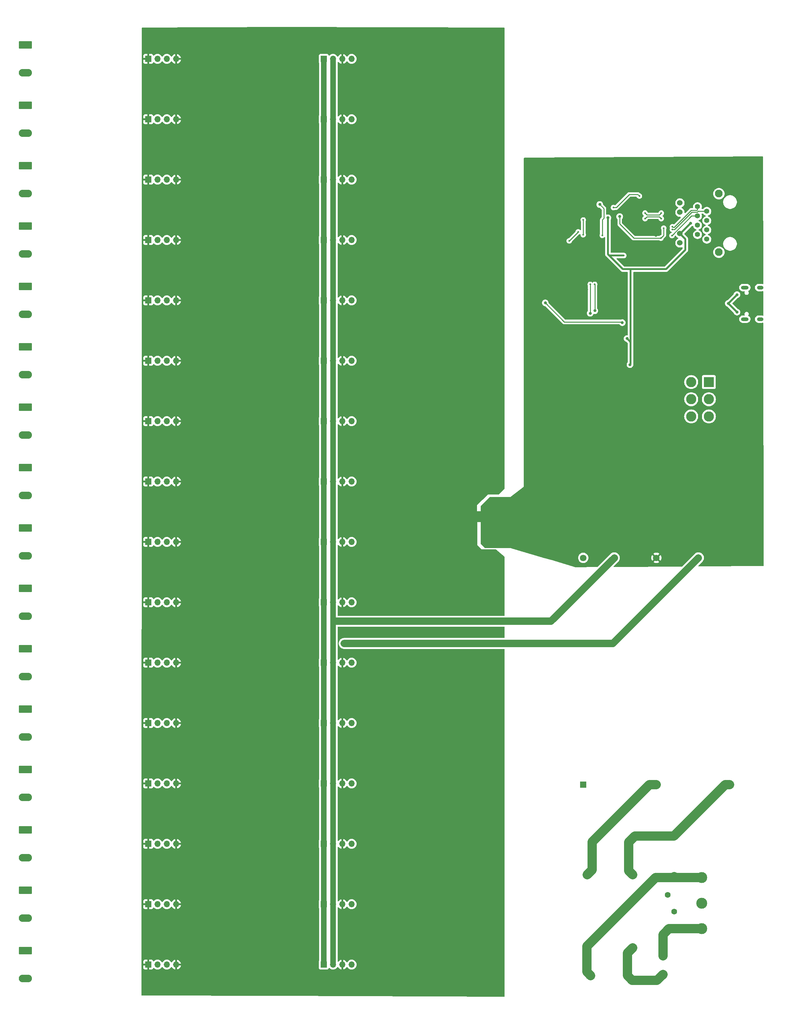
<source format=gbr>
%TF.GenerationSoftware,KiCad,Pcbnew,8.0.8*%
%TF.CreationDate,2025-02-12T13:58:17+01:00*%
%TF.ProjectId,diffprobe-espnow,64696666-7072-46f6-9265-2d6573706e6f,rev?*%
%TF.SameCoordinates,Original*%
%TF.FileFunction,Copper,L2,Bot*%
%TF.FilePolarity,Positive*%
%FSLAX46Y46*%
G04 Gerber Fmt 4.6, Leading zero omitted, Abs format (unit mm)*
G04 Created by KiCad (PCBNEW 8.0.8) date 2025-02-12 13:58:17*
%MOMM*%
%LPD*%
G01*
G04 APERTURE LIST*
G04 Aperture macros list*
%AMRoundRect*
0 Rectangle with rounded corners*
0 $1 Rounding radius*
0 $2 $3 $4 $5 $6 $7 $8 $9 X,Y pos of 4 corners*
0 Add a 4 corners polygon primitive as box body*
4,1,4,$2,$3,$4,$5,$6,$7,$8,$9,$2,$3,0*
0 Add four circle primitives for the rounded corners*
1,1,$1+$1,$2,$3*
1,1,$1+$1,$4,$5*
1,1,$1+$1,$6,$7*
1,1,$1+$1,$8,$9*
0 Add four rect primitives between the rounded corners*
20,1,$1+$1,$2,$3,$4,$5,0*
20,1,$1+$1,$4,$5,$6,$7,0*
20,1,$1+$1,$6,$7,$8,$9,0*
20,1,$1+$1,$8,$9,$2,$3,0*%
G04 Aperture macros list end*
%TA.AperFunction,ComponentPad*%
%ADD10C,1.397000*%
%TD*%
%TA.AperFunction,ComponentPad*%
%ADD11C,1.524000*%
%TD*%
%TA.AperFunction,ComponentPad*%
%ADD12C,2.108200*%
%TD*%
%TA.AperFunction,ComponentPad*%
%ADD13R,1.700000X1.700000*%
%TD*%
%TA.AperFunction,ComponentPad*%
%ADD14O,1.700000X1.700000*%
%TD*%
%TA.AperFunction,ComponentPad*%
%ADD15RoundRect,0.250001X-1.549999X0.799999X-1.549999X-0.799999X1.549999X-0.799999X1.549999X0.799999X0*%
%TD*%
%TA.AperFunction,ComponentPad*%
%ADD16O,3.600000X2.100000*%
%TD*%
%TA.AperFunction,ComponentPad*%
%ADD17O,2.100000X1.000000*%
%TD*%
%TA.AperFunction,ComponentPad*%
%ADD18O,1.800000X1.000000*%
%TD*%
%TA.AperFunction,ComponentPad*%
%ADD19R,2.800000X2.800000*%
%TD*%
%TA.AperFunction,ComponentPad*%
%ADD20C,2.800000*%
%TD*%
%TA.AperFunction,ComponentPad*%
%ADD21C,2.000000*%
%TD*%
%TA.AperFunction,ComponentPad*%
%ADD22C,3.000000*%
%TD*%
%TA.AperFunction,ComponentPad*%
%ADD23C,1.750000*%
%TD*%
%TA.AperFunction,ComponentPad*%
%ADD24C,1.600000*%
%TD*%
%TA.AperFunction,ComponentPad*%
%ADD25R,1.800000X1.800000*%
%TD*%
%TA.AperFunction,ComponentPad*%
%ADD26C,1.800000*%
%TD*%
%TA.AperFunction,ViaPad*%
%ADD27C,0.800000*%
%TD*%
%TA.AperFunction,ViaPad*%
%ADD28C,0.500000*%
%TD*%
%TA.AperFunction,ViaPad*%
%ADD29C,1.200000*%
%TD*%
%TA.AperFunction,Conductor*%
%ADD30C,2.000000*%
%TD*%
%TA.AperFunction,Conductor*%
%ADD31C,0.500000*%
%TD*%
%TA.AperFunction,Conductor*%
%ADD32C,2.500000*%
%TD*%
%TA.AperFunction,Conductor*%
%ADD33C,1.500000*%
%TD*%
%TA.AperFunction,Conductor*%
%ADD34C,0.250000*%
%TD*%
%TA.AperFunction,Conductor*%
%ADD35C,0.200000*%
%TD*%
G04 APERTURE END LIST*
D10*
%TO.P,J12,1*%
%TO.N,/esp32andadc/TX_P*%
X268947200Y-116935450D03*
%TO.P,J12,2*%
%TO.N,/esp32andadc/TX_N*%
X271487200Y-118205450D03*
%TO.P,J12,3*%
%TO.N,Net-(C123-Pad2)*%
X268947200Y-119475450D03*
%TO.P,J12,4*%
%TO.N,unconnected-(J12-Pad4)*%
X271487200Y-120745450D03*
%TO.P,J12,5*%
%TO.N,unconnected-(J12-Pad5)*%
X268947200Y-122015450D03*
%TO.P,J12,6*%
%TO.N,Net-(C124-Pad2)*%
X271487200Y-123285450D03*
%TO.P,J12,7*%
%TO.N,/esp32andadc/RX_P*%
X268947200Y-124555450D03*
%TO.P,J12,8*%
%TO.N,/esp32andadc/RX_N*%
X271487200Y-125825450D03*
D11*
%TO.P,J12,9*%
%TO.N,Net-(J12-Pad9)*%
X264121200Y-115919450D03*
%TO.P,J12,10*%
%TO.N,/esp32andadc/VCC3V3*%
X264121200Y-118459450D03*
%TO.P,J12,11*%
X264121200Y-124301450D03*
%TO.P,J12,12*%
%TO.N,Net-(J12-Pad12)*%
X264121200Y-126841450D03*
D12*
%TO.P,J12,SH*%
%TO.N,GNDS*%
X274789200Y-129381450D03*
X274789200Y-113379450D03*
%TD*%
D13*
%TO.P,J124,1,Pin_1*%
%TO.N,/PS5V*%
X166700000Y-258140000D03*
D14*
%TO.P,J124,2,Pin_2*%
%TO.N,/PS-5V*%
X169240000Y-258140000D03*
%TO.P,J124,3,Pin_3*%
%TO.N,GND*%
X171780000Y-258140000D03*
%TO.P,J124,4,Pin_4*%
%TO.N,/esp32andadc/CH11*%
X174320000Y-258140000D03*
%TD*%
D15*
%TO.P,J509,1,Pin_1*%
%TO.N,/8diffInputs1/IN_P_1*%
X85067500Y-204800000D03*
D16*
%TO.P,J509,2,Pin_2*%
%TO.N,/8diffInputs1/IN_N_1*%
X85067500Y-212420000D03*
%TD*%
D13*
%TO.P,J116,1,Pin_1*%
%TO.N,/PS5V*%
X166700000Y-192100000D03*
D14*
%TO.P,J116,2,Pin_2*%
%TO.N,/PS-5V*%
X169240000Y-192100000D03*
%TO.P,J116,3,Pin_3*%
%TO.N,GND*%
X171780000Y-192100000D03*
%TO.P,J116,4,Pin_4*%
%TO.N,/esp32andadc/CH7*%
X174320000Y-192100000D03*
%TD*%
D15*
%TO.P,J504,1,Pin_1*%
%TO.N,/8diffInputs/IN_P_4*%
X85067500Y-122250000D03*
D16*
%TO.P,J504,2,Pin_2*%
%TO.N,/8diffInputs/IN_N_4*%
X85067500Y-129870000D03*
%TD*%
D13*
%TO.P,J132,1,Pin_1*%
%TO.N,/PS5V*%
X166700000Y-324180000D03*
D14*
%TO.P,J132,2,Pin_2*%
%TO.N,/PS-5V*%
X169240000Y-324180000D03*
%TO.P,J132,3,Pin_3*%
%TO.N,GND*%
X171780000Y-324180000D03*
%TO.P,J132,4,Pin_4*%
%TO.N,/esp32andadc/CH15*%
X174320000Y-324180000D03*
%TD*%
D13*
%TO.P,J131,1,Pin_1*%
%TO.N,GND*%
X118700000Y-324180000D03*
D14*
%TO.P,J131,2,Pin_2*%
%TO.N,/8diffInputs1/IN_P_LV_8*%
X121240000Y-324180000D03*
%TO.P,J131,3,Pin_3*%
%TO.N,/8diffInputs1/IN_N_LV_8*%
X123780000Y-324180000D03*
%TO.P,J131,4,Pin_4*%
%TO.N,GND*%
X126320000Y-324180000D03*
%TD*%
D13*
%TO.P,J117,1,Pin_1*%
%TO.N,GND*%
X118700000Y-208610000D03*
D14*
%TO.P,J117,2,Pin_2*%
%TO.N,/8diffInputs1/IN_P_LV_1*%
X121240000Y-208610000D03*
%TO.P,J117,3,Pin_3*%
%TO.N,/8diffInputs1/IN_N_LV_1*%
X123780000Y-208610000D03*
%TO.P,J117,4,Pin_4*%
%TO.N,GND*%
X126320000Y-208610000D03*
%TD*%
D13*
%TO.P,J112,1,Pin_1*%
%TO.N,/PS5V*%
X166700000Y-159080000D03*
D14*
%TO.P,J112,2,Pin_2*%
%TO.N,/PS-5V*%
X169240000Y-159080000D03*
%TO.P,J112,3,Pin_3*%
%TO.N,GND*%
X171780000Y-159080000D03*
%TO.P,J112,4,Pin_4*%
%TO.N,/esp32andadc/CH5*%
X174320000Y-159080000D03*
%TD*%
D13*
%TO.P,J122,1,Pin_1*%
%TO.N,/PS5V*%
X166700000Y-241630000D03*
D14*
%TO.P,J122,2,Pin_2*%
%TO.N,/PS-5V*%
X169240000Y-241630000D03*
%TO.P,J122,3,Pin_3*%
%TO.N,GND*%
X171780000Y-241630000D03*
%TO.P,J122,4,Pin_4*%
%TO.N,/esp32andadc/CH10*%
X174320000Y-241630000D03*
%TD*%
D13*
%TO.P,J105,1,Pin_1*%
%TO.N,GND*%
X118700000Y-109550000D03*
D14*
%TO.P,J105,2,Pin_2*%
%TO.N,/8diffInputs/IN_P_LV_3*%
X121240000Y-109550000D03*
%TO.P,J105,3,Pin_3*%
%TO.N,/8diffInputs/IN_N_LV_3*%
X123780000Y-109550000D03*
%TO.P,J105,4,Pin_4*%
%TO.N,GND*%
X126320000Y-109550000D03*
%TD*%
D15*
%TO.P,J503,1,Pin_1*%
%TO.N,/8diffInputs/IN_P_3*%
X85067500Y-105740000D03*
D16*
%TO.P,J503,2,Pin_2*%
%TO.N,/8diffInputs/IN_N_3*%
X85067500Y-113360000D03*
%TD*%
D13*
%TO.P,J129,1,Pin_1*%
%TO.N,GND*%
X118700000Y-307670000D03*
D14*
%TO.P,J129,2,Pin_2*%
%TO.N,/8diffInputs1/IN_P_LV_7*%
X121240000Y-307670000D03*
%TO.P,J129,3,Pin_3*%
%TO.N,/8diffInputs1/IN_N_LV_7*%
X123780000Y-307670000D03*
%TO.P,J129,4,Pin_4*%
%TO.N,GND*%
X126320000Y-307670000D03*
%TD*%
D17*
%TO.P,J11,S1,SHIELD*%
%TO.N,/esp32andadc/SHIELD*%
X281878000Y-147701000D03*
D18*
X286058000Y-147701000D03*
D17*
X281878000Y-139061000D03*
D18*
X286058000Y-139061000D03*
%TD*%
D19*
%TO.P,SW103,1,A*%
%TO.N,/esp32andadc/USB5V*%
X272043000Y-164886000D03*
D20*
%TO.P,SW103,2,B*%
%TO.N,/esp32andadc/VCC5V*%
X272043000Y-169586000D03*
%TO.P,SW103,3,C*%
%TO.N,/PS5V*%
X272043000Y-174286000D03*
%TO.P,SW103,4,A*%
%TO.N,/esp32andadc/USB5V*%
X267213000Y-164886000D03*
%TO.P,SW103,5,B*%
%TO.N,/esp32andadc/VCC5V*%
X267213000Y-169586000D03*
%TO.P,SW103,6,C*%
%TO.N,/PS5V*%
X267213000Y-174286000D03*
%TD*%
D21*
%TO.P,C302,1*%
%TO.N,Net-(PS1-ACIN(N))*%
X240083000Y-290806500D03*
%TO.P,C302,2*%
%TO.N,Net-(PS1-ACIN(L))*%
X250083000Y-290806500D03*
%TD*%
D13*
%TO.P,J118,1,Pin_1*%
%TO.N,/PS5V*%
X166700000Y-208610000D03*
D14*
%TO.P,J118,2,Pin_2*%
%TO.N,/PS-5V*%
X169240000Y-208610000D03*
%TO.P,J118,3,Pin_3*%
%TO.N,GND*%
X171780000Y-208610000D03*
%TO.P,J118,4,Pin_4*%
%TO.N,/esp32andadc/CH8*%
X174320000Y-208610000D03*
%TD*%
D15*
%TO.P,J505,1,Pin_1*%
%TO.N,/8diffInputs/IN_P_5*%
X85067500Y-138760000D03*
D16*
%TO.P,J505,2,Pin_2*%
%TO.N,/8diffInputs/IN_N_5*%
X85067500Y-146380000D03*
%TD*%
D15*
%TO.P,J510,1,Pin_1*%
%TO.N,/8diffInputs1/IN_P_2*%
X85067500Y-221310000D03*
D16*
%TO.P,J510,2,Pin_2*%
%TO.N,/8diffInputs1/IN_N_2*%
X85067500Y-228930000D03*
%TD*%
D13*
%TO.P,J108,1,Pin_1*%
%TO.N,/PS5V*%
X166700000Y-126060000D03*
D14*
%TO.P,J108,2,Pin_2*%
%TO.N,/PS-5V*%
X169240000Y-126060000D03*
%TO.P,J108,3,Pin_3*%
%TO.N,GND*%
X171780000Y-126060000D03*
%TO.P,J108,4,Pin_4*%
%TO.N,/esp32andadc/CH3*%
X174320000Y-126060000D03*
%TD*%
D15*
%TO.P,J507,1,Pin_1*%
%TO.N,/8diffInputs/IN_P_7*%
X85067500Y-171780000D03*
D16*
%TO.P,J507,2,Pin_2*%
%TO.N,/8diffInputs/IN_N_7*%
X85067500Y-179400000D03*
%TD*%
D22*
%TO.P,J54,1,Pin_1*%
%TO.N,Net-(J54-Pin_1)*%
X270083000Y-314366500D03*
%TD*%
D13*
%TO.P,J123,1,Pin_1*%
%TO.N,GND*%
X118700000Y-258140000D03*
D14*
%TO.P,J123,2,Pin_2*%
%TO.N,/8diffInputs1/IN_P_LV_4*%
X121240000Y-258140000D03*
%TO.P,J123,3,Pin_3*%
%TO.N,/8diffInputs1/IN_N_LV_4*%
X123780000Y-258140000D03*
%TO.P,J123,4,Pin_4*%
%TO.N,GND*%
X126320000Y-258140000D03*
%TD*%
D15*
%TO.P,J512,1,Pin_1*%
%TO.N,/8diffInputs1/IN_P_4*%
X85067500Y-254330000D03*
D16*
%TO.P,J512,2,Pin_2*%
%TO.N,/8diffInputs1/IN_N_4*%
X85067500Y-261950000D03*
%TD*%
D21*
%TO.P,F1,1*%
%TO.N,Net-(J54-Pin_1)*%
X259483000Y-321766500D03*
%TO.P,F1,2*%
%TO.N,Net-(C301-Pad2)*%
X259483000Y-326846500D03*
%TD*%
D13*
%TO.P,J128,1,Pin_1*%
%TO.N,/PS5V*%
X166700000Y-291160000D03*
D14*
%TO.P,J128,2,Pin_2*%
%TO.N,/PS-5V*%
X169240000Y-291160000D03*
%TO.P,J128,3,Pin_3*%
%TO.N,GND*%
X171780000Y-291160000D03*
%TO.P,J128,4,Pin_4*%
%TO.N,/esp32andadc/CH13*%
X174320000Y-291160000D03*
%TD*%
D15*
%TO.P,J508,1,Pin_1*%
%TO.N,/8diffInputs/IN_P_8*%
X85067500Y-188290000D03*
D16*
%TO.P,J508,2,Pin_2*%
%TO.N,/8diffInputs/IN_N_8*%
X85067500Y-195910000D03*
%TD*%
D13*
%TO.P,J106,1,Pin_1*%
%TO.N,/PS5V*%
X166700000Y-109550000D03*
D14*
%TO.P,J106,2,Pin_2*%
%TO.N,/PS-5V*%
X169240000Y-109550000D03*
%TO.P,J106,3,Pin_3*%
%TO.N,GND*%
X171780000Y-109550000D03*
%TO.P,J106,4,Pin_4*%
%TO.N,/esp32andadc/CH2*%
X174320000Y-109550000D03*
%TD*%
D13*
%TO.P,J103,1,Pin_1*%
%TO.N,GND*%
X118700000Y-93040000D03*
D14*
%TO.P,J103,2,Pin_2*%
%TO.N,/8diffInputs/IN_P_LV_2*%
X121240000Y-93040000D03*
%TO.P,J103,3,Pin_3*%
%TO.N,/8diffInputs/IN_N_LV_2*%
X123780000Y-93040000D03*
%TO.P,J103,4,Pin_4*%
%TO.N,GND*%
X126320000Y-93040000D03*
%TD*%
D21*
%TO.P,C301,1*%
%TO.N,Net-(J55-Pin_1)*%
X239733000Y-327156500D03*
%TO.P,C301,2*%
%TO.N,Net-(C301-Pad2)*%
X249733000Y-327156500D03*
%TD*%
D13*
%TO.P,J113,1,Pin_1*%
%TO.N,GND*%
X118700000Y-175590000D03*
D14*
%TO.P,J113,2,Pin_2*%
%TO.N,/8diffInputs/IN_P_LV_7*%
X121240000Y-175590000D03*
%TO.P,J113,3,Pin_3*%
%TO.N,/8diffInputs/IN_N_LV_7*%
X123780000Y-175590000D03*
%TO.P,J113,4,Pin_4*%
%TO.N,GND*%
X126320000Y-175590000D03*
%TD*%
D23*
%TO.P,FL1,4,4*%
%TO.N,Net-(PS1-ACIN(L))*%
X251233000Y-299606500D03*
%TO.P,FL1,3,3*%
%TO.N,Net-(C301-Pad2)*%
X251233000Y-319606500D03*
%TO.P,FL1,2,2*%
%TO.N,Net-(PS1-ACIN(N))*%
X238733000Y-299606500D03*
%TO.P,FL1,1,1*%
%TO.N,Net-(J55-Pin_1)*%
X238733000Y-319606500D03*
%TD*%
D13*
%TO.P,J119,1,Pin_1*%
%TO.N,GND*%
X118700000Y-225120000D03*
D14*
%TO.P,J119,2,Pin_2*%
%TO.N,/8diffInputs1/IN_P_LV_2*%
X121240000Y-225120000D03*
%TO.P,J119,3,Pin_3*%
%TO.N,/8diffInputs1/IN_N_LV_2*%
X123780000Y-225120000D03*
%TO.P,J119,4,Pin_4*%
%TO.N,GND*%
X126320000Y-225120000D03*
%TD*%
D13*
%TO.P,J107,1,Pin_1*%
%TO.N,GND*%
X118700000Y-126060000D03*
D14*
%TO.P,J107,2,Pin_2*%
%TO.N,/8diffInputs/IN_P_LV_4*%
X121240000Y-126060000D03*
%TO.P,J107,3,Pin_3*%
%TO.N,/8diffInputs/IN_N_LV_4*%
X123780000Y-126060000D03*
%TO.P,J107,4,Pin_4*%
%TO.N,GND*%
X126320000Y-126060000D03*
%TD*%
D13*
%TO.P,J114,1,Pin_1*%
%TO.N,/PS5V*%
X166700000Y-175590000D03*
D14*
%TO.P,J114,2,Pin_2*%
%TO.N,/PS-5V*%
X169240000Y-175590000D03*
%TO.P,J114,3,Pin_3*%
%TO.N,GND*%
X171780000Y-175590000D03*
%TO.P,J114,4,Pin_4*%
%TO.N,/esp32andadc/CH6*%
X174320000Y-175590000D03*
%TD*%
D24*
%TO.P,RV2,1*%
%TO.N,Net-(J55-Pin_1)*%
X262583000Y-300106500D03*
%TO.P,RV2,2*%
%TO.N,Net-(J56-Pin_1)*%
X260783000Y-305106500D03*
%TD*%
D13*
%TO.P,J130,1,Pin_1*%
%TO.N,/PS5V*%
X166700000Y-307670000D03*
D14*
%TO.P,J130,2,Pin_2*%
%TO.N,/PS-5V*%
X169240000Y-307670000D03*
%TO.P,J130,3,Pin_3*%
%TO.N,GND*%
X171780000Y-307670000D03*
%TO.P,J130,4,Pin_4*%
%TO.N,/esp32andadc/CH14*%
X174320000Y-307670000D03*
%TD*%
D13*
%TO.P,J111,1,Pin_1*%
%TO.N,GND*%
X118700000Y-159080000D03*
D14*
%TO.P,J111,2,Pin_2*%
%TO.N,/8diffInputs/IN_P_LV_6*%
X121240000Y-159080000D03*
%TO.P,J111,3,Pin_3*%
%TO.N,/8diffInputs/IN_N_LV_6*%
X123780000Y-159080000D03*
%TO.P,J111,4,Pin_4*%
%TO.N,GND*%
X126320000Y-159080000D03*
%TD*%
D22*
%TO.P,J56,1,Pin_1*%
%TO.N,Net-(J56-Pin_1)*%
X270083000Y-307366500D03*
%TD*%
D15*
%TO.P,J506,1,Pin_1*%
%TO.N,/8diffInputs/IN_P_6*%
X85067500Y-155270000D03*
D16*
%TO.P,J506,2,Pin_2*%
%TO.N,/8diffInputs/IN_N_6*%
X85067500Y-162890000D03*
%TD*%
D25*
%TO.P,PS1,1,FG*%
%TO.N,Net-(J56-Pin_1)*%
X237683000Y-274955000D03*
D26*
%TO.P,PS1,2,ACIN(N)*%
%TO.N,Net-(PS1-ACIN(N))*%
X257683000Y-274955000D03*
%TO.P,PS1,3,ACIN(L)*%
%TO.N,Net-(PS1-ACIN(L))*%
X277683000Y-274955000D03*
%TO.P,PS1,4,NC*%
%TO.N,unconnected-(PS1-NC-Pad4)*%
X237683000Y-212955000D03*
%TO.P,PS1,5,VOUT2*%
%TO.N,/PS-5V*%
X246183000Y-212955000D03*
%TO.P,PS1,6,COMMON_1/2*%
%TO.N,GND*%
X257683000Y-212955000D03*
%TO.P,PS1,7,+VOUT1*%
%TO.N,/PS5V*%
X269183000Y-212955000D03*
%TD*%
D15*
%TO.P,J516,1,Pin_1*%
%TO.N,/8diffInputs1/IN_P_8*%
X85067500Y-320370000D03*
D16*
%TO.P,J516,2,Pin_2*%
%TO.N,/8diffInputs1/IN_N_8*%
X85067500Y-327990000D03*
%TD*%
D13*
%TO.P,J110,1,Pin_1*%
%TO.N,/PS5V*%
X166700000Y-142570000D03*
D14*
%TO.P,J110,2,Pin_2*%
%TO.N,/PS-5V*%
X169240000Y-142570000D03*
%TO.P,J110,3,Pin_3*%
%TO.N,GND*%
X171780000Y-142570000D03*
%TO.P,J110,4,Pin_4*%
%TO.N,/esp32andadc/CH4*%
X174320000Y-142570000D03*
%TD*%
D22*
%TO.P,J55,1,Pin_1*%
%TO.N,Net-(J55-Pin_1)*%
X270083000Y-300366500D03*
%TD*%
D13*
%TO.P,J101,1,Pin_1*%
%TO.N,GND*%
X118700000Y-76530000D03*
D14*
%TO.P,J101,2,Pin_2*%
%TO.N,/8diffInputs/IN_P_LV_1*%
X121240000Y-76530000D03*
%TO.P,J101,3,Pin_3*%
%TO.N,/8diffInputs/IN_N_LV_1*%
X123780000Y-76530000D03*
%TO.P,J101,4,Pin_4*%
%TO.N,GND*%
X126320000Y-76530000D03*
%TD*%
D13*
%TO.P,J121,1,Pin_1*%
%TO.N,GND*%
X118700000Y-241630000D03*
D14*
%TO.P,J121,2,Pin_2*%
%TO.N,/8diffInputs1/IN_P_LV_3*%
X121240000Y-241630000D03*
%TO.P,J121,3,Pin_3*%
%TO.N,/8diffInputs1/IN_N_LV_3*%
X123780000Y-241630000D03*
%TO.P,J121,4,Pin_4*%
%TO.N,GND*%
X126320000Y-241630000D03*
%TD*%
D13*
%TO.P,J109,1,Pin_1*%
%TO.N,GND*%
X118700000Y-142570000D03*
D14*
%TO.P,J109,2,Pin_2*%
%TO.N,/8diffInputs/IN_P_LV_5*%
X121240000Y-142570000D03*
%TO.P,J109,3,Pin_3*%
%TO.N,/8diffInputs/IN_N_LV_5*%
X123780000Y-142570000D03*
%TO.P,J109,4,Pin_4*%
%TO.N,GND*%
X126320000Y-142570000D03*
%TD*%
D13*
%TO.P,J115,1,Pin_1*%
%TO.N,GND*%
X118700000Y-192100000D03*
D14*
%TO.P,J115,2,Pin_2*%
%TO.N,/8diffInputs/IN_P_LV_8*%
X121240000Y-192100000D03*
%TO.P,J115,3,Pin_3*%
%TO.N,/8diffInputs/IN_N_LV_8*%
X123780000Y-192100000D03*
%TO.P,J115,4,Pin_4*%
%TO.N,GND*%
X126320000Y-192100000D03*
%TD*%
D13*
%TO.P,J120,1,Pin_1*%
%TO.N,/PS5V*%
X166700000Y-225120000D03*
D14*
%TO.P,J120,2,Pin_2*%
%TO.N,/PS-5V*%
X169240000Y-225120000D03*
%TO.P,J120,3,Pin_3*%
%TO.N,GND*%
X171780000Y-225120000D03*
%TO.P,J120,4,Pin_4*%
%TO.N,/esp32andadc/CH9*%
X174320000Y-225120000D03*
%TD*%
D13*
%TO.P,J102,1,Pin_1*%
%TO.N,/PS5V*%
X166700000Y-76530000D03*
D14*
%TO.P,J102,2,Pin_2*%
%TO.N,/PS-5V*%
X169240000Y-76530000D03*
%TO.P,J102,3,Pin_3*%
%TO.N,GND*%
X171780000Y-76530000D03*
%TO.P,J102,4,Pin_4*%
%TO.N,/esp32andadc/CH0*%
X174320000Y-76530000D03*
%TD*%
D15*
%TO.P,J513,1,Pin_1*%
%TO.N,/8diffInputs1/IN_P_5*%
X85067500Y-270840000D03*
D16*
%TO.P,J513,2,Pin_2*%
%TO.N,/8diffInputs1/IN_N_5*%
X85067500Y-278460000D03*
%TD*%
D15*
%TO.P,J502,1,Pin_1*%
%TO.N,/8diffInputs/IN_P_2*%
X85067500Y-89230000D03*
D16*
%TO.P,J502,2,Pin_2*%
%TO.N,/8diffInputs/IN_N_2*%
X85067500Y-96850000D03*
%TD*%
D13*
%TO.P,J104,1,Pin_1*%
%TO.N,/PS5V*%
X166700000Y-93040000D03*
D14*
%TO.P,J104,2,Pin_2*%
%TO.N,/PS-5V*%
X169240000Y-93040000D03*
%TO.P,J104,3,Pin_3*%
%TO.N,GND*%
X171780000Y-93040000D03*
%TO.P,J104,4,Pin_4*%
%TO.N,/esp32andadc/CH1*%
X174320000Y-93040000D03*
%TD*%
D15*
%TO.P,J514,1,Pin_1*%
%TO.N,/8diffInputs1/IN_P_6*%
X85067500Y-287350000D03*
D16*
%TO.P,J514,2,Pin_2*%
%TO.N,/8diffInputs1/IN_N_6*%
X85067500Y-294970000D03*
%TD*%
D13*
%TO.P,J127,1,Pin_1*%
%TO.N,GND*%
X118700000Y-291160000D03*
D14*
%TO.P,J127,2,Pin_2*%
%TO.N,/8diffInputs1/IN_P_LV_6*%
X121240000Y-291160000D03*
%TO.P,J127,3,Pin_3*%
%TO.N,/8diffInputs1/IN_N_LV_6*%
X123780000Y-291160000D03*
%TO.P,J127,4,Pin_4*%
%TO.N,GND*%
X126320000Y-291160000D03*
%TD*%
D15*
%TO.P,J501,1,Pin_1*%
%TO.N,/8diffInputs/IN_P_1*%
X85067500Y-72720000D03*
D16*
%TO.P,J501,2,Pin_2*%
%TO.N,/8diffInputs/IN_N_1*%
X85067500Y-80340000D03*
%TD*%
D24*
%TO.P,RV1,1*%
%TO.N,Net-(J54-Pin_1)*%
X260783000Y-314706500D03*
%TO.P,RV1,2*%
%TO.N,Net-(J56-Pin_1)*%
X262583000Y-309706500D03*
%TD*%
D13*
%TO.P,J126,1,Pin_1*%
%TO.N,/PS5V*%
X166700000Y-274650000D03*
D14*
%TO.P,J126,2,Pin_2*%
%TO.N,/PS-5V*%
X169240000Y-274650000D03*
%TO.P,J126,3,Pin_3*%
%TO.N,GND*%
X171780000Y-274650000D03*
%TO.P,J126,4,Pin_4*%
%TO.N,/esp32andadc/CH12*%
X174320000Y-274650000D03*
%TD*%
D15*
%TO.P,J515,1,Pin_1*%
%TO.N,/8diffInputs1/IN_P_7*%
X85067500Y-303860000D03*
D16*
%TO.P,J515,2,Pin_2*%
%TO.N,/8diffInputs1/IN_N_7*%
X85067500Y-311480000D03*
%TD*%
D13*
%TO.P,J125,1,Pin_1*%
%TO.N,GND*%
X118700000Y-274650000D03*
D14*
%TO.P,J125,2,Pin_2*%
%TO.N,/8diffInputs1/IN_P_LV_5*%
X121240000Y-274650000D03*
%TO.P,J125,3,Pin_3*%
%TO.N,/8diffInputs1/IN_N_LV_5*%
X123780000Y-274650000D03*
%TO.P,J125,4,Pin_4*%
%TO.N,GND*%
X126320000Y-274650000D03*
%TD*%
D15*
%TO.P,J511,1,Pin_1*%
%TO.N,/8diffInputs1/IN_P_3*%
X85067500Y-237820000D03*
D16*
%TO.P,J511,2,Pin_2*%
%TO.N,/8diffInputs1/IN_N_3*%
X85067500Y-245440000D03*
%TD*%
D27*
%TO.N,GND*%
X205613000Y-207818000D03*
X205613000Y-211074000D03*
X202057000Y-211074000D03*
X202057000Y-207818000D03*
X198120000Y-203835000D03*
X194310000Y-207818000D03*
X190881000Y-211074000D03*
X195326000Y-198882000D03*
X198755000Y-198882000D03*
X203327000Y-198501000D03*
X199898000Y-195834000D03*
X196215000Y-195961000D03*
X192024000Y-195834000D03*
X211582000Y-83870800D03*
X215392000Y-83870800D03*
X211582000Y-79857600D03*
X215239600Y-107848400D03*
X211632800Y-103835200D03*
X211734400Y-123850400D03*
X211642800Y-163845200D03*
X211642800Y-159845200D03*
X211642800Y-99845200D03*
X211642800Y-91845200D03*
X211642800Y-107845200D03*
X211642800Y-75845200D03*
X211642800Y-167845200D03*
X211642800Y-151845200D03*
X211642800Y-183845200D03*
X211642800Y-147845200D03*
X211642800Y-143845200D03*
X211642800Y-175845200D03*
X211642800Y-155845200D03*
X211642800Y-139845200D03*
X215392000Y-87845200D03*
X211642800Y-131845200D03*
X211642800Y-119845200D03*
X211642800Y-115845200D03*
X211642800Y-95845200D03*
X211642800Y-71845200D03*
X211642800Y-179845200D03*
X211642800Y-135845200D03*
X211642800Y-111845200D03*
X211642800Y-127845200D03*
X211642800Y-171845200D03*
X215442800Y-127845200D03*
X215442800Y-111845200D03*
X215442800Y-179845200D03*
X215442800Y-131845200D03*
X215442800Y-183845200D03*
X215442800Y-143845200D03*
X215442800Y-103845200D03*
X215442800Y-71845200D03*
X215442800Y-175845200D03*
X215442800Y-147845200D03*
X215442800Y-99845200D03*
X215442800Y-167845200D03*
X215442800Y-123845200D03*
X215442800Y-171845200D03*
X215442800Y-119845200D03*
X215442800Y-139845200D03*
X215442800Y-79845200D03*
X215442800Y-95845200D03*
X215442800Y-163845200D03*
X215442800Y-151845200D03*
X215442800Y-75845200D03*
X215442800Y-135845200D03*
X215442800Y-159845200D03*
X215442800Y-91845200D03*
X215442800Y-155845200D03*
X215442800Y-115845200D03*
X211480400Y-223838000D03*
X211480400Y-219838000D03*
X211480400Y-227838000D03*
X215280400Y-223838000D03*
X215280400Y-219838000D03*
X215280400Y-227838000D03*
X211531200Y-243776000D03*
X211531200Y-239776000D03*
X215138000Y-275774800D03*
X215138000Y-331774800D03*
X215138000Y-327774800D03*
X215138000Y-319774800D03*
X215138000Y-291774800D03*
X215138000Y-247774800D03*
X215138000Y-307774800D03*
X215138000Y-311774800D03*
X215138000Y-303774800D03*
X215138000Y-287774800D03*
X215138000Y-279774800D03*
X215138000Y-267774800D03*
X215138000Y-251774800D03*
X215138000Y-239774800D03*
X215138000Y-323774800D03*
X215138000Y-299774800D03*
X215138000Y-259774800D03*
X215138000Y-283774800D03*
X215138000Y-271774800D03*
X215138000Y-263774800D03*
X215138000Y-255774800D03*
X215138000Y-243774800D03*
X211572000Y-331818000D03*
X211572000Y-327818000D03*
X211572000Y-323818000D03*
X211572000Y-319818000D03*
X211572000Y-315818000D03*
X211572000Y-307818000D03*
X211572000Y-303818000D03*
X211572000Y-299818000D03*
X211572000Y-295818000D03*
X211572000Y-291818000D03*
X211572000Y-287818000D03*
X211572000Y-283818000D03*
X211572000Y-279818000D03*
X211572000Y-275818000D03*
X211572000Y-271818000D03*
X211572000Y-267818000D03*
X211572000Y-263818000D03*
X211572000Y-259818000D03*
X211572000Y-255818000D03*
X211572000Y-251818000D03*
X211572000Y-247818000D03*
X207772000Y-331818000D03*
X207772000Y-327818000D03*
X207772000Y-323818000D03*
X207772000Y-319818000D03*
X207772000Y-311818000D03*
X207772000Y-307818000D03*
X207772000Y-303818000D03*
X207772000Y-299818000D03*
X207772000Y-291818000D03*
X207772000Y-287818000D03*
X207772000Y-283818000D03*
X207772000Y-279818000D03*
X207772000Y-275818000D03*
X207772000Y-271818000D03*
X207772000Y-267818000D03*
X207772000Y-263818000D03*
X207772000Y-259818000D03*
X207772000Y-255818000D03*
X207772000Y-251818000D03*
X207772000Y-247818000D03*
X207772000Y-243818000D03*
X207772000Y-239818000D03*
X207772000Y-227818000D03*
X207772000Y-223818000D03*
X207772000Y-219818000D03*
X207772000Y-187818000D03*
X207772000Y-183818000D03*
X207772000Y-179818000D03*
X207772000Y-175818000D03*
X207772000Y-171818000D03*
X207772000Y-167818000D03*
X207772000Y-163818000D03*
X207772000Y-159818000D03*
X207772000Y-155818000D03*
X207772000Y-151818000D03*
X207772000Y-147818000D03*
X207772000Y-143818000D03*
X207772000Y-139818000D03*
X207772000Y-135818000D03*
X207772000Y-131818000D03*
X207772000Y-127818000D03*
X207772000Y-123818000D03*
X207772000Y-119818000D03*
X207772000Y-115818000D03*
X207772000Y-111818000D03*
X207772000Y-103818000D03*
X207772000Y-99818000D03*
X207772000Y-95818000D03*
X207772000Y-91818000D03*
X207772000Y-79818000D03*
X207772000Y-75818000D03*
X207772000Y-71818000D03*
X203972000Y-331818000D03*
X203972000Y-327818000D03*
X203972000Y-323818000D03*
X203972000Y-315818000D03*
X203972000Y-311818000D03*
X203972000Y-307818000D03*
X203972000Y-303818000D03*
X203972000Y-295818000D03*
X203972000Y-291818000D03*
X203972000Y-287818000D03*
X203972000Y-283818000D03*
X203972000Y-271818000D03*
X203972000Y-267818000D03*
X203972000Y-263818000D03*
X203972000Y-259818000D03*
X203972000Y-255818000D03*
X203972000Y-251818000D03*
X203972000Y-247818000D03*
X203972000Y-243818000D03*
X203972000Y-239818000D03*
X203972000Y-227818000D03*
X203972000Y-223818000D03*
X203972000Y-219818000D03*
X203972000Y-187818000D03*
X203972000Y-183818000D03*
X203972000Y-179818000D03*
X203972000Y-175818000D03*
X203972000Y-171818000D03*
X203972000Y-167818000D03*
X203972000Y-163818000D03*
X203972000Y-159818000D03*
X203972000Y-155818000D03*
X203972000Y-151818000D03*
X203972000Y-147818000D03*
X203972000Y-143818000D03*
X203972000Y-139818000D03*
X203972000Y-135818000D03*
X203972000Y-131818000D03*
X203972000Y-127818000D03*
X203972000Y-119818000D03*
X203972000Y-115818000D03*
X203972000Y-111818000D03*
X203972000Y-107818000D03*
X203972000Y-99818000D03*
X203972000Y-95818000D03*
X203972000Y-91818000D03*
X203972000Y-87818000D03*
X203972000Y-75818000D03*
X203972000Y-71818000D03*
X200172000Y-331818000D03*
X200172000Y-327818000D03*
X200172000Y-319818000D03*
X200172000Y-315818000D03*
X200172000Y-311818000D03*
X200172000Y-307818000D03*
X200172000Y-295818000D03*
X200172000Y-291818000D03*
X200172000Y-287818000D03*
X200172000Y-275818000D03*
X200172000Y-271818000D03*
X200172000Y-267818000D03*
X200172000Y-263818000D03*
X200172000Y-255818000D03*
X200172000Y-251818000D03*
X200172000Y-247818000D03*
X200172000Y-243818000D03*
X200172000Y-239818000D03*
X200172000Y-227818000D03*
X200172000Y-223818000D03*
X200172000Y-219818000D03*
X200172000Y-187818000D03*
X200172000Y-183818000D03*
X200172000Y-179818000D03*
X200172000Y-175818000D03*
X200172000Y-171818000D03*
X200172000Y-167818000D03*
X200172000Y-163818000D03*
X200172000Y-159818000D03*
X200172000Y-155818000D03*
X200172000Y-151818000D03*
X200172000Y-147818000D03*
X200172000Y-143818000D03*
X200172000Y-135818000D03*
X200172000Y-131818000D03*
X200172000Y-127818000D03*
X200172000Y-123818000D03*
X200172000Y-115818000D03*
X200172000Y-111818000D03*
X200172000Y-107818000D03*
X200172000Y-103818000D03*
X200172000Y-95818000D03*
X200172000Y-91818000D03*
X200172000Y-87818000D03*
X200172000Y-83818000D03*
X200172000Y-71818000D03*
X196372000Y-331818000D03*
X196372000Y-327818000D03*
X196372000Y-319818000D03*
X196372000Y-315818000D03*
X196372000Y-311818000D03*
X196372000Y-299818000D03*
X196372000Y-295818000D03*
X196372000Y-291818000D03*
X196372000Y-287818000D03*
X196372000Y-279818000D03*
X196372000Y-275818000D03*
X196372000Y-271818000D03*
X196372000Y-267818000D03*
X196372000Y-259818000D03*
X196372000Y-255818000D03*
X196372000Y-251818000D03*
X196372000Y-243818000D03*
X196372000Y-239818000D03*
X196372000Y-227818000D03*
X196372000Y-223818000D03*
X196372000Y-219818000D03*
X196372000Y-187818000D03*
X196372000Y-183818000D03*
X196372000Y-179818000D03*
X196372000Y-175818000D03*
X196372000Y-171818000D03*
X196372000Y-167818000D03*
X196372000Y-163818000D03*
X196372000Y-159818000D03*
X196372000Y-155818000D03*
X196372000Y-147818000D03*
X196372000Y-143818000D03*
X196372000Y-139818000D03*
X196372000Y-131818000D03*
X196372000Y-127818000D03*
X196372000Y-123818000D03*
X196372000Y-119818000D03*
X196372000Y-111818000D03*
X196372000Y-107818000D03*
X196372000Y-103818000D03*
X196372000Y-99818000D03*
X196372000Y-91818000D03*
X196372000Y-87818000D03*
X196372000Y-83818000D03*
X196372000Y-79818000D03*
X196372000Y-71818000D03*
X192572000Y-331818000D03*
X192572000Y-327818000D03*
X192572000Y-319818000D03*
X192572000Y-315818000D03*
X192572000Y-311818000D03*
X192572000Y-303818000D03*
X192572000Y-299818000D03*
X192572000Y-295818000D03*
X192572000Y-291818000D03*
X192572000Y-283818000D03*
X192572000Y-279818000D03*
X192572000Y-275818000D03*
X192572000Y-271818000D03*
X192572000Y-263818000D03*
X192572000Y-259818000D03*
X192572000Y-255818000D03*
X192572000Y-247818000D03*
X192572000Y-243818000D03*
X192572000Y-239818000D03*
X192572000Y-227818000D03*
X192572000Y-223818000D03*
X192572000Y-219818000D03*
X192572000Y-203818000D03*
X192572000Y-187818000D03*
X192572000Y-183818000D03*
X192572000Y-179818000D03*
X192572000Y-175818000D03*
X192572000Y-171818000D03*
X192572000Y-163818000D03*
X192572000Y-159818000D03*
X192572000Y-155818000D03*
X192572000Y-151818000D03*
X192572000Y-143818000D03*
X192572000Y-139818000D03*
X192572000Y-135818000D03*
X192572000Y-127818000D03*
X192572000Y-123818000D03*
X192572000Y-119818000D03*
X192572000Y-115818000D03*
X192572000Y-107818000D03*
X192572000Y-103818000D03*
X192572000Y-99818000D03*
X192572000Y-95818000D03*
X192572000Y-91818000D03*
X192572000Y-87818000D03*
X192572000Y-83818000D03*
X192572000Y-79818000D03*
X192572000Y-71818000D03*
X188772000Y-331818000D03*
X188772000Y-327818000D03*
X188772000Y-319818000D03*
X188772000Y-315818000D03*
X188772000Y-311818000D03*
X188772000Y-303818000D03*
X188772000Y-299818000D03*
X188772000Y-295818000D03*
X188772000Y-287818000D03*
X188772000Y-283818000D03*
X188772000Y-279818000D03*
X188772000Y-275818000D03*
X188772000Y-267818000D03*
X188772000Y-263818000D03*
X188772000Y-259818000D03*
X188772000Y-251818000D03*
X188772000Y-247818000D03*
X188772000Y-243818000D03*
X188772000Y-227818000D03*
X188772000Y-207818000D03*
X188772000Y-203818000D03*
X188772000Y-199818000D03*
X188772000Y-187818000D03*
X188772000Y-183818000D03*
X188772000Y-175818000D03*
X188772000Y-171818000D03*
X188772000Y-167818000D03*
X188772000Y-159818000D03*
X188772000Y-155818000D03*
X188772000Y-151818000D03*
X188772000Y-147818000D03*
X188772000Y-139818000D03*
X188772000Y-135818000D03*
X188772000Y-131818000D03*
X188772000Y-123818000D03*
X188772000Y-119818000D03*
X188772000Y-115818000D03*
X188772000Y-111818000D03*
X188772000Y-107818000D03*
X188772000Y-103818000D03*
X188772000Y-99818000D03*
X188772000Y-95818000D03*
X188772000Y-91818000D03*
X188772000Y-87818000D03*
X188772000Y-83818000D03*
X188772000Y-79818000D03*
X188772000Y-71818000D03*
X184972000Y-331818000D03*
X184972000Y-327818000D03*
X184972000Y-319818000D03*
X184972000Y-315818000D03*
X184972000Y-311818000D03*
X184972000Y-303818000D03*
X184972000Y-299818000D03*
X184972000Y-295818000D03*
X184972000Y-287818000D03*
X184972000Y-283818000D03*
X184972000Y-279818000D03*
X184972000Y-275818000D03*
X184972000Y-271818000D03*
X184972000Y-267818000D03*
X184972000Y-263818000D03*
X184972000Y-259818000D03*
X184972000Y-255818000D03*
X184972000Y-251818000D03*
X184972000Y-247818000D03*
X184972000Y-243818000D03*
X184972000Y-239818000D03*
X184972000Y-227818000D03*
X184972000Y-219818000D03*
X184972000Y-207818000D03*
X184972000Y-203818000D03*
X184972000Y-199818000D03*
X184972000Y-195818000D03*
X184972000Y-187818000D03*
X184972000Y-183818000D03*
X184972000Y-179818000D03*
X184972000Y-171818000D03*
X184972000Y-167818000D03*
X184972000Y-163818000D03*
X184972000Y-155818000D03*
X184972000Y-151818000D03*
X184972000Y-147818000D03*
X184972000Y-143818000D03*
X184972000Y-139818000D03*
X184972000Y-135818000D03*
X184972000Y-131818000D03*
X184972000Y-127818000D03*
X184972000Y-123818000D03*
X184972000Y-119818000D03*
X184972000Y-115818000D03*
X184972000Y-111818000D03*
X184972000Y-107818000D03*
X184972000Y-103818000D03*
X184972000Y-99818000D03*
X184972000Y-95818000D03*
X184972000Y-91818000D03*
X184972000Y-87818000D03*
X184972000Y-83818000D03*
X184972000Y-79818000D03*
X184972000Y-71818000D03*
X181172000Y-331818000D03*
X181172000Y-327818000D03*
X181172000Y-319818000D03*
X181172000Y-315818000D03*
X181172000Y-311818000D03*
X181172000Y-303818000D03*
X181172000Y-299818000D03*
X181172000Y-295818000D03*
X181172000Y-287818000D03*
X181172000Y-283818000D03*
X181172000Y-279818000D03*
X181172000Y-275818000D03*
X181172000Y-271818000D03*
X181172000Y-267818000D03*
X181172000Y-263818000D03*
X181172000Y-259818000D03*
X181172000Y-255818000D03*
X181172000Y-251818000D03*
X181172000Y-247818000D03*
X181172000Y-243818000D03*
X181172000Y-239818000D03*
X181172000Y-227818000D03*
X181172000Y-223818000D03*
X181172000Y-219818000D03*
X181172000Y-215818000D03*
X181172000Y-207818000D03*
X181172000Y-203818000D03*
X181172000Y-199818000D03*
X181172000Y-195818000D03*
X181172000Y-187818000D03*
X181172000Y-183818000D03*
X181172000Y-179818000D03*
X181172000Y-171818000D03*
X181172000Y-167818000D03*
X181172000Y-163818000D03*
X181172000Y-155818000D03*
X181172000Y-151818000D03*
X181172000Y-147818000D03*
X181172000Y-143818000D03*
X181172000Y-139818000D03*
X181172000Y-135818000D03*
X181172000Y-131818000D03*
X181172000Y-127818000D03*
X181172000Y-123818000D03*
X181172000Y-119818000D03*
X181172000Y-115818000D03*
X181172000Y-111818000D03*
X181172000Y-107818000D03*
X181172000Y-103818000D03*
X181172000Y-99818000D03*
X181172000Y-95818000D03*
X181172000Y-91818000D03*
X181172000Y-87818000D03*
X181172000Y-83818000D03*
X181172000Y-79818000D03*
X181172000Y-71818000D03*
X177372000Y-331818000D03*
X177372000Y-327818000D03*
X177372000Y-319818000D03*
X177372000Y-315818000D03*
X177372000Y-311818000D03*
X177372000Y-303818000D03*
X177372000Y-299818000D03*
X177372000Y-295818000D03*
X177372000Y-287818000D03*
X177372000Y-283818000D03*
X177372000Y-279818000D03*
X177372000Y-275818000D03*
X177372000Y-271818000D03*
X177372000Y-267818000D03*
X177372000Y-263818000D03*
X177372000Y-259818000D03*
X177372000Y-255818000D03*
X177372000Y-251818000D03*
X177372000Y-247818000D03*
X177372000Y-243818000D03*
X177372000Y-239818000D03*
X177372000Y-227818000D03*
X177372000Y-223818000D03*
X177372000Y-219818000D03*
X177372000Y-215818000D03*
X177372000Y-211818000D03*
X177372000Y-203818000D03*
X177372000Y-199818000D03*
X177372000Y-195818000D03*
X177372000Y-187818000D03*
X177372000Y-183818000D03*
X177372000Y-179818000D03*
X177372000Y-171818000D03*
X177372000Y-167818000D03*
X177372000Y-163818000D03*
X177372000Y-155818000D03*
X177372000Y-151818000D03*
X177372000Y-147818000D03*
X177372000Y-143818000D03*
X177372000Y-139818000D03*
X177372000Y-135818000D03*
X177372000Y-131818000D03*
X177372000Y-127818000D03*
X177372000Y-123818000D03*
X177372000Y-119818000D03*
X177372000Y-115818000D03*
X177372000Y-111818000D03*
X177372000Y-107818000D03*
X177372000Y-103818000D03*
X177372000Y-99818000D03*
X177372000Y-95818000D03*
X177372000Y-91818000D03*
X177372000Y-87818000D03*
X177372000Y-83818000D03*
X177372000Y-79818000D03*
X177372000Y-71818000D03*
X173572000Y-331818000D03*
X173572000Y-327818000D03*
X173572000Y-319818000D03*
X173572000Y-315818000D03*
X173572000Y-311818000D03*
X173572000Y-303818000D03*
X173572000Y-299818000D03*
X173572000Y-295818000D03*
X173572000Y-287818000D03*
X173572000Y-283818000D03*
X173572000Y-279818000D03*
X173572000Y-271818000D03*
X173572000Y-267818000D03*
X173572000Y-263818000D03*
X173572000Y-255818000D03*
X173572000Y-251818000D03*
X173572000Y-247818000D03*
X173572000Y-243818000D03*
X173572000Y-239818000D03*
X173572000Y-227818000D03*
X173572000Y-219818000D03*
X173572000Y-215818000D03*
X173572000Y-211818000D03*
X173572000Y-203818000D03*
X173572000Y-199818000D03*
X173572000Y-195818000D03*
X173572000Y-187818000D03*
X173572000Y-183818000D03*
X173572000Y-179818000D03*
X173572000Y-171818000D03*
X173572000Y-167818000D03*
X173572000Y-163818000D03*
X173572000Y-155818000D03*
X173572000Y-151818000D03*
X173572000Y-147818000D03*
X173572000Y-139818000D03*
X173572000Y-135818000D03*
X173572000Y-131818000D03*
X173572000Y-127818000D03*
X173572000Y-123818000D03*
X173572000Y-119818000D03*
X173572000Y-115818000D03*
X173572000Y-111818000D03*
X173572000Y-103818000D03*
X173572000Y-99818000D03*
X173572000Y-95818000D03*
X173572000Y-87818000D03*
X173572000Y-83818000D03*
X173572000Y-79818000D03*
X173572000Y-71818000D03*
X169772000Y-331818000D03*
X169772000Y-327818000D03*
X169772000Y-71818000D03*
X165972000Y-331818000D03*
X165972000Y-327818000D03*
X165972000Y-71818000D03*
X162172000Y-331818000D03*
X162172000Y-327818000D03*
X162172000Y-323818000D03*
X162172000Y-319818000D03*
X162172000Y-315818000D03*
X162172000Y-311818000D03*
X162172000Y-307818000D03*
X162172000Y-303818000D03*
X162172000Y-299818000D03*
X162172000Y-295818000D03*
X162172000Y-291818000D03*
X162172000Y-287818000D03*
X162172000Y-283818000D03*
X162172000Y-279818000D03*
X162172000Y-275818000D03*
X162172000Y-271818000D03*
X162172000Y-267818000D03*
X162172000Y-263818000D03*
X162172000Y-259818000D03*
X162172000Y-255818000D03*
X162172000Y-251818000D03*
X162172000Y-247818000D03*
X162172000Y-243818000D03*
X162172000Y-239818000D03*
X162172000Y-235818000D03*
X162172000Y-231818000D03*
X162172000Y-227818000D03*
X162172000Y-223818000D03*
X162172000Y-219818000D03*
X162172000Y-215818000D03*
X162172000Y-211818000D03*
X162172000Y-207818000D03*
X162172000Y-203818000D03*
X162172000Y-199818000D03*
X162172000Y-195818000D03*
X162172000Y-191818000D03*
X162172000Y-187818000D03*
X162172000Y-183818000D03*
X162172000Y-179818000D03*
X162172000Y-175818000D03*
X162172000Y-171818000D03*
X162172000Y-167818000D03*
X162172000Y-163818000D03*
X162172000Y-159818000D03*
X162172000Y-155818000D03*
X162172000Y-151818000D03*
X162172000Y-147818000D03*
X162172000Y-143818000D03*
X162172000Y-139818000D03*
X162172000Y-135818000D03*
X162172000Y-131818000D03*
X162172000Y-127818000D03*
X162172000Y-123818000D03*
X162172000Y-119818000D03*
X162172000Y-115818000D03*
X162172000Y-111818000D03*
X162172000Y-107818000D03*
X162172000Y-103818000D03*
X162172000Y-99818000D03*
X162172000Y-95818000D03*
X162172000Y-91818000D03*
X162172000Y-87818000D03*
X162172000Y-83818000D03*
X162172000Y-79818000D03*
X162172000Y-75818000D03*
X162172000Y-71818000D03*
X158372000Y-331818000D03*
X158372000Y-327818000D03*
X158372000Y-323818000D03*
X158372000Y-319818000D03*
X158372000Y-315818000D03*
X158372000Y-311818000D03*
X158372000Y-307818000D03*
X158372000Y-303818000D03*
X158372000Y-299818000D03*
X158372000Y-295818000D03*
X158372000Y-291818000D03*
X158372000Y-287818000D03*
X158372000Y-283818000D03*
X158372000Y-279818000D03*
X158372000Y-275818000D03*
X158372000Y-271818000D03*
X158372000Y-267818000D03*
X158372000Y-263818000D03*
X158372000Y-259818000D03*
X158372000Y-255818000D03*
X158372000Y-251818000D03*
X158372000Y-247818000D03*
X158372000Y-243818000D03*
X158372000Y-239818000D03*
X158372000Y-235818000D03*
X158372000Y-231818000D03*
X158372000Y-227818000D03*
X158372000Y-223818000D03*
X158372000Y-219818000D03*
X158372000Y-215818000D03*
X158372000Y-211818000D03*
X158372000Y-207818000D03*
X158372000Y-203818000D03*
X158372000Y-199818000D03*
X158372000Y-195818000D03*
X158372000Y-191818000D03*
X158372000Y-187818000D03*
X158372000Y-183818000D03*
X158372000Y-179818000D03*
X158372000Y-175818000D03*
X158372000Y-171818000D03*
X158372000Y-167818000D03*
X158372000Y-163818000D03*
X158372000Y-159818000D03*
X158372000Y-155818000D03*
X158372000Y-151818000D03*
X158372000Y-147818000D03*
X158372000Y-143818000D03*
X158372000Y-139818000D03*
X158372000Y-135818000D03*
X158372000Y-131818000D03*
X158372000Y-127818000D03*
X158372000Y-123818000D03*
X158372000Y-119818000D03*
X158372000Y-115818000D03*
X158372000Y-111818000D03*
X158372000Y-107818000D03*
X158372000Y-103818000D03*
X158372000Y-99818000D03*
X158372000Y-95818000D03*
X158372000Y-91818000D03*
X158372000Y-87818000D03*
X158372000Y-83818000D03*
X158372000Y-79818000D03*
X158372000Y-75818000D03*
X158372000Y-71818000D03*
X245033000Y-167036000D03*
D28*
X281383000Y-133986000D03*
D27*
X207746663Y-215550000D03*
X246983000Y-199505000D03*
X215400000Y-190450000D03*
X273033000Y-146136000D03*
X255053000Y-201101500D03*
X232283000Y-173736000D03*
X279733000Y-147136000D03*
X188613333Y-190450000D03*
D28*
X235308000Y-152936000D03*
D27*
X265833000Y-117636000D03*
X232333000Y-165186000D03*
X242283000Y-119336000D03*
X220900000Y-202600000D03*
X234597999Y-154226000D03*
X212900000Y-198700000D03*
X270033000Y-199655000D03*
X212400000Y-204925500D03*
X261663000Y-199946500D03*
X192439999Y-215550000D03*
X246583000Y-160886000D03*
X185150000Y-216400000D03*
X232083000Y-130836000D03*
X260513000Y-201096500D03*
X274883000Y-121286000D03*
X211850000Y-207400000D03*
X200093331Y-215550000D03*
D28*
X235308000Y-150136000D03*
D27*
X213650000Y-202950000D03*
D28*
X274789200Y-135636000D03*
D27*
X268433000Y-196155000D03*
X254133000Y-123886000D03*
X241533000Y-150536000D03*
X185000000Y-193100000D03*
X252283000Y-114886000D03*
X231333000Y-139686000D03*
X253903000Y-200001500D03*
X250483000Y-118336000D03*
D28*
X234608000Y-152236000D03*
D27*
X224608000Y-170536000D03*
X196266665Y-215550000D03*
X237515005Y-111481000D03*
D28*
X214950000Y-201625500D03*
X235308000Y-151536000D03*
D27*
X229283000Y-161636000D03*
X195600000Y-202550000D03*
X227197999Y-159236000D03*
X215400000Y-215550000D03*
D28*
X283533000Y-133986000D03*
D27*
X211100000Y-200600000D03*
X257583000Y-124736000D03*
X260033000Y-149436000D03*
X207746663Y-190450000D03*
X211573329Y-215550000D03*
X237547200Y-115536000D03*
X206900000Y-201700000D03*
X228700000Y-201650000D03*
X261633000Y-116286000D03*
X246883000Y-196105000D03*
X185023334Y-190300000D03*
X225833000Y-173990000D03*
D28*
X236708000Y-151536000D03*
D27*
X235033000Y-155886000D03*
X232410000Y-191643000D03*
D28*
X236008000Y-152236000D03*
D27*
X243533000Y-166636000D03*
D28*
X267433000Y-143386000D03*
D27*
X192439999Y-190450000D03*
X242512199Y-110086000D03*
X240603000Y-166883500D03*
X279733000Y-139536000D03*
D28*
X234608000Y-150861000D03*
D27*
X270033000Y-196155000D03*
X239415005Y-106561000D03*
X247673000Y-173753500D03*
X185100000Y-212100000D03*
D28*
X236683000Y-152936000D03*
D27*
X250583000Y-128586000D03*
X251797200Y-106586000D03*
D28*
X237408000Y-150861000D03*
D27*
X241747999Y-159246000D03*
X254483000Y-121586000D03*
X200093331Y-190450000D03*
D28*
X236708000Y-150136000D03*
D27*
X273283000Y-140536000D03*
X203919997Y-215550000D03*
X259983000Y-156186000D03*
X211100000Y-201700000D03*
X244797200Y-116436000D03*
X246833000Y-167086000D03*
X245433000Y-196105000D03*
X188613333Y-215550000D03*
X252933000Y-154336000D03*
X247170005Y-112959305D03*
X226813000Y-115849000D03*
X196266665Y-190450000D03*
X236947200Y-119336000D03*
X239362199Y-123336000D03*
X206900000Y-200600000D03*
X214300000Y-204100000D03*
X259783000Y-128486000D03*
X238633000Y-139586000D03*
D28*
X236008000Y-150861000D03*
D27*
X203919997Y-190450000D03*
X268433000Y-199655000D03*
X244862199Y-110258834D03*
X252933000Y-151336000D03*
X206900000Y-202800000D03*
X211573329Y-190450000D03*
X250233000Y-122836000D03*
X222885000Y-197358000D03*
D28*
X237408000Y-152261000D03*
D27*
X255383000Y-117036000D03*
X246567769Y-121186000D03*
X211100000Y-202800000D03*
X245433000Y-199505000D03*
X266833000Y-126686000D03*
%TO.N,/esp32andadc/VCC3V3*%
X267040375Y-121478625D03*
X250466750Y-160119750D03*
X249683000Y-152986000D03*
X244425005Y-119965695D03*
D28*
X248762199Y-130286000D03*
D29*
%TO.N,/PS5V*%
X166700000Y-236350000D03*
X172300000Y-236350000D03*
D28*
%TO.N,/esp32andadc/VA3V3*%
X258933000Y-125536000D03*
X259708000Y-122811000D03*
D27*
X247647200Y-119636000D03*
D28*
%TO.N,/esp32andadc/ACTLED*%
X253033000Y-114036000D03*
X245933000Y-117186000D03*
%TO.N,/esp32andadc/LINKLED*%
X242883000Y-124786000D03*
D27*
X242197200Y-116336000D03*
D28*
%TO.N,/esp32andadc/TX_P*%
X262083000Y-122430500D03*
%TO.N,/esp32andadc/TX_N*%
X262083000Y-123130500D03*
D27*
%TO.N,Net-(U101-GPIO0{slash}BOOT)*%
X227297999Y-143236000D03*
X248357999Y-148646000D03*
D28*
%TO.N,Net-(C126-Pad1)*%
X254583000Y-120186000D03*
X259033000Y-120186000D03*
D27*
%TO.N,Net-(D101-A)*%
X279733000Y-140986000D03*
X277333000Y-143381000D03*
X279733000Y-145781000D03*
D28*
%TO.N,Net-(C123-Pad2)*%
X261933000Y-124836000D03*
%TO.N,Net-(C125-Pad1)*%
X254583000Y-118686000D03*
X259033000Y-118686000D03*
%TO.N,/esp32andadc/RST*%
X240833000Y-138186000D03*
D27*
X240847999Y-145386000D03*
%TO.N,/esp32andadc/INT*%
X239577999Y-146086000D03*
D28*
X239583000Y-138186000D03*
%TO.N,Net-(U103-~{SCS})*%
X237683000Y-120577052D03*
X237683000Y-124586000D03*
%TO.N,Net-(U103-MISO)*%
X233865100Y-126268100D03*
X236302821Y-123805821D03*
%TD*%
D30*
%TO.N,/PS5V*%
X245788000Y-236350000D02*
X269183000Y-212955000D01*
X172300000Y-236350000D02*
X245788000Y-236350000D01*
%TO.N,/PS-5V*%
X246183000Y-212955000D02*
X228838000Y-230300000D01*
D31*
%TO.N,/esp32andadc/VCC3V3*%
X260333000Y-134036000D02*
X265583000Y-128786000D01*
X250647999Y-134036000D02*
X248533000Y-134036000D01*
X248533000Y-134036000D02*
X244425005Y-129928005D01*
X264217550Y-124301450D02*
X264121200Y-124301450D01*
X265583000Y-125763250D02*
X264944375Y-125124625D01*
X250466750Y-160119750D02*
X250647999Y-159938501D01*
X250647999Y-159938501D02*
X250647999Y-154036000D01*
X264944375Y-125124625D02*
X264121200Y-124301450D01*
X265583000Y-128786000D02*
X265583000Y-125763250D01*
X250647999Y-153950999D02*
X249683000Y-152986000D01*
X244783000Y-130286000D02*
X248762199Y-130286000D01*
X267040375Y-121478625D02*
X264217550Y-124301450D01*
X250647999Y-153950999D02*
X250647999Y-134036000D01*
X250647999Y-134036000D02*
X260333000Y-134036000D01*
X267040375Y-121478625D02*
X267040375Y-121443375D01*
X250647999Y-154036000D02*
X250647999Y-153950999D01*
X244425005Y-129928005D02*
X244425005Y-119965695D01*
X264121200Y-124297800D02*
X264121200Y-124301450D01*
D32*
%TO.N,Net-(PS1-ACIN(L))*%
X251233000Y-299626500D02*
X250083000Y-298476500D01*
X250083000Y-290706500D02*
X251783000Y-289006500D01*
X262443000Y-289006500D02*
X276494500Y-274955000D01*
X276494500Y-274955000D02*
X277683000Y-274955000D01*
X251783000Y-289006500D02*
X262443000Y-289006500D01*
X250083000Y-298476500D02*
X250083000Y-290706500D01*
D33*
%TO.N,/PS5V*%
X166700000Y-235900000D02*
X166700000Y-76530000D01*
X166700000Y-235900000D02*
X166700000Y-324180000D01*
D32*
%TO.N,Net-(PS1-ACIN(N))*%
X255794500Y-274955000D02*
X257683000Y-274955000D01*
X240083000Y-290806500D02*
X240083000Y-290666500D01*
X240083000Y-298276500D02*
X240083000Y-290806500D01*
X240083000Y-290666500D02*
X255794500Y-274955000D01*
X238733000Y-299626500D02*
X240083000Y-298276500D01*
D34*
%TO.N,/esp32andadc/VA3V3*%
X251533000Y-125536000D02*
X247647200Y-121650200D01*
X247647200Y-121650200D02*
X247647200Y-119636000D01*
X258933000Y-125536000D02*
X251533000Y-125536000D01*
X259708000Y-122811000D02*
X259708000Y-124761000D01*
X259708000Y-124761000D02*
X258933000Y-125536000D01*
%TO.N,/esp32andadc/ACTLED*%
X250283000Y-113586000D02*
X246683000Y-117186000D01*
X246683000Y-117186000D02*
X245933000Y-117186000D01*
X253033000Y-114036000D02*
X252583000Y-113586000D01*
X252583000Y-113586000D02*
X250283000Y-113586000D01*
X245933000Y-117186000D02*
X245897200Y-117186000D01*
%TO.N,/esp32andadc/LINKLED*%
X243333000Y-117471800D02*
X242197200Y-116336000D01*
X242897200Y-120496800D02*
X243333000Y-120061000D01*
X242897200Y-124786000D02*
X242897200Y-120496800D01*
X243333000Y-120061000D02*
X243333000Y-117471800D01*
D32*
%TO.N,Net-(J55-Pin_1)*%
X238683000Y-326126500D02*
X239733000Y-327176500D01*
X238733000Y-319116500D02*
X238683000Y-319166500D01*
X262323000Y-300366500D02*
X262583000Y-300106500D01*
X270083000Y-300366500D02*
X257483000Y-300366500D01*
X257483000Y-300366500D02*
X238733000Y-319116500D01*
X238683000Y-319166500D02*
X238683000Y-326126500D01*
%TO.N,Net-(J54-Pin_1)*%
X270083000Y-314366500D02*
X261123000Y-314366500D01*
X259483000Y-316006500D02*
X260783000Y-314706500D01*
X259483000Y-321766500D02*
X259483000Y-316006500D01*
X261123000Y-314366500D02*
X260783000Y-314706500D01*
D34*
%TO.N,/esp32andadc/TX_P*%
X268947200Y-116935450D02*
X268947200Y-117721800D01*
X262563501Y-122555499D02*
X262207999Y-122555499D01*
X268733000Y-117936000D02*
X267183000Y-117936000D01*
D35*
X262083000Y-122430500D02*
X262033000Y-122555500D01*
D34*
X268947200Y-117721800D02*
X268733000Y-117936000D01*
X267183000Y-117936000D02*
X262563501Y-122555499D01*
X262207999Y-122555499D02*
X262083000Y-122430500D01*
%TO.N,/esp32andadc/TX_N*%
X269099946Y-118205450D02*
X268919396Y-118386000D01*
D35*
X262083000Y-123130500D02*
X262033000Y-123005500D01*
D34*
X267369396Y-118386000D02*
X262624896Y-123130500D01*
X262624896Y-123130500D02*
X262083000Y-123130500D01*
X271487200Y-118205450D02*
X269099946Y-118205450D01*
X268919396Y-118386000D02*
X267369396Y-118386000D01*
%TO.N,Net-(U101-GPIO0{slash}BOOT)*%
X227297999Y-143236000D02*
X232497999Y-148436000D01*
X232497999Y-148436000D02*
X248147999Y-148436000D01*
X248147999Y-148436000D02*
X248357999Y-148646000D01*
%TO.N,Net-(C126-Pad1)*%
X254583000Y-120186000D02*
X255083000Y-119686000D01*
X255083000Y-119686000D02*
X258533000Y-119686000D01*
X258533000Y-119686000D02*
X259033000Y-120186000D01*
D31*
%TO.N,Net-(D101-A)*%
X279728000Y-145781000D02*
X277333000Y-143386000D01*
X277338000Y-143381000D02*
X277333000Y-143381000D01*
X279733000Y-140986000D02*
X277338000Y-143381000D01*
D32*
%TO.N,Net-(C301-Pad2)*%
X257823000Y-328506500D02*
X259483000Y-326846500D01*
X251083000Y-328506500D02*
X257823000Y-328506500D01*
X249733000Y-327156500D02*
X251083000Y-328506500D01*
X249783000Y-327106500D02*
X249783000Y-321056500D01*
X249783000Y-321056500D02*
X251233000Y-319606500D01*
X249733000Y-327156500D02*
X249783000Y-327106500D01*
D34*
%TO.N,Net-(C123-Pad2)*%
X267293550Y-119475450D02*
X261933000Y-124836000D01*
X268947200Y-119475450D02*
X267293550Y-119475450D01*
%TO.N,Net-(C125-Pad1)*%
X255083000Y-119186000D02*
X258533000Y-119186000D01*
X254583000Y-118686000D02*
X255083000Y-119186000D01*
X258533000Y-119186000D02*
X259033000Y-118686000D01*
%TO.N,/esp32andadc/RST*%
X240847999Y-145386000D02*
X240847999Y-138256000D01*
%TO.N,/esp32andadc/INT*%
X239577999Y-146086000D02*
X239583000Y-138186000D01*
X239583000Y-138186000D02*
X239577999Y-138236000D01*
%TO.N,Net-(U103-~{SCS})*%
X237683000Y-120577052D02*
X237683000Y-124586000D01*
%TO.N,Net-(U103-MISO)*%
X236302821Y-123830379D02*
X236302821Y-123805821D01*
X233865100Y-126268100D02*
X236302821Y-123830379D01*
D33*
%TO.N,/PS-5V*%
X169240000Y-324180000D02*
X169240000Y-231050000D01*
D30*
X228838000Y-230300000D02*
X170000000Y-230300000D01*
D33*
X169240000Y-231050000D02*
X169240000Y-76530000D01*
%TD*%
%TA.AperFunction,Conductor*%
%TO.N,GND*%
G36*
X286800659Y-103206012D02*
G01*
X286846715Y-103258554D01*
X286858217Y-103310492D01*
X286918898Y-137983181D01*
X286899331Y-138050255D01*
X286846607Y-138096102D01*
X286777466Y-138106167D01*
X286755805Y-138100245D01*
X286755662Y-138100717D01*
X286749829Y-138098947D01*
X286556543Y-138060500D01*
X286556541Y-138060500D01*
X285559459Y-138060500D01*
X285559457Y-138060500D01*
X285366170Y-138098947D01*
X285366160Y-138098950D01*
X285184092Y-138174364D01*
X285184079Y-138174371D01*
X285020218Y-138283860D01*
X285020214Y-138283863D01*
X284880863Y-138423214D01*
X284880860Y-138423218D01*
X284771371Y-138587079D01*
X284771364Y-138587092D01*
X284695950Y-138769160D01*
X284695947Y-138769170D01*
X284657500Y-138962456D01*
X284657500Y-138962459D01*
X284657500Y-139159541D01*
X284657500Y-139159543D01*
X284657499Y-139159543D01*
X284695947Y-139352829D01*
X284695950Y-139352839D01*
X284771364Y-139534907D01*
X284771371Y-139534920D01*
X284880860Y-139698781D01*
X284880863Y-139698785D01*
X285020214Y-139838136D01*
X285020218Y-139838139D01*
X285184079Y-139947628D01*
X285184092Y-139947635D01*
X285364786Y-140022480D01*
X285366165Y-140023051D01*
X285366169Y-140023051D01*
X285366170Y-140023052D01*
X285559456Y-140061500D01*
X285559459Y-140061500D01*
X286556543Y-140061500D01*
X286712462Y-140030485D01*
X286749835Y-140023051D01*
X286751213Y-140022479D01*
X286751992Y-140022396D01*
X286755662Y-140021283D01*
X286755873Y-140021978D01*
X286820682Y-140015010D01*
X286883162Y-140046283D01*
X286918816Y-140106371D01*
X286922668Y-140136823D01*
X286934030Y-146629449D01*
X286914463Y-146696523D01*
X286861739Y-146742370D01*
X286792598Y-146752435D01*
X286762578Y-146744227D01*
X286749839Y-146738950D01*
X286749829Y-146738947D01*
X286556543Y-146700500D01*
X286556541Y-146700500D01*
X285559459Y-146700500D01*
X285559457Y-146700500D01*
X285366170Y-146738947D01*
X285366160Y-146738950D01*
X285184092Y-146814364D01*
X285184079Y-146814371D01*
X285020218Y-146923860D01*
X285020214Y-146923863D01*
X284880863Y-147063214D01*
X284880860Y-147063218D01*
X284771371Y-147227079D01*
X284771364Y-147227092D01*
X284695950Y-147409160D01*
X284695947Y-147409170D01*
X284657500Y-147602456D01*
X284657500Y-147602459D01*
X284657500Y-147799541D01*
X284657500Y-147799543D01*
X284657499Y-147799543D01*
X284695947Y-147992829D01*
X284695950Y-147992839D01*
X284771364Y-148174907D01*
X284771371Y-148174920D01*
X284880860Y-148338781D01*
X284880863Y-148338785D01*
X285020214Y-148478136D01*
X285020218Y-148478139D01*
X285184079Y-148587628D01*
X285184092Y-148587635D01*
X285325000Y-148646000D01*
X285366165Y-148663051D01*
X285366169Y-148663051D01*
X285366170Y-148663052D01*
X285559456Y-148701500D01*
X285559459Y-148701500D01*
X286556543Y-148701500D01*
X286686582Y-148675632D01*
X286749835Y-148663051D01*
X286766324Y-148656220D01*
X286835793Y-148648751D01*
X286898272Y-148680025D01*
X286933926Y-148740113D01*
X286937778Y-148770564D01*
X287053784Y-215054603D01*
X287034217Y-215121677D01*
X286981493Y-215167524D01*
X286930606Y-215178817D01*
X269264345Y-215295861D01*
X269197176Y-215276621D01*
X269151072Y-215224122D01*
X269140671Y-215155031D01*
X269169274Y-215091284D01*
X269175817Y-215084209D01*
X270327517Y-213932510D01*
X270466343Y-213741434D01*
X270573568Y-213530992D01*
X270646552Y-213306369D01*
X270665587Y-213186184D01*
X270683499Y-213073097D01*
X270683499Y-212836902D01*
X270662004Y-212701197D01*
X270646552Y-212603632D01*
X270573568Y-212379008D01*
X270573568Y-212379007D01*
X270466342Y-212168566D01*
X270458204Y-212157365D01*
X270327517Y-211977490D01*
X270160510Y-211810483D01*
X269969433Y-211671657D01*
X269962381Y-211668064D01*
X269758992Y-211564431D01*
X269758989Y-211564430D01*
X269534369Y-211491448D01*
X269301097Y-211454501D01*
X269301092Y-211454501D01*
X269064908Y-211454501D01*
X269064903Y-211454501D01*
X268831629Y-211491448D01*
X268607010Y-211564430D01*
X268607007Y-211564432D01*
X268396565Y-211671657D01*
X268205488Y-211810484D01*
X268205487Y-211810485D01*
X264725780Y-215290191D01*
X264664457Y-215323676D01*
X264638921Y-215326507D01*
X246110945Y-215449261D01*
X246043776Y-215430021D01*
X245997672Y-215377522D01*
X245987271Y-215308431D01*
X246015874Y-215244684D01*
X246022417Y-215237609D01*
X247327517Y-213932510D01*
X247466343Y-213741434D01*
X247573568Y-213530992D01*
X247646552Y-213306369D01*
X247683500Y-213073092D01*
X247683500Y-212954994D01*
X256278202Y-212954994D01*
X256278202Y-212955005D01*
X256297361Y-213186218D01*
X256354317Y-213411135D01*
X256447516Y-213623609D01*
X256531811Y-213752633D01*
X257118387Y-213166058D01*
X257123889Y-213186591D01*
X257202881Y-213323408D01*
X257314592Y-213435119D01*
X257451409Y-213514111D01*
X257471940Y-213519612D01*
X256884201Y-214107351D01*
X256914649Y-214131050D01*
X257118697Y-214241476D01*
X257118706Y-214241479D01*
X257338139Y-214316811D01*
X257566993Y-214355000D01*
X257799007Y-214355000D01*
X258027860Y-214316811D01*
X258247293Y-214241479D01*
X258247301Y-214241476D01*
X258451355Y-214131047D01*
X258481797Y-214107351D01*
X258481798Y-214107350D01*
X257894060Y-213519612D01*
X257914591Y-213514111D01*
X258051408Y-213435119D01*
X258163119Y-213323408D01*
X258242111Y-213186591D01*
X258247612Y-213166059D01*
X258834186Y-213752634D01*
X258918484Y-213623606D01*
X259011682Y-213411135D01*
X259068638Y-213186218D01*
X259087798Y-212955005D01*
X259087798Y-212954994D01*
X259068638Y-212723781D01*
X259011682Y-212498864D01*
X258918483Y-212286390D01*
X258834186Y-212157364D01*
X258247612Y-212743939D01*
X258242111Y-212723409D01*
X258163119Y-212586592D01*
X258051408Y-212474881D01*
X257914591Y-212395889D01*
X257894058Y-212390387D01*
X258481797Y-211802647D01*
X258481797Y-211802645D01*
X258451360Y-211778955D01*
X258451354Y-211778951D01*
X258247302Y-211668523D01*
X258247293Y-211668520D01*
X258027860Y-211593188D01*
X257799007Y-211555000D01*
X257566993Y-211555000D01*
X257338139Y-211593188D01*
X257118706Y-211668520D01*
X257118697Y-211668523D01*
X256914650Y-211778949D01*
X256884200Y-211802647D01*
X257471941Y-212390387D01*
X257451409Y-212395889D01*
X257314592Y-212474881D01*
X257202881Y-212586592D01*
X257123889Y-212723409D01*
X257118387Y-212743940D01*
X256531812Y-212157365D01*
X256447516Y-212286391D01*
X256447514Y-212286395D01*
X256354317Y-212498864D01*
X256297361Y-212723781D01*
X256278202Y-212954994D01*
X247683500Y-212954994D01*
X247683500Y-212836908D01*
X247646552Y-212603632D01*
X247573568Y-212379008D01*
X247573568Y-212379007D01*
X247466342Y-212168566D01*
X247458204Y-212157365D01*
X247327517Y-211977490D01*
X247160510Y-211810483D01*
X246969433Y-211671657D01*
X246962381Y-211668064D01*
X246758992Y-211564431D01*
X246758989Y-211564430D01*
X246534369Y-211491448D01*
X246417730Y-211472974D01*
X246301092Y-211454500D01*
X246064908Y-211454500D01*
X245987149Y-211466816D01*
X245831629Y-211491448D01*
X245607010Y-211564430D01*
X245607007Y-211564432D01*
X245396565Y-211671657D01*
X245205488Y-211810484D01*
X245205487Y-211810485D01*
X241572381Y-215443590D01*
X241511058Y-215477075D01*
X241485522Y-215479906D01*
X235603353Y-215518878D01*
X235567399Y-215513800D01*
X229169305Y-213623609D01*
X226906111Y-212954993D01*
X236277700Y-212954993D01*
X236277700Y-212955006D01*
X236296864Y-213186297D01*
X236296866Y-213186308D01*
X236353842Y-213411300D01*
X236447075Y-213623848D01*
X236574016Y-213818147D01*
X236574019Y-213818151D01*
X236574021Y-213818153D01*
X236731216Y-213988913D01*
X236731219Y-213988915D01*
X236731222Y-213988918D01*
X236914365Y-214131464D01*
X236914371Y-214131468D01*
X236914374Y-214131470D01*
X237081860Y-214222109D01*
X237117652Y-214241479D01*
X237118497Y-214241936D01*
X237232487Y-214281068D01*
X237338015Y-214317297D01*
X237338017Y-214317297D01*
X237338019Y-214317298D01*
X237566951Y-214355500D01*
X237566952Y-214355500D01*
X237799048Y-214355500D01*
X237799049Y-214355500D01*
X238027981Y-214317298D01*
X238247503Y-214241936D01*
X238451626Y-214131470D01*
X238452170Y-214131047D01*
X238513129Y-214083600D01*
X238634784Y-213988913D01*
X238791979Y-213818153D01*
X238918924Y-213623849D01*
X239012157Y-213411300D01*
X239069134Y-213186305D01*
X239069135Y-213186297D01*
X239088300Y-212955006D01*
X239088300Y-212954993D01*
X239069135Y-212723702D01*
X239069133Y-212723691D01*
X239012157Y-212498699D01*
X238918924Y-212286151D01*
X238791983Y-212091852D01*
X238791980Y-212091849D01*
X238791979Y-212091847D01*
X238634784Y-211921087D01*
X238634779Y-211921083D01*
X238634777Y-211921081D01*
X238451634Y-211778535D01*
X238451628Y-211778531D01*
X238247504Y-211668064D01*
X238247495Y-211668061D01*
X238027984Y-211592702D01*
X237856282Y-211564050D01*
X237799049Y-211554500D01*
X237566951Y-211554500D01*
X237521164Y-211562140D01*
X237338015Y-211592702D01*
X237118504Y-211668061D01*
X237118495Y-211668064D01*
X236914371Y-211778531D01*
X236914365Y-211778535D01*
X236731222Y-211921081D01*
X236731219Y-211921084D01*
X236574016Y-212091852D01*
X236447075Y-212286151D01*
X236353842Y-212498699D01*
X236296866Y-212723691D01*
X236296864Y-212723702D01*
X236277700Y-212954993D01*
X226906111Y-212954993D01*
X217750000Y-210250000D01*
X217749999Y-210250000D01*
X210801362Y-210250000D01*
X210734323Y-210230315D01*
X210713681Y-210213681D01*
X209686319Y-209186319D01*
X209652834Y-209124996D01*
X209650000Y-209098638D01*
X209650000Y-203149955D01*
X209650000Y-200249877D01*
X209650000Y-198803532D01*
X209669685Y-198736493D01*
X209688958Y-198713289D01*
X212214179Y-196333753D01*
X212276469Y-196302105D01*
X212299218Y-196300000D01*
X217750000Y-196300000D01*
X221433000Y-193500000D01*
X221433000Y-174285998D01*
X265307645Y-174285998D01*
X265307645Y-174286001D01*
X265327039Y-174557160D01*
X265327040Y-174557167D01*
X265384823Y-174822793D01*
X265384825Y-174822801D01*
X265461330Y-175027920D01*
X265479830Y-175077519D01*
X265610109Y-175316107D01*
X265610110Y-175316108D01*
X265610113Y-175316113D01*
X265773029Y-175533742D01*
X265773033Y-175533746D01*
X265773038Y-175533752D01*
X265965247Y-175725961D01*
X265965253Y-175725966D01*
X265965258Y-175725971D01*
X266182887Y-175888887D01*
X266182891Y-175888889D01*
X266182892Y-175888890D01*
X266421481Y-176019169D01*
X266421480Y-176019169D01*
X266421484Y-176019170D01*
X266421487Y-176019172D01*
X266676199Y-176114175D01*
X266941840Y-176171961D01*
X267193605Y-176189967D01*
X267212999Y-176191355D01*
X267213000Y-176191355D01*
X267213001Y-176191355D01*
X267231100Y-176190060D01*
X267484160Y-176171961D01*
X267749801Y-176114175D01*
X268004513Y-176019172D01*
X268004517Y-176019169D01*
X268004519Y-176019169D01*
X268123813Y-175954029D01*
X268243113Y-175888887D01*
X268460742Y-175725971D01*
X268652971Y-175533742D01*
X268815887Y-175316113D01*
X268946172Y-175077513D01*
X269041175Y-174822801D01*
X269098961Y-174557160D01*
X269118355Y-174286000D01*
X269118355Y-174285998D01*
X270137645Y-174285998D01*
X270137645Y-174286001D01*
X270157039Y-174557160D01*
X270157040Y-174557167D01*
X270214823Y-174822793D01*
X270214825Y-174822801D01*
X270291330Y-175027920D01*
X270309830Y-175077519D01*
X270440109Y-175316107D01*
X270440110Y-175316108D01*
X270440113Y-175316113D01*
X270603029Y-175533742D01*
X270603033Y-175533746D01*
X270603038Y-175533752D01*
X270795247Y-175725961D01*
X270795253Y-175725966D01*
X270795258Y-175725971D01*
X271012887Y-175888887D01*
X271012891Y-175888889D01*
X271012892Y-175888890D01*
X271251481Y-176019169D01*
X271251480Y-176019169D01*
X271251484Y-176019170D01*
X271251487Y-176019172D01*
X271506199Y-176114175D01*
X271771840Y-176171961D01*
X272023605Y-176189967D01*
X272042999Y-176191355D01*
X272043000Y-176191355D01*
X272043001Y-176191355D01*
X272061100Y-176190060D01*
X272314160Y-176171961D01*
X272579801Y-176114175D01*
X272834513Y-176019172D01*
X272834517Y-176019169D01*
X272834519Y-176019169D01*
X272953813Y-175954029D01*
X273073113Y-175888887D01*
X273290742Y-175725971D01*
X273482971Y-175533742D01*
X273645887Y-175316113D01*
X273776172Y-175077513D01*
X273871175Y-174822801D01*
X273928961Y-174557160D01*
X273948355Y-174286000D01*
X273928961Y-174014840D01*
X273871175Y-173749199D01*
X273776172Y-173494487D01*
X273776170Y-173494484D01*
X273776169Y-173494480D01*
X273645890Y-173255892D01*
X273645889Y-173255891D01*
X273645887Y-173255887D01*
X273482971Y-173038258D01*
X273482966Y-173038253D01*
X273482961Y-173038247D01*
X273290752Y-172846038D01*
X273290746Y-172846033D01*
X273290742Y-172846029D01*
X273073113Y-172683113D01*
X273073108Y-172683110D01*
X273073107Y-172683109D01*
X272834518Y-172552830D01*
X272834519Y-172552830D01*
X272784920Y-172534330D01*
X272579801Y-172457825D01*
X272579794Y-172457823D01*
X272579793Y-172457823D01*
X272314167Y-172400040D01*
X272314160Y-172400039D01*
X272043001Y-172380645D01*
X272042999Y-172380645D01*
X271771839Y-172400039D01*
X271771832Y-172400040D01*
X271506206Y-172457823D01*
X271506202Y-172457824D01*
X271506199Y-172457825D01*
X271378843Y-172505326D01*
X271251480Y-172552830D01*
X271012892Y-172683109D01*
X271012891Y-172683110D01*
X270795259Y-172846028D01*
X270795247Y-172846038D01*
X270603038Y-173038247D01*
X270603028Y-173038259D01*
X270440110Y-173255891D01*
X270440109Y-173255892D01*
X270309830Y-173494480D01*
X270262326Y-173621843D01*
X270214825Y-173749199D01*
X270214824Y-173749202D01*
X270214823Y-173749206D01*
X270157040Y-174014832D01*
X270157039Y-174014839D01*
X270137645Y-174285998D01*
X269118355Y-174285998D01*
X269098961Y-174014840D01*
X269041175Y-173749199D01*
X268946172Y-173494487D01*
X268946170Y-173494484D01*
X268946169Y-173494480D01*
X268815890Y-173255892D01*
X268815889Y-173255891D01*
X268815887Y-173255887D01*
X268652971Y-173038258D01*
X268652966Y-173038253D01*
X268652961Y-173038247D01*
X268460752Y-172846038D01*
X268460746Y-172846033D01*
X268460742Y-172846029D01*
X268243113Y-172683113D01*
X268243108Y-172683110D01*
X268243107Y-172683109D01*
X268004518Y-172552830D01*
X268004519Y-172552830D01*
X267954920Y-172534330D01*
X267749801Y-172457825D01*
X267749794Y-172457823D01*
X267749793Y-172457823D01*
X267484167Y-172400040D01*
X267484160Y-172400039D01*
X267213001Y-172380645D01*
X267212999Y-172380645D01*
X266941839Y-172400039D01*
X266941832Y-172400040D01*
X266676206Y-172457823D01*
X266676202Y-172457824D01*
X266676199Y-172457825D01*
X266548843Y-172505326D01*
X266421480Y-172552830D01*
X266182892Y-172683109D01*
X266182891Y-172683110D01*
X265965259Y-172846028D01*
X265965247Y-172846038D01*
X265773038Y-173038247D01*
X265773028Y-173038259D01*
X265610110Y-173255891D01*
X265610109Y-173255892D01*
X265479830Y-173494480D01*
X265432326Y-173621843D01*
X265384825Y-173749199D01*
X265384824Y-173749202D01*
X265384823Y-173749206D01*
X265327040Y-174014832D01*
X265327039Y-174014839D01*
X265307645Y-174285998D01*
X221433000Y-174285998D01*
X221433000Y-169585998D01*
X265307645Y-169585998D01*
X265307645Y-169586001D01*
X265327039Y-169857160D01*
X265327040Y-169857167D01*
X265384823Y-170122793D01*
X265384825Y-170122801D01*
X265461330Y-170327920D01*
X265479830Y-170377519D01*
X265610109Y-170616107D01*
X265610110Y-170616108D01*
X265610113Y-170616113D01*
X265773029Y-170833742D01*
X265773033Y-170833746D01*
X265773038Y-170833752D01*
X265965247Y-171025961D01*
X265965253Y-171025966D01*
X265965258Y-171025971D01*
X266182887Y-171188887D01*
X266182891Y-171188889D01*
X266182892Y-171188890D01*
X266421481Y-171319169D01*
X266421480Y-171319169D01*
X266421484Y-171319170D01*
X266421487Y-171319172D01*
X266676199Y-171414175D01*
X266941840Y-171471961D01*
X267193605Y-171489967D01*
X267212999Y-171491355D01*
X267213000Y-171491355D01*
X267213001Y-171491355D01*
X267231100Y-171490060D01*
X267484160Y-171471961D01*
X267749801Y-171414175D01*
X268004513Y-171319172D01*
X268004517Y-171319169D01*
X268004519Y-171319169D01*
X268123813Y-171254029D01*
X268243113Y-171188887D01*
X268460742Y-171025971D01*
X268652971Y-170833742D01*
X268815887Y-170616113D01*
X268946172Y-170377513D01*
X269041175Y-170122801D01*
X269098961Y-169857160D01*
X269118355Y-169586000D01*
X269118355Y-169585998D01*
X270137645Y-169585998D01*
X270137645Y-169586001D01*
X270157039Y-169857160D01*
X270157040Y-169857167D01*
X270214823Y-170122793D01*
X270214825Y-170122801D01*
X270291330Y-170327920D01*
X270309830Y-170377519D01*
X270440109Y-170616107D01*
X270440110Y-170616108D01*
X270440113Y-170616113D01*
X270603029Y-170833742D01*
X270603033Y-170833746D01*
X270603038Y-170833752D01*
X270795247Y-171025961D01*
X270795253Y-171025966D01*
X270795258Y-171025971D01*
X271012887Y-171188887D01*
X271012891Y-171188889D01*
X271012892Y-171188890D01*
X271251481Y-171319169D01*
X271251480Y-171319169D01*
X271251484Y-171319170D01*
X271251487Y-171319172D01*
X271506199Y-171414175D01*
X271771840Y-171471961D01*
X272023605Y-171489967D01*
X272042999Y-171491355D01*
X272043000Y-171491355D01*
X272043001Y-171491355D01*
X272061100Y-171490060D01*
X272314160Y-171471961D01*
X272579801Y-171414175D01*
X272834513Y-171319172D01*
X272834517Y-171319169D01*
X272834519Y-171319169D01*
X272953813Y-171254029D01*
X273073113Y-171188887D01*
X273290742Y-171025971D01*
X273482971Y-170833742D01*
X273645887Y-170616113D01*
X273776172Y-170377513D01*
X273871175Y-170122801D01*
X273928961Y-169857160D01*
X273948355Y-169586000D01*
X273928961Y-169314840D01*
X273871175Y-169049199D01*
X273776172Y-168794487D01*
X273776170Y-168794484D01*
X273776169Y-168794480D01*
X273645890Y-168555892D01*
X273645889Y-168555891D01*
X273645887Y-168555887D01*
X273482971Y-168338258D01*
X273482966Y-168338253D01*
X273482961Y-168338247D01*
X273290752Y-168146038D01*
X273290746Y-168146033D01*
X273290742Y-168146029D01*
X273073113Y-167983113D01*
X273073108Y-167983110D01*
X273073107Y-167983109D01*
X272834518Y-167852830D01*
X272834519Y-167852830D01*
X272784920Y-167834330D01*
X272579801Y-167757825D01*
X272579794Y-167757823D01*
X272579793Y-167757823D01*
X272314167Y-167700040D01*
X272314160Y-167700039D01*
X272043001Y-167680645D01*
X272042999Y-167680645D01*
X271771839Y-167700039D01*
X271771832Y-167700040D01*
X271506206Y-167757823D01*
X271506202Y-167757824D01*
X271506199Y-167757825D01*
X271378843Y-167805326D01*
X271251480Y-167852830D01*
X271012892Y-167983109D01*
X271012891Y-167983110D01*
X270795259Y-168146028D01*
X270795247Y-168146038D01*
X270603038Y-168338247D01*
X270603028Y-168338259D01*
X270440110Y-168555891D01*
X270440109Y-168555892D01*
X270309830Y-168794480D01*
X270262326Y-168921843D01*
X270214825Y-169049199D01*
X270214824Y-169049202D01*
X270214823Y-169049206D01*
X270157040Y-169314832D01*
X270157039Y-169314839D01*
X270137645Y-169585998D01*
X269118355Y-169585998D01*
X269098961Y-169314840D01*
X269041175Y-169049199D01*
X268946172Y-168794487D01*
X268946170Y-168794484D01*
X268946169Y-168794480D01*
X268815890Y-168555892D01*
X268815889Y-168555891D01*
X268815887Y-168555887D01*
X268652971Y-168338258D01*
X268652966Y-168338253D01*
X268652961Y-168338247D01*
X268460752Y-168146038D01*
X268460746Y-168146033D01*
X268460742Y-168146029D01*
X268243113Y-167983113D01*
X268243108Y-167983110D01*
X268243107Y-167983109D01*
X268004518Y-167852830D01*
X268004519Y-167852830D01*
X267954920Y-167834330D01*
X267749801Y-167757825D01*
X267749794Y-167757823D01*
X267749793Y-167757823D01*
X267484167Y-167700040D01*
X267484160Y-167700039D01*
X267213001Y-167680645D01*
X267212999Y-167680645D01*
X266941839Y-167700039D01*
X266941832Y-167700040D01*
X266676206Y-167757823D01*
X266676202Y-167757824D01*
X266676199Y-167757825D01*
X266548843Y-167805326D01*
X266421480Y-167852830D01*
X266182892Y-167983109D01*
X266182891Y-167983110D01*
X265965259Y-168146028D01*
X265965247Y-168146038D01*
X265773038Y-168338247D01*
X265773028Y-168338259D01*
X265610110Y-168555891D01*
X265610109Y-168555892D01*
X265479830Y-168794480D01*
X265432326Y-168921843D01*
X265384825Y-169049199D01*
X265384824Y-169049202D01*
X265384823Y-169049206D01*
X265327040Y-169314832D01*
X265327039Y-169314839D01*
X265307645Y-169585998D01*
X221433000Y-169585998D01*
X221433000Y-164885998D01*
X265307645Y-164885998D01*
X265307645Y-164886001D01*
X265327039Y-165157160D01*
X265327040Y-165157167D01*
X265384823Y-165422793D01*
X265384825Y-165422801D01*
X265461330Y-165627920D01*
X265479830Y-165677519D01*
X265610109Y-165916107D01*
X265610110Y-165916108D01*
X265610113Y-165916113D01*
X265773029Y-166133742D01*
X265773033Y-166133746D01*
X265773038Y-166133752D01*
X265965247Y-166325961D01*
X265965253Y-166325966D01*
X265965258Y-166325971D01*
X266182887Y-166488887D01*
X266182891Y-166488889D01*
X266182892Y-166488890D01*
X266421481Y-166619169D01*
X266421480Y-166619169D01*
X266421484Y-166619170D01*
X266421487Y-166619172D01*
X266676199Y-166714175D01*
X266941840Y-166771961D01*
X267193605Y-166789967D01*
X267212999Y-166791355D01*
X267213000Y-166791355D01*
X267213001Y-166791355D01*
X267231100Y-166790060D01*
X267484160Y-166771961D01*
X267749801Y-166714175D01*
X268004513Y-166619172D01*
X268004517Y-166619169D01*
X268004519Y-166619169D01*
X268170882Y-166528328D01*
X268243113Y-166488887D01*
X268460742Y-166325971D01*
X268652971Y-166133742D01*
X268815887Y-165916113D01*
X268946172Y-165677513D01*
X269041175Y-165422801D01*
X269098961Y-165157160D01*
X269118355Y-164886000D01*
X269098961Y-164614840D01*
X269041175Y-164349199D01*
X268946172Y-164094487D01*
X268946170Y-164094484D01*
X268946169Y-164094480D01*
X268815890Y-163855892D01*
X268815889Y-163855891D01*
X268815887Y-163855887D01*
X268652971Y-163638258D01*
X268652966Y-163638253D01*
X268652961Y-163638247D01*
X268460752Y-163446038D01*
X268460746Y-163446033D01*
X268460742Y-163446029D01*
X268450197Y-163438135D01*
X270142500Y-163438135D01*
X270142500Y-166333870D01*
X270142501Y-166333876D01*
X270148908Y-166393483D01*
X270199202Y-166528328D01*
X270199206Y-166528335D01*
X270285452Y-166643544D01*
X270285455Y-166643547D01*
X270400664Y-166729793D01*
X270400671Y-166729797D01*
X270535517Y-166780091D01*
X270535516Y-166780091D01*
X270542444Y-166780835D01*
X270595127Y-166786500D01*
X273490872Y-166786499D01*
X273550483Y-166780091D01*
X273685331Y-166729796D01*
X273800546Y-166643546D01*
X273886796Y-166528331D01*
X273937091Y-166393483D01*
X273943500Y-166333873D01*
X273943499Y-163438128D01*
X273937091Y-163378517D01*
X273886796Y-163243669D01*
X273886795Y-163243668D01*
X273886793Y-163243664D01*
X273800547Y-163128455D01*
X273800544Y-163128452D01*
X273685335Y-163042206D01*
X273685328Y-163042202D01*
X273550482Y-162991908D01*
X273550483Y-162991908D01*
X273490883Y-162985501D01*
X273490881Y-162985500D01*
X273490873Y-162985500D01*
X273490864Y-162985500D01*
X270595129Y-162985500D01*
X270595123Y-162985501D01*
X270535516Y-162991908D01*
X270400671Y-163042202D01*
X270400664Y-163042206D01*
X270285455Y-163128452D01*
X270285452Y-163128455D01*
X270199206Y-163243664D01*
X270199202Y-163243671D01*
X270148908Y-163378517D01*
X270142501Y-163438116D01*
X270142501Y-163438123D01*
X270142500Y-163438135D01*
X268450197Y-163438135D01*
X268243113Y-163283113D01*
X268243108Y-163283110D01*
X268243107Y-163283109D01*
X268004518Y-163152830D01*
X268004519Y-163152830D01*
X267954920Y-163134330D01*
X267749801Y-163057825D01*
X267749794Y-163057823D01*
X267749793Y-163057823D01*
X267484167Y-163000040D01*
X267484160Y-163000039D01*
X267213001Y-162980645D01*
X267212999Y-162980645D01*
X266941839Y-163000039D01*
X266941832Y-163000040D01*
X266676206Y-163057823D01*
X266676202Y-163057824D01*
X266676199Y-163057825D01*
X266548843Y-163105326D01*
X266421480Y-163152830D01*
X266182892Y-163283109D01*
X266182891Y-163283110D01*
X265965259Y-163446028D01*
X265965247Y-163446038D01*
X265773038Y-163638247D01*
X265773028Y-163638259D01*
X265610110Y-163855891D01*
X265610109Y-163855892D01*
X265479830Y-164094480D01*
X265432326Y-164221843D01*
X265384825Y-164349199D01*
X265384824Y-164349202D01*
X265384823Y-164349206D01*
X265327040Y-164614832D01*
X265327039Y-164614839D01*
X265307645Y-164885998D01*
X221433000Y-164885998D01*
X221433000Y-143236000D01*
X226392539Y-143236000D01*
X226412325Y-143424256D01*
X226412326Y-143424259D01*
X226470817Y-143604277D01*
X226470820Y-143604284D01*
X226565466Y-143768216D01*
X226692128Y-143908888D01*
X226845264Y-144020148D01*
X226845269Y-144020151D01*
X227018191Y-144097142D01*
X227018196Y-144097144D01*
X227203353Y-144136500D01*
X227262547Y-144136500D01*
X227329586Y-144156185D01*
X227350228Y-144172819D01*
X232099262Y-148921855D01*
X232099266Y-148921858D01*
X232201707Y-148990308D01*
X232201714Y-148990312D01*
X232259588Y-149014284D01*
X232315547Y-149037463D01*
X232335596Y-149041451D01*
X232369195Y-149048134D01*
X232436391Y-149061501D01*
X232436393Y-149061501D01*
X232565720Y-149061501D01*
X232565740Y-149061500D01*
X247486489Y-149061500D01*
X247553528Y-149081185D01*
X247593875Y-149123499D01*
X247625465Y-149178214D01*
X247625466Y-149178216D01*
X247752128Y-149318888D01*
X247905264Y-149430148D01*
X247905269Y-149430151D01*
X248078191Y-149507142D01*
X248078196Y-149507144D01*
X248263353Y-149546500D01*
X248263354Y-149546500D01*
X248452643Y-149546500D01*
X248452645Y-149546500D01*
X248637802Y-149507144D01*
X248810729Y-149430151D01*
X248963870Y-149318888D01*
X249090532Y-149178216D01*
X249185178Y-149014284D01*
X249243673Y-148834256D01*
X249263459Y-148646000D01*
X249243673Y-148457744D01*
X249185178Y-148277716D01*
X249090532Y-148113784D01*
X248963870Y-147973112D01*
X248963869Y-147973111D01*
X248810733Y-147861851D01*
X248810728Y-147861848D01*
X248637806Y-147784857D01*
X248637801Y-147784855D01*
X248492000Y-147753865D01*
X248452645Y-147745500D01*
X248263353Y-147745500D01*
X248230896Y-147752398D01*
X248078196Y-147784855D01*
X248044676Y-147799780D01*
X247994241Y-147810500D01*
X232808452Y-147810500D01*
X232741413Y-147790815D01*
X232720771Y-147774181D01*
X231032590Y-146086000D01*
X238672539Y-146086000D01*
X238692325Y-146274256D01*
X238692326Y-146274259D01*
X238750817Y-146454277D01*
X238750820Y-146454284D01*
X238845466Y-146618216D01*
X238911557Y-146691617D01*
X238972128Y-146758888D01*
X239125264Y-146870148D01*
X239125269Y-146870151D01*
X239298191Y-146947142D01*
X239298196Y-146947144D01*
X239483353Y-146986500D01*
X239483354Y-146986500D01*
X239672643Y-146986500D01*
X239672645Y-146986500D01*
X239857802Y-146947144D01*
X240030729Y-146870151D01*
X240183870Y-146758888D01*
X240310532Y-146618216D01*
X240405178Y-146454284D01*
X240444163Y-146334298D01*
X240483600Y-146276624D01*
X240547958Y-146249425D01*
X240587875Y-146251327D01*
X240652168Y-146264992D01*
X240753353Y-146286500D01*
X240753354Y-146286500D01*
X240942643Y-146286500D01*
X240942645Y-146286500D01*
X241127802Y-146247144D01*
X241300729Y-146170151D01*
X241453870Y-146058888D01*
X241580532Y-145918216D01*
X241675178Y-145754284D01*
X241733673Y-145574256D01*
X241753459Y-145386000D01*
X241733673Y-145197744D01*
X241675178Y-145017716D01*
X241580532Y-144853784D01*
X241505349Y-144770284D01*
X241475119Y-144707292D01*
X241473499Y-144687312D01*
X241473499Y-138613003D01*
X241492505Y-138547032D01*
X241513456Y-138513690D01*
X241569313Y-138354059D01*
X241588249Y-138186000D01*
X241586939Y-138174371D01*
X241569314Y-138017943D01*
X241513454Y-137858305D01*
X241513452Y-137858302D01*
X241423481Y-137715115D01*
X241423476Y-137715109D01*
X241303890Y-137595523D01*
X241303884Y-137595518D01*
X241160697Y-137505547D01*
X241160694Y-137505545D01*
X241001056Y-137449685D01*
X240833003Y-137430751D01*
X240832997Y-137430751D01*
X240664943Y-137449685D01*
X240505305Y-137505545D01*
X240505302Y-137505547D01*
X240362115Y-137595518D01*
X240362109Y-137595523D01*
X240295681Y-137661952D01*
X240234358Y-137695437D01*
X240164666Y-137690453D01*
X240120319Y-137661952D01*
X240053890Y-137595523D01*
X240053884Y-137595518D01*
X239910697Y-137505547D01*
X239910694Y-137505545D01*
X239751056Y-137449685D01*
X239583003Y-137430751D01*
X239582997Y-137430751D01*
X239414943Y-137449685D01*
X239255305Y-137505545D01*
X239255302Y-137505547D01*
X239112115Y-137595518D01*
X239112109Y-137595523D01*
X238992523Y-137715109D01*
X238992518Y-137715115D01*
X238902547Y-137858302D01*
X238902545Y-137858305D01*
X238846685Y-138017943D01*
X238827751Y-138185997D01*
X238827751Y-138186002D01*
X238846685Y-138354056D01*
X238902545Y-138513692D01*
X238938208Y-138570449D01*
X238957214Y-138636499D01*
X238952941Y-145386899D01*
X238933214Y-145453926D01*
X238921091Y-145469793D01*
X238845465Y-145553784D01*
X238750820Y-145717715D01*
X238750817Y-145717722D01*
X238692326Y-145897740D01*
X238692325Y-145897744D01*
X238672539Y-146086000D01*
X231032590Y-146086000D01*
X228236959Y-143290370D01*
X228203474Y-143229047D01*
X228201322Y-143215671D01*
X228183673Y-143047744D01*
X228125178Y-142867716D01*
X228030532Y-142703784D01*
X227903870Y-142563112D01*
X227903869Y-142563111D01*
X227750733Y-142451851D01*
X227750728Y-142451848D01*
X227577806Y-142374857D01*
X227577801Y-142374855D01*
X227432000Y-142343865D01*
X227392645Y-142335500D01*
X227203353Y-142335500D01*
X227170896Y-142342398D01*
X227018196Y-142374855D01*
X227018191Y-142374857D01*
X226845269Y-142451848D01*
X226845264Y-142451851D01*
X226692128Y-142563111D01*
X226565465Y-142703785D01*
X226470820Y-142867715D01*
X226470817Y-142867722D01*
X226423706Y-143012716D01*
X226412325Y-143047744D01*
X226392539Y-143236000D01*
X221433000Y-143236000D01*
X221433000Y-126268097D01*
X233109851Y-126268097D01*
X233109851Y-126268102D01*
X233128785Y-126436156D01*
X233184645Y-126595794D01*
X233184647Y-126595797D01*
X233274618Y-126738984D01*
X233274623Y-126738990D01*
X233394209Y-126858576D01*
X233394215Y-126858581D01*
X233537402Y-126948552D01*
X233537405Y-126948554D01*
X233537409Y-126948555D01*
X233537410Y-126948556D01*
X233605770Y-126972476D01*
X233697043Y-127004414D01*
X233865097Y-127023349D01*
X233865100Y-127023349D01*
X233865103Y-127023349D01*
X234033156Y-127004414D01*
X234092582Y-126983620D01*
X234192790Y-126948556D01*
X234192792Y-126948554D01*
X234192794Y-126948554D01*
X234192797Y-126948552D01*
X234335984Y-126858581D01*
X234335985Y-126858580D01*
X234335990Y-126858577D01*
X234455577Y-126738990D01*
X234462069Y-126728658D01*
X234545552Y-126595797D01*
X234545555Y-126595792D01*
X234545556Y-126595790D01*
X234601413Y-126436159D01*
X234601413Y-126436154D01*
X234602713Y-126432441D01*
X234632072Y-126385716D01*
X236458214Y-124559574D01*
X236504938Y-124530216D01*
X236630511Y-124486277D01*
X236744467Y-124414672D01*
X236811704Y-124395672D01*
X236878539Y-124416039D01*
X236923753Y-124469307D01*
X236933660Y-124533549D01*
X236927751Y-124585995D01*
X236927751Y-124586002D01*
X236946685Y-124754056D01*
X237002545Y-124913694D01*
X237002547Y-124913697D01*
X237092518Y-125056884D01*
X237092523Y-125056890D01*
X237212109Y-125176476D01*
X237212115Y-125176481D01*
X237355302Y-125266452D01*
X237355305Y-125266454D01*
X237355309Y-125266455D01*
X237355310Y-125266456D01*
X237427913Y-125291860D01*
X237514943Y-125322314D01*
X237682997Y-125341249D01*
X237683000Y-125341249D01*
X237683003Y-125341249D01*
X237851056Y-125322314D01*
X237871664Y-125315103D01*
X238010690Y-125266456D01*
X238010692Y-125266454D01*
X238010694Y-125266454D01*
X238010697Y-125266452D01*
X238153884Y-125176481D01*
X238153885Y-125176480D01*
X238153890Y-125176477D01*
X238273477Y-125056890D01*
X238273481Y-125056884D01*
X238363452Y-124913697D01*
X238363454Y-124913694D01*
X238363454Y-124913692D01*
X238363456Y-124913690D01*
X238419313Y-124754059D01*
X238419313Y-124754058D01*
X238419314Y-124754056D01*
X238438249Y-124586002D01*
X238438249Y-124585997D01*
X238419314Y-124417943D01*
X238400211Y-124363350D01*
X238363456Y-124258310D01*
X238357295Y-124248505D01*
X238327506Y-124201095D01*
X238308500Y-124135123D01*
X238308500Y-121027927D01*
X238327507Y-120961954D01*
X238363456Y-120904742D01*
X238378735Y-120861077D01*
X238419313Y-120745111D01*
X238433694Y-120617481D01*
X238438249Y-120577054D01*
X238438249Y-120577049D01*
X238419314Y-120408995D01*
X238376511Y-120286672D01*
X238363456Y-120249362D01*
X238363455Y-120249361D01*
X238363454Y-120249357D01*
X238363452Y-120249354D01*
X238273481Y-120106167D01*
X238273476Y-120106161D01*
X238153890Y-119986575D01*
X238153884Y-119986570D01*
X238010697Y-119896599D01*
X238010694Y-119896597D01*
X237851056Y-119840737D01*
X237683003Y-119821803D01*
X237682997Y-119821803D01*
X237514943Y-119840737D01*
X237355305Y-119896597D01*
X237355302Y-119896599D01*
X237212115Y-119986570D01*
X237212109Y-119986575D01*
X237092523Y-120106161D01*
X237092518Y-120106167D01*
X237002547Y-120249354D01*
X237002545Y-120249357D01*
X236946685Y-120408995D01*
X236927751Y-120577049D01*
X236927751Y-120577054D01*
X236946686Y-120745109D01*
X237002543Y-120904742D01*
X237038493Y-120961954D01*
X237057500Y-121027927D01*
X237057500Y-123199771D01*
X237037815Y-123266810D01*
X236985011Y-123312565D01*
X236915853Y-123322509D01*
X236852297Y-123293484D01*
X236845819Y-123287452D01*
X236773711Y-123215344D01*
X236773705Y-123215339D01*
X236630518Y-123125368D01*
X236630515Y-123125366D01*
X236470877Y-123069506D01*
X236302824Y-123050572D01*
X236302818Y-123050572D01*
X236134764Y-123069506D01*
X235975126Y-123125366D01*
X235975123Y-123125368D01*
X235831936Y-123215339D01*
X235831930Y-123215344D01*
X235712344Y-123334930D01*
X235712339Y-123334936D01*
X235622368Y-123478123D01*
X235622365Y-123478128D01*
X235566508Y-123637761D01*
X235566506Y-123637770D01*
X235565734Y-123644624D01*
X235538663Y-123709036D01*
X235530196Y-123718412D01*
X233747481Y-125501127D01*
X233700754Y-125530488D01*
X233697041Y-125531786D01*
X233697041Y-125531787D01*
X233670000Y-125541249D01*
X233537408Y-125587644D01*
X233537402Y-125587647D01*
X233394215Y-125677618D01*
X233394209Y-125677623D01*
X233274623Y-125797209D01*
X233274618Y-125797215D01*
X233184647Y-125940402D01*
X233184645Y-125940405D01*
X233128785Y-126100043D01*
X233109851Y-126268097D01*
X221433000Y-126268097D01*
X221433000Y-116336000D01*
X241291740Y-116336000D01*
X241311526Y-116524256D01*
X241311527Y-116524259D01*
X241370018Y-116704277D01*
X241370021Y-116704284D01*
X241464667Y-116868216D01*
X241497885Y-116905108D01*
X241591329Y-117008888D01*
X241744465Y-117120148D01*
X241744470Y-117120151D01*
X241917392Y-117197142D01*
X241917397Y-117197144D01*
X242102554Y-117236500D01*
X242161748Y-117236500D01*
X242228787Y-117256185D01*
X242249429Y-117272819D01*
X242671181Y-117694571D01*
X242704666Y-117755894D01*
X242707500Y-117782252D01*
X242707500Y-119750547D01*
X242687815Y-119817586D01*
X242671181Y-119838228D01*
X242598980Y-119910429D01*
X242498470Y-120010939D01*
X242498467Y-120010942D01*
X242454904Y-120054504D01*
X242411342Y-120098066D01*
X242402331Y-120111553D01*
X242381638Y-120142522D01*
X242342890Y-120200510D01*
X242342885Y-120200519D01*
X242295740Y-120314338D01*
X242295737Y-120314347D01*
X242285279Y-120366926D01*
X242274676Y-120420234D01*
X242271700Y-120435194D01*
X242271700Y-120435195D01*
X242271700Y-124312524D01*
X242252694Y-124378496D01*
X242202545Y-124458307D01*
X242146685Y-124617943D01*
X242127751Y-124785997D01*
X242127751Y-124786002D01*
X242146685Y-124954056D01*
X242202545Y-125113694D01*
X242202547Y-125113697D01*
X242292518Y-125256884D01*
X242292523Y-125256890D01*
X242412109Y-125376476D01*
X242412115Y-125376481D01*
X242555302Y-125466452D01*
X242555305Y-125466454D01*
X242555309Y-125466455D01*
X242555310Y-125466456D01*
X242627913Y-125491860D01*
X242714943Y-125522314D01*
X242882997Y-125541249D01*
X242883000Y-125541249D01*
X242883003Y-125541249D01*
X243051056Y-125522314D01*
X243067809Y-125516452D01*
X243210690Y-125466456D01*
X243210692Y-125466454D01*
X243210694Y-125466454D01*
X243210697Y-125466452D01*
X243353884Y-125376481D01*
X243353885Y-125376480D01*
X243353890Y-125376477D01*
X243462824Y-125267543D01*
X243524147Y-125234058D01*
X243593839Y-125239042D01*
X243649772Y-125280914D01*
X243674189Y-125346378D01*
X243674505Y-125355224D01*
X243674505Y-130001923D01*
X243674505Y-130001925D01*
X243674504Y-130001925D01*
X243703345Y-130146912D01*
X243703348Y-130146922D01*
X243759919Y-130283497D01*
X243792817Y-130332732D01*
X243792818Y-130332735D01*
X243842051Y-130406419D01*
X243842057Y-130406426D01*
X248054580Y-134618948D01*
X248054584Y-134618951D01*
X248177498Y-134701080D01*
X248177511Y-134701087D01*
X248314082Y-134757656D01*
X248314087Y-134757658D01*
X248314091Y-134757658D01*
X248314092Y-134757659D01*
X248459079Y-134786500D01*
X248459082Y-134786500D01*
X248606917Y-134786500D01*
X249773499Y-134786500D01*
X249840538Y-134806185D01*
X249886293Y-134858989D01*
X249897499Y-134910500D01*
X249897499Y-151961500D01*
X249877814Y-152028539D01*
X249825010Y-152074294D01*
X249773499Y-152085500D01*
X249588354Y-152085500D01*
X249555897Y-152092398D01*
X249403197Y-152124855D01*
X249403192Y-152124857D01*
X249230270Y-152201848D01*
X249230265Y-152201851D01*
X249077129Y-152313111D01*
X248950466Y-152453785D01*
X248855821Y-152617715D01*
X248855818Y-152617722D01*
X248797327Y-152797740D01*
X248797326Y-152797744D01*
X248777540Y-152986000D01*
X248797326Y-153174256D01*
X248797327Y-153174259D01*
X248855818Y-153354277D01*
X248855821Y-153354284D01*
X248950467Y-153518216D01*
X249077129Y-153658888D01*
X249230265Y-153770148D01*
X249230270Y-153770151D01*
X249403191Y-153847142D01*
X249403194Y-153847142D01*
X249403197Y-153847144D01*
X249437221Y-153854375D01*
X249468329Y-153860988D01*
X249529811Y-153894180D01*
X249530230Y-153894597D01*
X249861180Y-154225547D01*
X249894665Y-154286870D01*
X249897499Y-154313228D01*
X249897499Y-159358680D01*
X249877814Y-159425719D01*
X249864512Y-159441387D01*
X249865228Y-159442032D01*
X249734216Y-159587535D01*
X249639571Y-159751465D01*
X249639568Y-159751472D01*
X249581077Y-159931490D01*
X249581076Y-159931494D01*
X249561290Y-160119750D01*
X249581076Y-160308006D01*
X249581077Y-160308009D01*
X249639568Y-160488027D01*
X249639571Y-160488034D01*
X249734217Y-160651966D01*
X249860879Y-160792638D01*
X250014015Y-160903898D01*
X250014020Y-160903901D01*
X250186942Y-160980892D01*
X250186947Y-160980894D01*
X250372104Y-161020250D01*
X250372105Y-161020250D01*
X250561394Y-161020250D01*
X250561396Y-161020250D01*
X250746553Y-160980894D01*
X250919480Y-160903901D01*
X251072621Y-160792638D01*
X251199283Y-160651966D01*
X251293929Y-160488034D01*
X251352424Y-160308006D01*
X251366272Y-160176239D01*
X251368859Y-160163469D01*
X251368468Y-160163392D01*
X251398499Y-160012421D01*
X251398499Y-147799543D01*
X280327499Y-147799543D01*
X280365947Y-147992829D01*
X280365950Y-147992839D01*
X280441364Y-148174907D01*
X280441371Y-148174920D01*
X280550860Y-148338781D01*
X280550863Y-148338785D01*
X280690214Y-148478136D01*
X280690218Y-148478139D01*
X280854079Y-148587628D01*
X280854092Y-148587635D01*
X280995000Y-148646000D01*
X281036165Y-148663051D01*
X281036169Y-148663051D01*
X281036170Y-148663052D01*
X281229456Y-148701500D01*
X281229459Y-148701500D01*
X282526543Y-148701500D01*
X282656582Y-148675632D01*
X282719835Y-148663051D01*
X282901914Y-148587632D01*
X283065782Y-148478139D01*
X283205139Y-148338782D01*
X283314632Y-148174914D01*
X283390051Y-147992835D01*
X283426320Y-147810500D01*
X283428500Y-147799543D01*
X283428500Y-147602456D01*
X283390052Y-147409170D01*
X283390051Y-147409169D01*
X283390051Y-147409165D01*
X283390049Y-147409160D01*
X283314635Y-147227092D01*
X283314628Y-147227079D01*
X283205139Y-147063218D01*
X283205136Y-147063214D01*
X283065785Y-146923863D01*
X283065781Y-146923860D01*
X282901920Y-146814371D01*
X282901913Y-146814367D01*
X282892474Y-146810458D01*
X282838070Y-146766617D01*
X282816004Y-146700323D01*
X282833283Y-146632624D01*
X282836431Y-146627972D01*
X282838511Y-146624368D01*
X282838515Y-146624365D01*
X282914281Y-146493135D01*
X282953500Y-146346766D01*
X282953500Y-146195234D01*
X282914281Y-146048865D01*
X282838515Y-145917635D01*
X282731365Y-145810485D01*
X282665750Y-145772602D01*
X282600136Y-145734719D01*
X282526950Y-145715109D01*
X282453766Y-145695500D01*
X282302234Y-145695500D01*
X282155863Y-145734719D01*
X282024635Y-145810485D01*
X282024632Y-145810487D01*
X281917487Y-145917632D01*
X281917485Y-145917635D01*
X281841719Y-146048863D01*
X281814814Y-146149277D01*
X281802500Y-146195234D01*
X281802500Y-146346766D01*
X281831307Y-146454277D01*
X281841720Y-146493137D01*
X281841721Y-146493140D01*
X281854053Y-146514499D01*
X281870527Y-146582398D01*
X281847675Y-146648426D01*
X281792755Y-146691617D01*
X281746667Y-146700500D01*
X281229457Y-146700500D01*
X281036170Y-146738947D01*
X281036160Y-146738950D01*
X280854092Y-146814364D01*
X280854079Y-146814371D01*
X280690218Y-146923860D01*
X280690214Y-146923863D01*
X280550863Y-147063214D01*
X280550860Y-147063218D01*
X280441371Y-147227079D01*
X280441364Y-147227092D01*
X280365950Y-147409160D01*
X280365947Y-147409170D01*
X280327500Y-147602456D01*
X280327500Y-147602459D01*
X280327500Y-147799541D01*
X280327500Y-147799543D01*
X280327499Y-147799543D01*
X251398499Y-147799543D01*
X251398499Y-143381000D01*
X276427540Y-143381000D01*
X276447326Y-143569256D01*
X276447327Y-143569259D01*
X276505818Y-143749277D01*
X276505821Y-143749284D01*
X276600467Y-143913216D01*
X276696749Y-144020148D01*
X276727129Y-144053888D01*
X276880265Y-144165148D01*
X276880270Y-144165151D01*
X277053191Y-144242142D01*
X277053193Y-144242142D01*
X277053197Y-144242144D01*
X277111981Y-144254638D01*
X277173460Y-144287829D01*
X277173879Y-144288247D01*
X278822635Y-145937002D01*
X278852885Y-145986365D01*
X278905818Y-146149277D01*
X278905821Y-146149284D01*
X279000467Y-146313216D01*
X279030674Y-146346764D01*
X279127129Y-146453888D01*
X279280265Y-146565148D01*
X279280270Y-146565151D01*
X279453192Y-146642142D01*
X279453197Y-146642144D01*
X279638354Y-146681500D01*
X279638355Y-146681500D01*
X279827644Y-146681500D01*
X279827646Y-146681500D01*
X280012803Y-146642144D01*
X280185730Y-146565151D01*
X280338871Y-146453888D01*
X280465533Y-146313216D01*
X280560179Y-146149284D01*
X280618674Y-145969256D01*
X280638460Y-145781000D01*
X280618674Y-145592744D01*
X280560179Y-145412716D01*
X280465533Y-145248784D01*
X280338871Y-145108112D01*
X280338870Y-145108111D01*
X280185734Y-144996851D01*
X280185729Y-144996848D01*
X280012807Y-144919857D01*
X280012803Y-144919856D01*
X279941318Y-144904661D01*
X279879837Y-144871468D01*
X279879419Y-144871052D01*
X278482047Y-143473680D01*
X278448562Y-143412357D01*
X278453546Y-143342665D01*
X278482043Y-143298323D01*
X279885770Y-141894595D01*
X279947091Y-141861112D01*
X279947427Y-141861039D01*
X280012803Y-141847144D01*
X280185730Y-141770151D01*
X280338871Y-141658888D01*
X280465533Y-141518216D01*
X280560179Y-141354284D01*
X280618674Y-141174256D01*
X280638460Y-140986000D01*
X280618674Y-140797744D01*
X280560179Y-140617716D01*
X280465533Y-140453784D01*
X280338871Y-140313112D01*
X280338870Y-140313111D01*
X280185734Y-140201851D01*
X280185729Y-140201848D01*
X280012807Y-140124857D01*
X280012802Y-140124855D01*
X279867001Y-140093865D01*
X279827646Y-140085500D01*
X279638354Y-140085500D01*
X279605897Y-140092398D01*
X279453197Y-140124855D01*
X279453192Y-140124857D01*
X279280270Y-140201848D01*
X279280265Y-140201851D01*
X279127129Y-140313111D01*
X279000466Y-140453785D01*
X278905821Y-140617715D01*
X278905819Y-140617719D01*
X278850478Y-140788041D01*
X278820228Y-140837403D01*
X277186578Y-142471052D01*
X277125255Y-142504537D01*
X277124680Y-142504661D01*
X277053194Y-142519856D01*
X277053192Y-142519857D01*
X276880270Y-142596848D01*
X276880265Y-142596851D01*
X276727129Y-142708111D01*
X276600466Y-142848785D01*
X276505821Y-143012715D01*
X276505818Y-143012722D01*
X276447327Y-143192740D01*
X276447326Y-143192744D01*
X276427540Y-143381000D01*
X251398499Y-143381000D01*
X251398499Y-139159543D01*
X280327499Y-139159543D01*
X280365947Y-139352829D01*
X280365950Y-139352839D01*
X280441364Y-139534907D01*
X280441371Y-139534920D01*
X280550860Y-139698781D01*
X280550863Y-139698785D01*
X280690214Y-139838136D01*
X280690218Y-139838139D01*
X280854079Y-139947628D01*
X280854092Y-139947635D01*
X281034786Y-140022480D01*
X281036165Y-140023051D01*
X281036169Y-140023051D01*
X281036170Y-140023052D01*
X281229456Y-140061500D01*
X281229459Y-140061500D01*
X281746667Y-140061500D01*
X281813706Y-140081185D01*
X281859461Y-140133989D01*
X281869405Y-140203147D01*
X281854053Y-140247501D01*
X281841721Y-140268859D01*
X281841720Y-140268862D01*
X281841720Y-140268863D01*
X281841719Y-140268865D01*
X281802500Y-140415234D01*
X281802500Y-140566766D01*
X281822109Y-140639950D01*
X281841719Y-140713136D01*
X281879602Y-140778750D01*
X281917485Y-140844365D01*
X282024635Y-140951515D01*
X282155865Y-141027281D01*
X282302234Y-141066500D01*
X282302236Y-141066500D01*
X282453764Y-141066500D01*
X282453766Y-141066500D01*
X282600135Y-141027281D01*
X282731365Y-140951515D01*
X282838515Y-140844365D01*
X282914281Y-140713135D01*
X282953500Y-140566766D01*
X282953500Y-140415234D01*
X282914281Y-140268865D01*
X282838515Y-140137635D01*
X282838513Y-140137633D01*
X282834451Y-140130597D01*
X282836779Y-140129252D01*
X282816355Y-140076422D01*
X282830393Y-140007977D01*
X282879206Y-139957986D01*
X282892470Y-139951543D01*
X282901914Y-139947632D01*
X283065782Y-139838139D01*
X283205139Y-139698782D01*
X283314632Y-139534914D01*
X283390051Y-139352835D01*
X283428500Y-139159541D01*
X283428500Y-138962459D01*
X283428500Y-138962456D01*
X283390052Y-138769170D01*
X283390051Y-138769169D01*
X283390051Y-138769165D01*
X283390049Y-138769160D01*
X283314635Y-138587092D01*
X283314628Y-138587079D01*
X283205139Y-138423218D01*
X283205136Y-138423214D01*
X283065785Y-138283863D01*
X283065781Y-138283860D01*
X282901920Y-138174371D01*
X282901907Y-138174364D01*
X282719839Y-138098950D01*
X282719829Y-138098947D01*
X282526543Y-138060500D01*
X282526541Y-138060500D01*
X281229459Y-138060500D01*
X281229457Y-138060500D01*
X281036170Y-138098947D01*
X281036160Y-138098950D01*
X280854092Y-138174364D01*
X280854079Y-138174371D01*
X280690218Y-138283860D01*
X280690214Y-138283863D01*
X280550863Y-138423214D01*
X280550860Y-138423218D01*
X280441371Y-138587079D01*
X280441364Y-138587092D01*
X280365950Y-138769160D01*
X280365947Y-138769170D01*
X280327500Y-138962456D01*
X280327500Y-138962459D01*
X280327500Y-139159541D01*
X280327500Y-139159543D01*
X280327499Y-139159543D01*
X251398499Y-139159543D01*
X251398499Y-134910500D01*
X251418184Y-134843461D01*
X251470988Y-134797706D01*
X251522499Y-134786500D01*
X260406920Y-134786500D01*
X260504462Y-134767096D01*
X260551913Y-134757658D01*
X260688495Y-134701084D01*
X260737729Y-134668186D01*
X260811416Y-134618952D01*
X266048917Y-129381450D01*
X273229793Y-129381450D01*
X273248992Y-129625398D01*
X273306115Y-129863333D01*
X273306115Y-129863334D01*
X273399755Y-130089402D01*
X273399757Y-130089405D01*
X273527609Y-130298040D01*
X273527610Y-130298043D01*
X273527613Y-130298046D01*
X273686533Y-130484117D01*
X273830570Y-130607137D01*
X273872606Y-130643039D01*
X273872608Y-130643039D01*
X273958532Y-130695694D01*
X274081244Y-130770892D01*
X274081247Y-130770894D01*
X274307316Y-130864534D01*
X274511501Y-130913554D01*
X274545255Y-130921658D01*
X274789200Y-130940857D01*
X275033145Y-130921658D01*
X275271083Y-130864534D01*
X275271084Y-130864534D01*
X275497152Y-130770894D01*
X275497153Y-130770893D01*
X275497156Y-130770892D01*
X275705796Y-130643037D01*
X275891867Y-130484117D01*
X276050787Y-130298046D01*
X276178642Y-130089406D01*
X276182815Y-130079332D01*
X276272284Y-129863334D01*
X276272284Y-129863333D01*
X276321806Y-129657060D01*
X276329408Y-129625395D01*
X276348607Y-129381450D01*
X276329408Y-129137505D01*
X276297576Y-129004917D01*
X276272284Y-128899566D01*
X276272284Y-128899565D01*
X276178644Y-128673497D01*
X276178642Y-128673494D01*
X276077842Y-128509003D01*
X276050789Y-128464858D01*
X276050789Y-128464856D01*
X275939973Y-128335108D01*
X275891867Y-128278783D01*
X275729363Y-128139991D01*
X275705793Y-128119860D01*
X275705790Y-128119859D01*
X275497155Y-127992007D01*
X275497152Y-127992005D01*
X275271083Y-127898365D01*
X275033148Y-127841242D01*
X274789200Y-127822043D01*
X274545251Y-127841242D01*
X274307316Y-127898365D01*
X274307315Y-127898365D01*
X274081247Y-127992005D01*
X274081244Y-127992007D01*
X273872609Y-128119859D01*
X273872606Y-128119860D01*
X273686533Y-128278783D01*
X273527610Y-128464856D01*
X273527609Y-128464859D01*
X273399757Y-128673494D01*
X273399755Y-128673497D01*
X273306115Y-128899565D01*
X273306115Y-128899566D01*
X273248992Y-129137501D01*
X273229793Y-129381450D01*
X266048917Y-129381450D01*
X266165951Y-129264416D01*
X266248084Y-129141495D01*
X266304658Y-129004913D01*
X266325613Y-128899567D01*
X266333500Y-128859920D01*
X266333500Y-125689329D01*
X266304659Y-125544342D01*
X266304658Y-125544341D01*
X266304658Y-125544337D01*
X266295536Y-125522314D01*
X266248087Y-125407761D01*
X266248080Y-125407748D01*
X266165952Y-125284835D01*
X266115175Y-125234058D01*
X266061416Y-125180299D01*
X265938001Y-125056884D01*
X265418472Y-124537353D01*
X265418449Y-124537332D01*
X265412840Y-124531723D01*
X265379355Y-124470400D01*
X265376993Y-124433237D01*
X265388523Y-124301450D01*
X265384744Y-124258262D01*
X265398510Y-124189765D01*
X265420588Y-124159778D01*
X267193145Y-122387220D01*
X267254466Y-122353737D01*
X267254802Y-122353664D01*
X267320178Y-122339769D01*
X267493105Y-122262776D01*
X267579799Y-122199789D01*
X267645604Y-122176310D01*
X267713658Y-122192135D01*
X267762353Y-122242241D01*
X267771949Y-122266173D01*
X267824375Y-122450431D01*
X267824380Y-122450444D01*
X267923422Y-122649346D01*
X268057333Y-122826674D01*
X268221544Y-122976371D01*
X268221546Y-122976373D01*
X268410466Y-123093347D01*
X268410472Y-123093350D01*
X268452893Y-123109783D01*
X268607875Y-123169824D01*
X268663274Y-123212396D01*
X268686865Y-123278163D01*
X268671154Y-123346243D01*
X268621130Y-123395022D01*
X268607884Y-123401071D01*
X268528571Y-123431798D01*
X268410472Y-123477549D01*
X268410466Y-123477552D01*
X268221546Y-123594526D01*
X268221544Y-123594528D01*
X268057333Y-123744225D01*
X267923422Y-123921553D01*
X267824380Y-124120455D01*
X267824374Y-124120470D01*
X267763566Y-124334188D01*
X267763565Y-124334190D01*
X267743063Y-124555449D01*
X267743063Y-124555450D01*
X267763565Y-124776709D01*
X267763566Y-124776711D01*
X267824374Y-124990429D01*
X267824380Y-124990444D01*
X267923422Y-125189346D01*
X268057333Y-125366674D01*
X268221544Y-125516371D01*
X268221546Y-125516373D01*
X268410466Y-125633347D01*
X268410472Y-125633350D01*
X268425870Y-125639315D01*
X268617672Y-125713620D01*
X268836096Y-125754450D01*
X268836099Y-125754450D01*
X269058301Y-125754450D01*
X269058304Y-125754450D01*
X269276728Y-125713620D01*
X269483930Y-125633349D01*
X269672855Y-125516372D01*
X269826308Y-125376481D01*
X269837066Y-125366674D01*
X269852393Y-125346378D01*
X269970978Y-125189346D01*
X270070024Y-124990434D01*
X270130834Y-124776710D01*
X270151337Y-124555450D01*
X270144567Y-124482396D01*
X270130834Y-124334190D01*
X270130833Y-124334188D01*
X270121518Y-124301450D01*
X270070024Y-124120466D01*
X270059677Y-124099687D01*
X269977134Y-123933917D01*
X269970978Y-123921554D01*
X269887458Y-123810955D01*
X269837066Y-123744225D01*
X269672855Y-123594528D01*
X269672853Y-123594526D01*
X269483933Y-123477552D01*
X269483927Y-123477550D01*
X269286522Y-123401074D01*
X269231125Y-123358504D01*
X269207534Y-123292737D01*
X269223245Y-123224657D01*
X269273269Y-123175878D01*
X269286508Y-123169830D01*
X269483930Y-123093349D01*
X269672855Y-122976372D01*
X269837068Y-122826672D01*
X269970978Y-122649346D01*
X270070024Y-122450434D01*
X270130834Y-122236710D01*
X270151337Y-122015450D01*
X270144946Y-121946486D01*
X270130834Y-121794190D01*
X270130833Y-121794188D01*
X270118273Y-121750045D01*
X270070024Y-121580466D01*
X269970978Y-121381554D01*
X269837068Y-121204228D01*
X269837066Y-121204225D01*
X269672855Y-121054528D01*
X269672853Y-121054526D01*
X269483933Y-120937552D01*
X269483927Y-120937550D01*
X269286522Y-120861074D01*
X269231125Y-120818504D01*
X269207534Y-120752737D01*
X269223245Y-120684657D01*
X269273269Y-120635878D01*
X269286508Y-120629830D01*
X269483930Y-120553349D01*
X269672855Y-120436372D01*
X269837068Y-120286672D01*
X269970978Y-120109346D01*
X270070024Y-119910434D01*
X270130834Y-119696710D01*
X270151337Y-119475450D01*
X270144567Y-119402396D01*
X270130834Y-119254190D01*
X270130833Y-119254188D01*
X270105847Y-119166373D01*
X270070024Y-119040466D01*
X270070020Y-119040459D01*
X270070017Y-119040450D01*
X270054965Y-119010221D01*
X270042704Y-118941436D01*
X270069577Y-118876941D01*
X270127053Y-118837213D01*
X270165965Y-118830950D01*
X270395337Y-118830950D01*
X270462376Y-118850635D01*
X270494291Y-118880223D01*
X270597333Y-119016674D01*
X270761544Y-119166371D01*
X270761546Y-119166373D01*
X270950466Y-119283347D01*
X270950472Y-119283350D01*
X270974881Y-119292806D01*
X271147875Y-119359824D01*
X271203274Y-119402396D01*
X271226865Y-119468163D01*
X271211154Y-119536243D01*
X271161130Y-119585022D01*
X271147884Y-119591071D01*
X271068571Y-119621798D01*
X270950472Y-119667549D01*
X270950466Y-119667552D01*
X270761546Y-119784526D01*
X270761544Y-119784528D01*
X270597333Y-119934225D01*
X270463422Y-120111553D01*
X270364380Y-120310455D01*
X270364374Y-120310470D01*
X270303566Y-120524188D01*
X270303565Y-120524190D01*
X270283063Y-120745449D01*
X270283063Y-120745450D01*
X270303565Y-120966709D01*
X270303566Y-120966711D01*
X270364374Y-121180429D01*
X270364380Y-121180444D01*
X270463422Y-121379346D01*
X270597333Y-121556674D01*
X270761544Y-121706371D01*
X270761546Y-121706373D01*
X270950466Y-121823347D01*
X270950472Y-121823350D01*
X270974489Y-121832654D01*
X271147875Y-121899824D01*
X271203274Y-121942396D01*
X271226865Y-122008163D01*
X271211154Y-122076243D01*
X271161130Y-122125022D01*
X271147884Y-122131071D01*
X271068571Y-122161798D01*
X270950472Y-122207549D01*
X270950466Y-122207552D01*
X270761546Y-122324526D01*
X270761544Y-122324528D01*
X270597333Y-122474225D01*
X270463422Y-122651553D01*
X270364380Y-122850455D01*
X270364374Y-122850470D01*
X270303566Y-123064188D01*
X270303565Y-123064190D01*
X270283063Y-123285449D01*
X270283063Y-123285450D01*
X270303565Y-123506709D01*
X270303566Y-123506711D01*
X270364374Y-123720429D01*
X270364380Y-123720444D01*
X270463422Y-123919346D01*
X270597333Y-124096674D01*
X270761544Y-124246371D01*
X270761546Y-124246373D01*
X270950466Y-124363347D01*
X270950472Y-124363350D01*
X270989569Y-124378496D01*
X271147875Y-124439824D01*
X271203274Y-124482396D01*
X271226865Y-124548163D01*
X271211154Y-124616243D01*
X271161130Y-124665022D01*
X271147884Y-124671071D01*
X271088037Y-124694257D01*
X270950472Y-124747549D01*
X270950466Y-124747552D01*
X270761546Y-124864526D01*
X270761544Y-124864528D01*
X270597333Y-125014225D01*
X270463422Y-125191553D01*
X270364380Y-125390455D01*
X270364374Y-125390470D01*
X270303566Y-125604188D01*
X270303565Y-125604190D01*
X270283063Y-125825449D01*
X270283063Y-125825450D01*
X270303565Y-126046709D01*
X270303566Y-126046711D01*
X270364374Y-126260429D01*
X270364380Y-126260444D01*
X270463422Y-126459346D01*
X270597333Y-126636674D01*
X270761544Y-126786371D01*
X270761546Y-126786373D01*
X270950466Y-126903347D01*
X270950472Y-126903350D01*
X270979406Y-126914559D01*
X271157672Y-126983620D01*
X271376096Y-127024450D01*
X271376099Y-127024450D01*
X271598301Y-127024450D01*
X271598304Y-127024450D01*
X271816728Y-126983620D01*
X271845494Y-126972476D01*
X275961100Y-126972476D01*
X275961100Y-127218423D01*
X275993200Y-127462241D01*
X276056854Y-127699800D01*
X276139103Y-127898366D01*
X276150967Y-127927008D01*
X276273933Y-128139991D01*
X276273936Y-128139996D01*
X276273938Y-128139998D01*
X276423645Y-128335101D01*
X276423651Y-128335108D01*
X276597541Y-128508998D01*
X276597547Y-128509003D01*
X276792659Y-128658717D01*
X277005642Y-128781683D01*
X277232854Y-128875797D01*
X277470406Y-128939449D01*
X277714234Y-128971550D01*
X277714241Y-128971550D01*
X277960159Y-128971550D01*
X277960166Y-128971550D01*
X278203994Y-128939449D01*
X278441546Y-128875797D01*
X278668758Y-128781683D01*
X278881741Y-128658717D01*
X279076853Y-128509003D01*
X279250753Y-128335103D01*
X279400467Y-128139991D01*
X279523433Y-127927008D01*
X279617547Y-127699796D01*
X279681199Y-127462244D01*
X279713300Y-127218416D01*
X279713300Y-126972484D01*
X279681199Y-126728656D01*
X279617547Y-126491104D01*
X279523433Y-126263892D01*
X279400467Y-126050909D01*
X279381988Y-126026827D01*
X279250754Y-125855798D01*
X279250748Y-125855791D01*
X279076858Y-125681901D01*
X279076851Y-125681895D01*
X278881748Y-125532188D01*
X278881746Y-125532186D01*
X278881741Y-125532183D01*
X278668758Y-125409217D01*
X278668754Y-125409215D01*
X278441550Y-125315104D01*
X278203991Y-125251450D01*
X277960173Y-125219350D01*
X277960166Y-125219350D01*
X277714234Y-125219350D01*
X277714226Y-125219350D01*
X277470408Y-125251450D01*
X277232849Y-125315104D01*
X277005645Y-125409215D01*
X277005641Y-125409217D01*
X276906508Y-125466452D01*
X276792659Y-125532183D01*
X276792656Y-125532184D01*
X276792651Y-125532188D01*
X276597548Y-125681895D01*
X276597541Y-125681901D01*
X276423651Y-125855791D01*
X276423645Y-125855798D01*
X276273938Y-126050901D01*
X276273934Y-126050906D01*
X276273933Y-126050909D01*
X276231935Y-126123651D01*
X276150967Y-126263891D01*
X276150965Y-126263895D01*
X276056854Y-126491099D01*
X275993200Y-126728658D01*
X275961100Y-126972476D01*
X271845494Y-126972476D01*
X272023930Y-126903349D01*
X272212855Y-126786372D01*
X272377068Y-126636672D01*
X272510978Y-126459346D01*
X272610024Y-126260434D01*
X272670834Y-126046710D01*
X272691337Y-125825450D01*
X272675130Y-125650556D01*
X272670834Y-125604190D01*
X272670833Y-125604188D01*
X272661798Y-125572434D01*
X272610024Y-125390466D01*
X272603060Y-125376481D01*
X272548816Y-125267543D01*
X272510978Y-125191554D01*
X272377068Y-125014228D01*
X272377066Y-125014225D01*
X272212855Y-124864528D01*
X272212853Y-124864526D01*
X272023933Y-124747552D01*
X272023927Y-124747550D01*
X271826522Y-124671074D01*
X271771125Y-124628504D01*
X271747534Y-124562737D01*
X271763245Y-124494657D01*
X271813269Y-124445878D01*
X271826508Y-124439830D01*
X272023930Y-124363349D01*
X272212855Y-124246372D01*
X272377068Y-124096672D01*
X272510978Y-123919346D01*
X272610024Y-123720434D01*
X272670834Y-123506710D01*
X272691337Y-123285450D01*
X272689152Y-123261875D01*
X272670834Y-123064190D01*
X272670833Y-123064188D01*
X272645847Y-122976373D01*
X272610024Y-122850466D01*
X272595578Y-122821455D01*
X272554792Y-122739545D01*
X272510978Y-122651554D01*
X272446730Y-122566476D01*
X272377066Y-122474225D01*
X272212855Y-122324528D01*
X272212853Y-122324526D01*
X272023933Y-122207552D01*
X272023927Y-122207550D01*
X271826522Y-122131074D01*
X271771125Y-122088504D01*
X271747534Y-122022737D01*
X271763245Y-121954657D01*
X271813269Y-121905878D01*
X271826508Y-121899830D01*
X272023930Y-121823349D01*
X272212855Y-121706372D01*
X272377068Y-121556672D01*
X272510978Y-121379346D01*
X272610024Y-121180434D01*
X272670834Y-120966710D01*
X272691337Y-120745450D01*
X272684567Y-120672396D01*
X272670834Y-120524190D01*
X272670833Y-120524188D01*
X272667847Y-120513694D01*
X272610024Y-120310466D01*
X272588703Y-120267648D01*
X272555273Y-120200510D01*
X272510978Y-120111554D01*
X272377068Y-119934228D01*
X272377066Y-119934225D01*
X272212855Y-119784528D01*
X272212853Y-119784526D01*
X272023933Y-119667552D01*
X272023927Y-119667550D01*
X271826522Y-119591074D01*
X271771125Y-119548504D01*
X271747534Y-119482737D01*
X271763245Y-119414657D01*
X271813269Y-119365878D01*
X271826508Y-119359830D01*
X272023930Y-119283349D01*
X272212855Y-119166372D01*
X272377068Y-119016672D01*
X272510978Y-118839346D01*
X272610024Y-118640434D01*
X272670834Y-118426710D01*
X272691337Y-118205450D01*
X272670834Y-117984190D01*
X272610024Y-117770466D01*
X272510978Y-117571554D01*
X272416011Y-117445797D01*
X272377066Y-117394225D01*
X272212855Y-117244528D01*
X272212853Y-117244526D01*
X272023930Y-117127551D01*
X272023927Y-117127549D01*
X271916280Y-117085847D01*
X271816728Y-117047280D01*
X271598304Y-117006450D01*
X271376096Y-117006450D01*
X271157672Y-117047280D01*
X271107895Y-117066563D01*
X270950472Y-117127549D01*
X270950470Y-117127551D01*
X270761546Y-117244526D01*
X270761544Y-117244528D01*
X270597333Y-117394225D01*
X270494291Y-117530677D01*
X270438182Y-117572313D01*
X270395337Y-117579950D01*
X270165965Y-117579950D01*
X270098926Y-117560265D01*
X270053171Y-117507461D01*
X270043227Y-117438303D01*
X270054965Y-117400679D01*
X270070017Y-117370449D01*
X270070018Y-117370444D01*
X270070024Y-117370434D01*
X270130834Y-117156710D01*
X270151337Y-116935450D01*
X270130834Y-116714190D01*
X270070024Y-116500466D01*
X270068302Y-116497008D01*
X270015203Y-116390370D01*
X269970978Y-116301554D01*
X269906730Y-116216476D01*
X269837066Y-116124225D01*
X269672855Y-115974528D01*
X269672853Y-115974526D01*
X269483933Y-115857552D01*
X269483927Y-115857549D01*
X269376280Y-115815847D01*
X269276728Y-115777280D01*
X269058304Y-115736450D01*
X268836096Y-115736450D01*
X268617672Y-115777280D01*
X268588945Y-115788409D01*
X268410472Y-115857549D01*
X268410466Y-115857552D01*
X268221546Y-115974526D01*
X268221544Y-115974528D01*
X268057333Y-116124225D01*
X267923422Y-116301553D01*
X267824380Y-116500455D01*
X267824374Y-116500470D01*
X267763566Y-116714188D01*
X267763565Y-116714190D01*
X267743063Y-116935449D01*
X267743063Y-116935450D01*
X267763565Y-117156709D01*
X267764619Y-117162342D01*
X267762298Y-117162775D01*
X267761805Y-117222417D01*
X267723547Y-117280881D01*
X267659753Y-117309380D01*
X267643121Y-117310500D01*
X267121389Y-117310500D01*
X267060971Y-117322518D01*
X267000548Y-117334537D01*
X267000546Y-117334537D01*
X267000545Y-117334538D01*
X267000543Y-117334538D01*
X266980555Y-117342818D01*
X266886718Y-117381685D01*
X266886709Y-117381690D01*
X266844054Y-117410193D01*
X266844053Y-117410194D01*
X266784268Y-117450140D01*
X266745789Y-117488620D01*
X266697142Y-117537267D01*
X266697139Y-117537270D01*
X265592374Y-118642034D01*
X265531051Y-118675519D01*
X265461359Y-118670535D01*
X265405426Y-118628663D01*
X265381009Y-118563199D01*
X265381164Y-118543555D01*
X265388523Y-118459450D01*
X265369270Y-118239382D01*
X265312094Y-118026000D01*
X265218734Y-117825789D01*
X265110951Y-117671858D01*
X265092027Y-117644831D01*
X265016542Y-117569346D01*
X264935820Y-117488624D01*
X264935816Y-117488621D01*
X264935815Y-117488620D01*
X264754866Y-117361918D01*
X264754858Y-117361914D01*
X264626011Y-117301832D01*
X264573571Y-117255660D01*
X264554419Y-117188467D01*
X264574635Y-117121585D01*
X264626011Y-117077068D01*
X264634598Y-117073064D01*
X264754862Y-117016984D01*
X264935820Y-116890276D01*
X265092026Y-116734070D01*
X265218734Y-116553112D01*
X265312094Y-116352900D01*
X265369270Y-116139518D01*
X265388523Y-115919450D01*
X265383107Y-115857549D01*
X265369270Y-115699387D01*
X265369270Y-115699382D01*
X265327227Y-115542476D01*
X275961100Y-115542476D01*
X275961100Y-115788423D01*
X275993200Y-116032241D01*
X276056854Y-116269800D01*
X276131365Y-116449685D01*
X276150967Y-116497008D01*
X276273933Y-116709991D01*
X276273936Y-116709996D01*
X276273938Y-116709998D01*
X276423645Y-116905101D01*
X276423651Y-116905108D01*
X276597541Y-117078998D01*
X276597548Y-117079004D01*
X276792651Y-117228711D01*
X276792659Y-117228717D01*
X277005642Y-117351683D01*
X277232854Y-117445797D01*
X277470406Y-117509449D01*
X277714234Y-117541550D01*
X277714241Y-117541550D01*
X277960159Y-117541550D01*
X277960166Y-117541550D01*
X278203994Y-117509449D01*
X278441546Y-117445797D01*
X278668758Y-117351683D01*
X278881741Y-117228717D01*
X279076853Y-117079003D01*
X279250753Y-116905103D01*
X279400467Y-116709991D01*
X279523433Y-116497008D01*
X279617547Y-116269796D01*
X279681199Y-116032244D01*
X279713300Y-115788416D01*
X279713300Y-115542484D01*
X279681199Y-115298656D01*
X279617547Y-115061104D01*
X279523433Y-114833892D01*
X279400467Y-114620909D01*
X279250753Y-114425797D01*
X279250748Y-114425791D01*
X279076858Y-114251901D01*
X279076851Y-114251895D01*
X278881748Y-114102188D01*
X278881746Y-114102186D01*
X278881741Y-114102183D01*
X278668758Y-113979217D01*
X278668754Y-113979215D01*
X278441550Y-113885104D01*
X278203991Y-113821450D01*
X277960173Y-113789350D01*
X277960166Y-113789350D01*
X277714234Y-113789350D01*
X277714226Y-113789350D01*
X277470408Y-113821450D01*
X277232849Y-113885104D01*
X277005645Y-113979215D01*
X277005641Y-113979217D01*
X276877352Y-114053285D01*
X276792659Y-114102183D01*
X276792656Y-114102184D01*
X276792651Y-114102188D01*
X276597548Y-114251895D01*
X276597541Y-114251901D01*
X276423651Y-114425791D01*
X276423645Y-114425798D01*
X276273938Y-114620901D01*
X276273934Y-114620906D01*
X276273933Y-114620909D01*
X276255909Y-114652127D01*
X276150967Y-114833891D01*
X276150965Y-114833895D01*
X276056854Y-115061099D01*
X275993200Y-115298658D01*
X275961100Y-115542476D01*
X265327227Y-115542476D01*
X265312094Y-115486000D01*
X265218734Y-115285789D01*
X265092026Y-115104830D01*
X264935820Y-114948624D01*
X264935816Y-114948621D01*
X264935815Y-114948620D01*
X264754866Y-114821918D01*
X264754862Y-114821916D01*
X264689096Y-114791249D01*
X264554650Y-114728556D01*
X264554647Y-114728555D01*
X264554645Y-114728554D01*
X264341270Y-114671380D01*
X264341262Y-114671379D01*
X264121202Y-114652127D01*
X264121198Y-114652127D01*
X263901137Y-114671379D01*
X263901129Y-114671380D01*
X263687754Y-114728554D01*
X263687748Y-114728557D01*
X263487540Y-114821915D01*
X263487538Y-114821916D01*
X263306577Y-114948625D01*
X263150375Y-115104827D01*
X263023666Y-115285788D01*
X263023665Y-115285790D01*
X262930307Y-115485998D01*
X262930304Y-115486004D01*
X262873130Y-115699379D01*
X262873129Y-115699387D01*
X262853877Y-115919447D01*
X262853877Y-115919452D01*
X262873129Y-116139512D01*
X262873130Y-116139520D01*
X262930304Y-116352895D01*
X262930305Y-116352897D01*
X262930306Y-116352900D01*
X262999112Y-116500455D01*
X263023666Y-116553112D01*
X263023668Y-116553116D01*
X263150370Y-116734065D01*
X263150375Y-116734071D01*
X263306578Y-116890274D01*
X263306584Y-116890279D01*
X263487533Y-117016981D01*
X263487535Y-117016982D01*
X263487538Y-117016984D01*
X263606948Y-117072665D01*
X263616389Y-117077068D01*
X263668828Y-117123240D01*
X263687980Y-117190434D01*
X263667764Y-117257315D01*
X263616389Y-117301832D01*
X263487540Y-117361915D01*
X263487538Y-117361916D01*
X263306577Y-117488625D01*
X263150375Y-117644827D01*
X263023666Y-117825788D01*
X263023665Y-117825790D01*
X262930307Y-118025998D01*
X262930304Y-118026004D01*
X262873130Y-118239379D01*
X262873129Y-118239387D01*
X262853877Y-118459447D01*
X262853877Y-118459452D01*
X262873129Y-118679512D01*
X262873130Y-118679520D01*
X262930304Y-118892895D01*
X262930305Y-118892897D01*
X262930306Y-118892900D01*
X262999117Y-119040466D01*
X263023666Y-119093112D01*
X263023668Y-119093116D01*
X263150370Y-119274065D01*
X263150375Y-119274071D01*
X263306578Y-119430274D01*
X263306584Y-119430279D01*
X263487533Y-119556981D01*
X263487535Y-119556982D01*
X263487538Y-119556984D01*
X263687750Y-119650344D01*
X263901132Y-119707520D01*
X264037096Y-119719415D01*
X264121198Y-119726773D01*
X264121200Y-119726773D01*
X264205297Y-119719415D01*
X264273795Y-119733181D01*
X264323978Y-119781796D01*
X264339912Y-119849825D01*
X264316537Y-119915668D01*
X264303784Y-119930624D01*
X262520361Y-121714047D01*
X262459038Y-121747532D01*
X262391726Y-121743408D01*
X262251057Y-121694186D01*
X262083003Y-121675251D01*
X262082997Y-121675251D01*
X261914943Y-121694185D01*
X261755305Y-121750045D01*
X261755302Y-121750047D01*
X261612115Y-121840018D01*
X261612109Y-121840023D01*
X261492523Y-121959609D01*
X261492518Y-121959615D01*
X261402547Y-122102802D01*
X261402545Y-122102805D01*
X261346685Y-122262443D01*
X261327751Y-122430497D01*
X261327751Y-122430502D01*
X261346685Y-122598556D01*
X261396020Y-122739545D01*
X261399581Y-122809324D01*
X261396020Y-122821455D01*
X261346685Y-122962443D01*
X261327751Y-123130497D01*
X261327751Y-123130502D01*
X261346685Y-123298556D01*
X261402545Y-123458194D01*
X261402547Y-123458197D01*
X261492518Y-123601384D01*
X261492523Y-123601390D01*
X261612109Y-123720976D01*
X261612115Y-123720981D01*
X261755302Y-123810952D01*
X261755307Y-123810955D01*
X261755310Y-123810956D01*
X261804716Y-123828243D01*
X261861491Y-123868964D01*
X261887239Y-123933917D01*
X261873783Y-124002479D01*
X261851442Y-124032966D01*
X261815381Y-124069027D01*
X261768654Y-124098388D01*
X261764941Y-124099686D01*
X261764941Y-124099687D01*
X261728533Y-124112426D01*
X261605308Y-124155544D01*
X261605302Y-124155547D01*
X261462115Y-124245518D01*
X261462109Y-124245523D01*
X261342523Y-124365109D01*
X261342518Y-124365115D01*
X261252547Y-124508302D01*
X261252545Y-124508305D01*
X261196685Y-124667943D01*
X261177751Y-124835997D01*
X261177751Y-124836002D01*
X261196685Y-125004056D01*
X261252545Y-125163694D01*
X261252547Y-125163697D01*
X261342518Y-125306884D01*
X261342523Y-125306890D01*
X261462109Y-125426476D01*
X261462115Y-125426481D01*
X261605302Y-125516452D01*
X261605305Y-125516454D01*
X261605309Y-125516455D01*
X261605310Y-125516456D01*
X261650270Y-125532188D01*
X261764943Y-125572314D01*
X261932997Y-125591249D01*
X261933000Y-125591249D01*
X261933003Y-125591249D01*
X262101056Y-125572314D01*
X262111176Y-125568773D01*
X262260690Y-125516456D01*
X262260692Y-125516454D01*
X262260694Y-125516454D01*
X262260697Y-125516452D01*
X262403884Y-125426481D01*
X262403885Y-125426480D01*
X262403890Y-125426477D01*
X262523477Y-125306890D01*
X262545228Y-125272274D01*
X262613452Y-125163697D01*
X262613455Y-125163692D01*
X262613456Y-125163690D01*
X262669313Y-125004059D01*
X262669313Y-125004054D01*
X262670613Y-125000341D01*
X262699972Y-124953616D01*
X262801391Y-124852197D01*
X262862712Y-124818714D01*
X262932404Y-124823698D01*
X262988337Y-124865570D01*
X263001452Y-124887474D01*
X263023666Y-124935112D01*
X263023667Y-124935114D01*
X263023668Y-124935115D01*
X263023668Y-124935116D01*
X263150370Y-125116065D01*
X263150375Y-125116071D01*
X263306578Y-125272274D01*
X263306584Y-125272279D01*
X263487533Y-125398981D01*
X263487535Y-125398982D01*
X263487538Y-125398984D01*
X263546506Y-125426481D01*
X263616389Y-125459068D01*
X263668828Y-125505240D01*
X263687980Y-125572434D01*
X263667764Y-125639315D01*
X263616389Y-125683832D01*
X263487540Y-125743915D01*
X263487538Y-125743916D01*
X263306577Y-125870625D01*
X263150375Y-126026827D01*
X263023666Y-126207788D01*
X263023665Y-126207790D01*
X262930307Y-126407998D01*
X262930304Y-126408004D01*
X262873130Y-126621379D01*
X262873129Y-126621387D01*
X262853877Y-126841447D01*
X262853877Y-126841452D01*
X262873129Y-127061512D01*
X262873130Y-127061520D01*
X262930304Y-127274895D01*
X262930305Y-127274897D01*
X262930306Y-127274900D01*
X263017664Y-127462241D01*
X263023666Y-127475112D01*
X263023668Y-127475116D01*
X263150370Y-127656065D01*
X263150375Y-127656071D01*
X263306578Y-127812274D01*
X263306584Y-127812279D01*
X263487533Y-127938981D01*
X263487535Y-127938982D01*
X263487538Y-127938984D01*
X263687750Y-128032344D01*
X263901132Y-128089520D01*
X264058323Y-128103272D01*
X264121198Y-128108773D01*
X264121200Y-128108773D01*
X264121202Y-128108773D01*
X264176217Y-128103959D01*
X264341268Y-128089520D01*
X264554650Y-128032344D01*
X264656096Y-127985038D01*
X264725173Y-127974547D01*
X264788957Y-128003067D01*
X264827196Y-128061543D01*
X264832500Y-128097421D01*
X264832500Y-128423770D01*
X264812815Y-128490809D01*
X264796181Y-128511451D01*
X260058451Y-133249181D01*
X259997128Y-133282666D01*
X259970770Y-133285500D01*
X248895229Y-133285500D01*
X248828190Y-133265815D01*
X248807548Y-133249181D01*
X246806549Y-131248181D01*
X246773064Y-131186858D01*
X246778048Y-131117166D01*
X246819920Y-131061233D01*
X246885384Y-131036816D01*
X246894230Y-131036500D01*
X248713089Y-131036500D01*
X248726973Y-131037280D01*
X248762197Y-131041249D01*
X248762199Y-131041249D01*
X248762201Y-131041249D01*
X248797425Y-131037280D01*
X248811309Y-131036500D01*
X248836117Y-131036500D01*
X248872516Y-131029259D01*
X248882798Y-131027659D01*
X248930258Y-131022313D01*
X248952110Y-131014665D01*
X248968859Y-131010094D01*
X248981112Y-131007658D01*
X249026730Y-130988762D01*
X249033187Y-130986295D01*
X249089889Y-130966456D01*
X249099035Y-130960708D01*
X249117564Y-130951138D01*
X249117614Y-130951116D01*
X249117694Y-130951084D01*
X249168979Y-130916815D01*
X249171817Y-130914975D01*
X249233089Y-130876477D01*
X249352676Y-130756890D01*
X249391174Y-130695618D01*
X249393020Y-130692772D01*
X249427283Y-130641495D01*
X249427337Y-130641365D01*
X249436907Y-130622836D01*
X249442655Y-130613690D01*
X249462495Y-130556988D01*
X249464961Y-130550530D01*
X249483857Y-130504913D01*
X249486296Y-130492648D01*
X249490867Y-130475906D01*
X249498512Y-130454059D01*
X249503858Y-130406599D01*
X249505458Y-130396317D01*
X249512699Y-130359918D01*
X249512699Y-130335108D01*
X249513479Y-130321223D01*
X249517448Y-130286000D01*
X249517448Y-130285997D01*
X249513479Y-130250774D01*
X249512699Y-130236890D01*
X249512699Y-130212081D01*
X249505460Y-130175692D01*
X249503858Y-130165398D01*
X249498512Y-130117941D01*
X249498511Y-130117938D01*
X249490870Y-130096101D01*
X249486293Y-130079332D01*
X249483859Y-130067095D01*
X249483857Y-130067087D01*
X249464965Y-130021477D01*
X249462484Y-130014979D01*
X249457916Y-130001925D01*
X249442655Y-129958310D01*
X249436907Y-129949162D01*
X249427342Y-129930648D01*
X249427283Y-129930505D01*
X249393033Y-129879247D01*
X249391148Y-129876338D01*
X249382977Y-129863334D01*
X249352676Y-129815110D01*
X249233089Y-129695523D01*
X249233088Y-129695522D01*
X249171876Y-129657060D01*
X249168959Y-129655169D01*
X249117694Y-129620916D01*
X249117687Y-129620912D01*
X249117539Y-129620851D01*
X249099043Y-129611295D01*
X249089893Y-129605546D01*
X249089890Y-129605544D01*
X249089889Y-129605544D01*
X249033202Y-129585708D01*
X249026731Y-129583238D01*
X248981112Y-129564342D01*
X248981110Y-129564341D01*
X248981109Y-129564341D01*
X248974998Y-129563125D01*
X248968858Y-129561904D01*
X248952101Y-129557330D01*
X248930258Y-129549687D01*
X248930259Y-129549687D01*
X248898993Y-129546163D01*
X248882813Y-129544340D01*
X248872511Y-129542739D01*
X248836117Y-129535500D01*
X248836116Y-129535500D01*
X248811309Y-129535500D01*
X248797425Y-129534720D01*
X248762201Y-129530751D01*
X248762197Y-129530751D01*
X248726973Y-129534720D01*
X248713089Y-129535500D01*
X245299505Y-129535500D01*
X245232466Y-129515815D01*
X245186711Y-129463011D01*
X245175505Y-129411500D01*
X245175505Y-120500016D01*
X245192118Y-120438016D01*
X245193747Y-120435195D01*
X245252184Y-120333979D01*
X245310679Y-120153951D01*
X245330465Y-119965695D01*
X245310679Y-119777439D01*
X245264722Y-119636000D01*
X246741740Y-119636000D01*
X246761526Y-119824256D01*
X246761527Y-119824259D01*
X246820018Y-120004277D01*
X246820021Y-120004284D01*
X246914667Y-120168216D01*
X246930680Y-120186000D01*
X246989850Y-120251715D01*
X247020080Y-120314706D01*
X247021700Y-120334687D01*
X247021700Y-121711810D01*
X247045735Y-121832644D01*
X247045738Y-121832654D01*
X247059547Y-121865992D01*
X247059547Y-121865993D01*
X247092885Y-121946480D01*
X247092890Y-121946489D01*
X247125952Y-121995968D01*
X247125953Y-121995970D01*
X247161341Y-122048933D01*
X247252786Y-122140378D01*
X247252808Y-122140398D01*
X251044016Y-125931606D01*
X251044045Y-125931637D01*
X251134261Y-126021853D01*
X251134265Y-126021856D01*
X251134267Y-126021858D01*
X251152799Y-126034240D01*
X251171460Y-126046710D01*
X251171461Y-126046710D01*
X251236714Y-126090312D01*
X251317207Y-126123652D01*
X251350548Y-126137463D01*
X251370490Y-126141429D01*
X251406980Y-126148688D01*
X251407000Y-126148691D01*
X251407022Y-126148696D01*
X251471391Y-126161499D01*
X251471392Y-126161500D01*
X251471393Y-126161500D01*
X251471394Y-126161500D01*
X258482124Y-126161500D01*
X258548095Y-126180505D01*
X258605310Y-126216456D01*
X258726621Y-126258904D01*
X258764943Y-126272314D01*
X258932997Y-126291249D01*
X258933000Y-126291249D01*
X258933003Y-126291249D01*
X259101056Y-126272314D01*
X259113099Y-126268100D01*
X259260690Y-126216456D01*
X259260692Y-126216454D01*
X259260694Y-126216454D01*
X259260697Y-126216452D01*
X259403884Y-126126481D01*
X259403885Y-126126480D01*
X259403890Y-126126477D01*
X259523477Y-126006890D01*
X259523481Y-126006884D01*
X259613452Y-125863697D01*
X259613455Y-125863692D01*
X259613456Y-125863690D01*
X259669313Y-125704059D01*
X259669313Y-125704054D01*
X259670613Y-125700341D01*
X259699970Y-125653618D01*
X260193858Y-125159733D01*
X260262312Y-125057285D01*
X260292364Y-124984733D01*
X260309463Y-124943452D01*
X260319933Y-124890815D01*
X260320990Y-124885503D01*
X260320990Y-124885500D01*
X260333501Y-124822606D01*
X260333501Y-124699393D01*
X260333501Y-124694283D01*
X260333500Y-124694257D01*
X260333500Y-123261875D01*
X260352507Y-123195902D01*
X260388456Y-123138690D01*
X260391323Y-123130497D01*
X260444313Y-122979059D01*
X260458802Y-122850466D01*
X260463249Y-122811002D01*
X260463249Y-122810997D01*
X260444314Y-122642943D01*
X260388454Y-122483305D01*
X260388452Y-122483302D01*
X260298481Y-122340115D01*
X260298476Y-122340109D01*
X260178890Y-122220523D01*
X260178884Y-122220518D01*
X260035697Y-122130547D01*
X260035694Y-122130545D01*
X259876056Y-122074685D01*
X259708003Y-122055751D01*
X259707997Y-122055751D01*
X259539943Y-122074685D01*
X259380305Y-122130545D01*
X259380302Y-122130547D01*
X259237115Y-122220518D01*
X259237109Y-122220523D01*
X259117523Y-122340109D01*
X259117518Y-122340115D01*
X259027547Y-122483302D01*
X259027545Y-122483305D01*
X258971685Y-122642943D01*
X258952751Y-122810997D01*
X258952751Y-122811002D01*
X258971686Y-122979057D01*
X259027543Y-123138690D01*
X259063493Y-123195902D01*
X259082500Y-123261875D01*
X259082500Y-124450547D01*
X259062815Y-124517586D01*
X259046181Y-124538228D01*
X258815381Y-124769027D01*
X258768654Y-124798388D01*
X258764941Y-124799686D01*
X258764941Y-124799687D01*
X258728533Y-124812426D01*
X258605308Y-124855544D01*
X258548096Y-124891494D01*
X258482124Y-124910500D01*
X251843452Y-124910500D01*
X251776413Y-124890815D01*
X251755771Y-124874181D01*
X248309019Y-121427429D01*
X248275534Y-121366106D01*
X248272700Y-121339748D01*
X248272700Y-120334687D01*
X248292385Y-120267648D01*
X248304550Y-120251715D01*
X248323091Y-120231122D01*
X248379733Y-120168216D01*
X248474379Y-120004284D01*
X248532874Y-119824256D01*
X248552660Y-119636000D01*
X248532874Y-119447744D01*
X248474379Y-119267716D01*
X248379733Y-119103784D01*
X248253071Y-118963112D01*
X248253070Y-118963111D01*
X248099934Y-118851851D01*
X248099929Y-118851848D01*
X247927007Y-118774857D01*
X247927002Y-118774855D01*
X247781201Y-118743865D01*
X247741846Y-118735500D01*
X247552554Y-118735500D01*
X247520097Y-118742398D01*
X247367397Y-118774855D01*
X247367392Y-118774857D01*
X247194470Y-118851848D01*
X247194465Y-118851851D01*
X247041329Y-118963111D01*
X246914666Y-119103785D01*
X246820021Y-119267715D01*
X246820018Y-119267722D01*
X246765342Y-119436000D01*
X246761526Y-119447744D01*
X246741740Y-119636000D01*
X245264722Y-119636000D01*
X245252184Y-119597411D01*
X245157538Y-119433479D01*
X245030876Y-119292807D01*
X245017860Y-119283350D01*
X244877739Y-119181546D01*
X244877734Y-119181543D01*
X244704812Y-119104552D01*
X244704807Y-119104550D01*
X244559006Y-119073560D01*
X244519651Y-119065195D01*
X244330359Y-119065195D01*
X244297902Y-119072093D01*
X244145202Y-119104550D01*
X244145201Y-119104550D01*
X244132933Y-119110013D01*
X244063683Y-119119296D01*
X244000407Y-119089666D01*
X243963195Y-119030530D01*
X243958500Y-118996732D01*
X243958500Y-118685997D01*
X253827751Y-118685997D01*
X253827751Y-118686002D01*
X253846685Y-118854056D01*
X253902545Y-119013694D01*
X253902547Y-119013697D01*
X253992518Y-119156884D01*
X253992523Y-119156890D01*
X254112110Y-119276477D01*
X254123047Y-119283349D01*
X254198892Y-119331007D01*
X254245183Y-119383342D01*
X254255830Y-119452395D01*
X254227455Y-119516244D01*
X254198892Y-119540993D01*
X254112112Y-119595521D01*
X254112109Y-119595523D01*
X253992523Y-119715109D01*
X253992518Y-119715115D01*
X253902547Y-119858302D01*
X253902545Y-119858305D01*
X253846685Y-120017943D01*
X253827751Y-120185997D01*
X253827751Y-120186002D01*
X253846685Y-120354056D01*
X253902545Y-120513694D01*
X253902547Y-120513697D01*
X253992518Y-120656884D01*
X253992523Y-120656890D01*
X254112109Y-120776476D01*
X254112115Y-120776481D01*
X254255302Y-120866452D01*
X254255305Y-120866454D01*
X254255309Y-120866455D01*
X254255310Y-120866456D01*
X254327913Y-120891860D01*
X254414943Y-120922314D01*
X254582997Y-120941249D01*
X254583000Y-120941249D01*
X254583003Y-120941249D01*
X254751056Y-120922314D01*
X254801274Y-120904742D01*
X254910690Y-120866456D01*
X254910692Y-120866454D01*
X254910694Y-120866454D01*
X254910697Y-120866452D01*
X255053884Y-120776481D01*
X255053885Y-120776480D01*
X255053890Y-120776477D01*
X255173477Y-120656890D01*
X255188099Y-120633620D01*
X255263452Y-120513697D01*
X255263455Y-120513691D01*
X255263456Y-120513690D01*
X255305146Y-120394545D01*
X255345868Y-120337770D01*
X255410821Y-120312022D01*
X255422188Y-120311500D01*
X258193812Y-120311500D01*
X258260851Y-120331185D01*
X258306606Y-120383989D01*
X258310854Y-120394546D01*
X258352544Y-120513691D01*
X258352547Y-120513697D01*
X258442518Y-120656884D01*
X258442523Y-120656890D01*
X258562109Y-120776476D01*
X258562115Y-120776481D01*
X258705302Y-120866452D01*
X258705305Y-120866454D01*
X258705309Y-120866455D01*
X258705310Y-120866456D01*
X258777913Y-120891860D01*
X258864943Y-120922314D01*
X259032997Y-120941249D01*
X259033000Y-120941249D01*
X259033003Y-120941249D01*
X259201056Y-120922314D01*
X259251274Y-120904742D01*
X259360690Y-120866456D01*
X259360692Y-120866454D01*
X259360694Y-120866454D01*
X259360697Y-120866452D01*
X259503884Y-120776481D01*
X259503885Y-120776480D01*
X259503890Y-120776477D01*
X259623477Y-120656890D01*
X259638099Y-120633620D01*
X259713452Y-120513697D01*
X259713454Y-120513694D01*
X259713455Y-120513691D01*
X259713456Y-120513690D01*
X259769313Y-120354059D01*
X259769313Y-120354058D01*
X259769314Y-120354056D01*
X259788249Y-120186002D01*
X259788249Y-120185997D01*
X259769314Y-120017943D01*
X259713454Y-119858305D01*
X259713452Y-119858302D01*
X259623481Y-119715115D01*
X259623476Y-119715109D01*
X259503890Y-119595523D01*
X259417108Y-119540994D01*
X259370817Y-119488659D01*
X259360169Y-119419605D01*
X259388544Y-119355757D01*
X259417108Y-119331006D01*
X259503890Y-119276477D01*
X259623477Y-119156890D01*
X259652932Y-119110013D01*
X259713452Y-119013697D01*
X259713454Y-119013694D01*
X259713454Y-119013692D01*
X259713456Y-119013690D01*
X259769313Y-118854059D01*
X259769313Y-118854058D01*
X259769314Y-118854056D01*
X259788249Y-118686002D01*
X259788249Y-118685997D01*
X259769314Y-118517943D01*
X259713454Y-118358305D01*
X259713452Y-118358302D01*
X259623481Y-118215115D01*
X259623476Y-118215109D01*
X259503890Y-118095523D01*
X259503884Y-118095518D01*
X259360697Y-118005547D01*
X259360694Y-118005545D01*
X259201056Y-117949685D01*
X259033003Y-117930751D01*
X259032997Y-117930751D01*
X258864943Y-117949685D01*
X258705305Y-118005545D01*
X258705302Y-118005547D01*
X258562115Y-118095518D01*
X258562109Y-118095523D01*
X258442523Y-118215109D01*
X258442518Y-118215115D01*
X258352547Y-118358302D01*
X258352544Y-118358308D01*
X258310854Y-118477454D01*
X258270132Y-118534230D01*
X258205179Y-118559978D01*
X258193812Y-118560500D01*
X255422188Y-118560500D01*
X255355149Y-118540815D01*
X255309394Y-118488011D01*
X255305146Y-118477454D01*
X255263455Y-118358308D01*
X255263452Y-118358302D01*
X255173481Y-118215115D01*
X255173476Y-118215109D01*
X255053890Y-118095523D01*
X255053884Y-118095518D01*
X254910697Y-118005547D01*
X254910694Y-118005545D01*
X254751056Y-117949685D01*
X254583003Y-117930751D01*
X254582997Y-117930751D01*
X254414943Y-117949685D01*
X254255305Y-118005545D01*
X254255302Y-118005547D01*
X254112115Y-118095518D01*
X254112109Y-118095523D01*
X253992523Y-118215109D01*
X253992518Y-118215115D01*
X253902547Y-118358302D01*
X253902545Y-118358305D01*
X253846685Y-118517943D01*
X253827751Y-118685997D01*
X243958500Y-118685997D01*
X243958500Y-117410193D01*
X243952830Y-117381690D01*
X243950591Y-117370434D01*
X243946481Y-117349771D01*
X243934463Y-117289348D01*
X243909349Y-117228717D01*
X243906739Y-117222417D01*
X243891654Y-117185997D01*
X245177751Y-117185997D01*
X245177751Y-117186002D01*
X245196685Y-117354056D01*
X245252545Y-117513694D01*
X245252547Y-117513697D01*
X245342518Y-117656884D01*
X245342523Y-117656890D01*
X245462109Y-117776476D01*
X245462115Y-117776481D01*
X245605302Y-117866452D01*
X245605305Y-117866454D01*
X245605309Y-117866455D01*
X245605310Y-117866456D01*
X245677913Y-117891860D01*
X245764943Y-117922314D01*
X245932997Y-117941249D01*
X245933000Y-117941249D01*
X245933003Y-117941249D01*
X246101056Y-117922314D01*
X246101059Y-117922313D01*
X246260690Y-117866456D01*
X246317904Y-117830505D01*
X246383876Y-117811500D01*
X246744608Y-117811500D01*
X246744608Y-117811499D01*
X246808978Y-117798696D01*
X246808979Y-117798696D01*
X246823193Y-117795868D01*
X246865452Y-117787463D01*
X246912232Y-117768086D01*
X246979286Y-117740312D01*
X247030509Y-117706084D01*
X247081733Y-117671858D01*
X247168858Y-117584733D01*
X247168859Y-117584731D01*
X247175925Y-117577665D01*
X247175927Y-117577661D01*
X250505771Y-114247819D01*
X250567094Y-114214334D01*
X250593452Y-114211500D01*
X252211308Y-114211500D01*
X252278347Y-114231185D01*
X252324102Y-114283989D01*
X252328350Y-114294546D01*
X252352544Y-114363692D01*
X252352547Y-114363697D01*
X252442518Y-114506884D01*
X252442523Y-114506890D01*
X252562109Y-114626476D01*
X252562115Y-114626481D01*
X252705302Y-114716452D01*
X252705305Y-114716454D01*
X252705309Y-114716455D01*
X252705310Y-114716456D01*
X252739890Y-114728556D01*
X252864943Y-114772314D01*
X253032997Y-114791249D01*
X253033000Y-114791249D01*
X253033003Y-114791249D01*
X253201056Y-114772314D01*
X253210830Y-114768894D01*
X253360690Y-114716456D01*
X253360692Y-114716454D01*
X253360694Y-114716454D01*
X253360697Y-114716452D01*
X253503884Y-114626481D01*
X253503885Y-114626480D01*
X253503890Y-114626477D01*
X253623477Y-114506890D01*
X253674431Y-114425798D01*
X253713452Y-114363697D01*
X253713454Y-114363694D01*
X253713454Y-114363692D01*
X253713456Y-114363690D01*
X253769313Y-114204059D01*
X253769313Y-114204058D01*
X253769314Y-114204056D01*
X253788249Y-114036002D01*
X253788249Y-114035997D01*
X253769314Y-113867943D01*
X253713454Y-113708305D01*
X253713452Y-113708302D01*
X253623481Y-113565115D01*
X253623476Y-113565109D01*
X253503890Y-113445523D01*
X253503884Y-113445518D01*
X253398738Y-113379450D01*
X273229793Y-113379450D01*
X273248992Y-113623398D01*
X273306115Y-113861333D01*
X273306115Y-113861334D01*
X273399755Y-114087402D01*
X273399757Y-114087405D01*
X273527609Y-114296040D01*
X273527610Y-114296043D01*
X273527613Y-114296046D01*
X273686533Y-114482117D01*
X273830570Y-114605137D01*
X273872606Y-114641039D01*
X273872608Y-114641039D01*
X274015422Y-114728556D01*
X274081244Y-114768892D01*
X274081247Y-114768894D01*
X274307316Y-114862534D01*
X274511501Y-114911554D01*
X274545255Y-114919658D01*
X274789200Y-114938857D01*
X275033145Y-114919658D01*
X275271083Y-114862534D01*
X275271084Y-114862534D01*
X275497152Y-114768894D01*
X275497153Y-114768893D01*
X275497156Y-114768892D01*
X275705796Y-114641037D01*
X275891867Y-114482117D01*
X276050787Y-114296046D01*
X276178642Y-114087406D01*
X276199935Y-114036000D01*
X276272284Y-113861334D01*
X276272284Y-113861333D01*
X276289566Y-113789350D01*
X276329408Y-113623395D01*
X276348607Y-113379450D01*
X276329408Y-113135505D01*
X276304483Y-113031685D01*
X276272284Y-112897566D01*
X276272284Y-112897565D01*
X276178644Y-112671497D01*
X276178642Y-112671494D01*
X276050790Y-112462859D01*
X276050789Y-112462856D01*
X276014887Y-112420820D01*
X275891867Y-112276783D01*
X275768845Y-112171712D01*
X275705793Y-112117860D01*
X275705790Y-112117859D01*
X275497155Y-111990007D01*
X275497152Y-111990005D01*
X275271083Y-111896365D01*
X275033148Y-111839242D01*
X274789200Y-111820043D01*
X274545251Y-111839242D01*
X274307316Y-111896365D01*
X274307315Y-111896365D01*
X274081247Y-111990005D01*
X274081244Y-111990007D01*
X273872609Y-112117859D01*
X273872606Y-112117860D01*
X273686533Y-112276783D01*
X273527610Y-112462856D01*
X273527609Y-112462859D01*
X273399757Y-112671494D01*
X273399755Y-112671497D01*
X273306115Y-112897565D01*
X273306115Y-112897566D01*
X273248992Y-113135501D01*
X273229793Y-113379450D01*
X253398738Y-113379450D01*
X253360697Y-113355547D01*
X253360694Y-113355545D01*
X253197341Y-113298386D01*
X253150615Y-113269025D01*
X253073198Y-113191608D01*
X253073178Y-113191586D01*
X252981733Y-113100141D01*
X252930509Y-113065915D01*
X252879287Y-113031689D01*
X252879286Y-113031688D01*
X252879283Y-113031686D01*
X252879280Y-113031685D01*
X252798792Y-112998347D01*
X252765453Y-112984537D01*
X252755427Y-112982543D01*
X252705029Y-112972518D01*
X252644610Y-112960500D01*
X252644607Y-112960500D01*
X252644606Y-112960500D01*
X250344607Y-112960500D01*
X250221393Y-112960500D01*
X250221389Y-112960500D01*
X250160971Y-112972518D01*
X250100548Y-112984537D01*
X250100543Y-112984538D01*
X250067207Y-112998347D01*
X250053397Y-113004067D01*
X250031169Y-113013274D01*
X249986713Y-113031688D01*
X249976557Y-113038475D01*
X249976449Y-113038547D01*
X249884268Y-113100140D01*
X249848908Y-113135501D01*
X249797142Y-113187267D01*
X246464600Y-116519809D01*
X246403277Y-116553294D01*
X246333585Y-116548310D01*
X246310947Y-116537122D01*
X246260692Y-116505545D01*
X246260691Y-116505544D01*
X246260690Y-116505544D01*
X246222370Y-116492135D01*
X246101056Y-116449685D01*
X245933003Y-116430751D01*
X245932997Y-116430751D01*
X245764943Y-116449685D01*
X245605305Y-116505545D01*
X245605302Y-116505547D01*
X245462115Y-116595518D01*
X245462109Y-116595523D01*
X245342523Y-116715109D01*
X245342518Y-116715115D01*
X245252547Y-116858302D01*
X245252545Y-116858305D01*
X245196685Y-117017943D01*
X245177751Y-117185997D01*
X243891654Y-117185997D01*
X243887314Y-117175519D01*
X243887313Y-117175517D01*
X243855263Y-117127551D01*
X243855262Y-117127550D01*
X243855261Y-117127549D01*
X243818858Y-117073067D01*
X243818856Y-117073064D01*
X243728637Y-116982845D01*
X243728606Y-116982816D01*
X243136160Y-116390370D01*
X243102675Y-116329047D01*
X243100523Y-116315671D01*
X243082874Y-116147744D01*
X243024379Y-115967716D01*
X242929733Y-115803784D01*
X242803071Y-115663112D01*
X242803070Y-115663111D01*
X242649934Y-115551851D01*
X242649929Y-115551848D01*
X242477007Y-115474857D01*
X242477002Y-115474855D01*
X242331201Y-115443865D01*
X242291846Y-115435500D01*
X242102554Y-115435500D01*
X242070097Y-115442398D01*
X241917397Y-115474855D01*
X241917392Y-115474857D01*
X241744470Y-115551848D01*
X241744465Y-115551851D01*
X241591329Y-115663111D01*
X241464666Y-115803785D01*
X241370021Y-115967715D01*
X241370018Y-115967722D01*
X241314198Y-116139520D01*
X241311526Y-116147744D01*
X241291740Y-116336000D01*
X221433000Y-116336000D01*
X221433000Y-103683293D01*
X221452685Y-103616254D01*
X221505489Y-103570499D01*
X221556290Y-103559295D01*
X286733510Y-103186711D01*
X286800659Y-103206012D01*
G37*
%TD.AperFunction*%
%TD*%
%TA.AperFunction,Conductor*%
%TO.N,GND*%
G36*
X155120966Y-67818160D02*
G01*
X155121015Y-67818160D01*
X155168600Y-67818301D01*
X155179600Y-332740000D01*
X155128100Y-332739829D01*
X155128097Y-332739828D01*
X116963648Y-332613409D01*
X116896674Y-332593503D01*
X116851095Y-332540548D01*
X116840059Y-332489350D01*
X116843396Y-325535659D01*
X116844477Y-323282155D01*
X117350000Y-323282155D01*
X117350000Y-323930000D01*
X118266988Y-323930000D01*
X118234075Y-323987007D01*
X118200000Y-324114174D01*
X118200000Y-324245826D01*
X118234075Y-324372993D01*
X118266988Y-324430000D01*
X117350000Y-324430000D01*
X117350000Y-325077844D01*
X117356401Y-325137372D01*
X117356403Y-325137379D01*
X117406645Y-325272086D01*
X117406649Y-325272093D01*
X117492809Y-325387187D01*
X117492812Y-325387190D01*
X117607906Y-325473350D01*
X117607913Y-325473354D01*
X117742620Y-325523596D01*
X117742627Y-325523598D01*
X117802155Y-325529999D01*
X117802172Y-325530000D01*
X118450000Y-325530000D01*
X118450000Y-324613012D01*
X118507007Y-324645925D01*
X118634174Y-324680000D01*
X118765826Y-324680000D01*
X118892993Y-324645925D01*
X118950000Y-324613012D01*
X118950000Y-325530000D01*
X119597828Y-325530000D01*
X119597844Y-325529999D01*
X119657372Y-325523598D01*
X119657379Y-325523596D01*
X119792086Y-325473354D01*
X119792093Y-325473350D01*
X119907187Y-325387190D01*
X119907190Y-325387187D01*
X119993350Y-325272093D01*
X119993354Y-325272086D01*
X120042422Y-325140529D01*
X120084293Y-325084595D01*
X120149757Y-325060178D01*
X120218030Y-325075030D01*
X120246285Y-325096181D01*
X120368599Y-325218495D01*
X120445135Y-325272086D01*
X120562165Y-325354032D01*
X120562167Y-325354033D01*
X120562170Y-325354035D01*
X120776337Y-325453903D01*
X121004592Y-325515063D01*
X121175319Y-325530000D01*
X121239999Y-325535659D01*
X121240000Y-325535659D01*
X121240001Y-325535659D01*
X121304681Y-325530000D01*
X121475408Y-325515063D01*
X121703663Y-325453903D01*
X121917830Y-325354035D01*
X122111401Y-325218495D01*
X122278495Y-325051401D01*
X122408425Y-324865842D01*
X122463002Y-324822217D01*
X122532500Y-324815023D01*
X122594855Y-324846546D01*
X122611575Y-324865842D01*
X122741281Y-325051082D01*
X122741505Y-325051401D01*
X122908599Y-325218495D01*
X122985135Y-325272086D01*
X123102165Y-325354032D01*
X123102167Y-325354033D01*
X123102170Y-325354035D01*
X123316337Y-325453903D01*
X123544592Y-325515063D01*
X123715319Y-325530000D01*
X123779999Y-325535659D01*
X123780000Y-325535659D01*
X123780001Y-325535659D01*
X123844681Y-325530000D01*
X124015408Y-325515063D01*
X124243663Y-325453903D01*
X124457830Y-325354035D01*
X124651401Y-325218495D01*
X124818495Y-325051401D01*
X124948730Y-324865405D01*
X125003307Y-324821781D01*
X125072805Y-324814587D01*
X125135160Y-324846110D01*
X125151879Y-324865405D01*
X125281890Y-325051078D01*
X125448917Y-325218105D01*
X125642421Y-325353600D01*
X125856507Y-325453429D01*
X125856516Y-325453433D01*
X126070000Y-325510634D01*
X126070000Y-324613012D01*
X126127007Y-324645925D01*
X126254174Y-324680000D01*
X126385826Y-324680000D01*
X126512993Y-324645925D01*
X126570000Y-324613012D01*
X126570000Y-325510633D01*
X126783483Y-325453433D01*
X126783492Y-325453429D01*
X126997578Y-325353600D01*
X127191082Y-325218105D01*
X127358105Y-325051082D01*
X127493600Y-324857578D01*
X127593429Y-324643492D01*
X127593432Y-324643486D01*
X127650636Y-324430000D01*
X126753012Y-324430000D01*
X126785925Y-324372993D01*
X126820000Y-324245826D01*
X126820000Y-324114174D01*
X126785925Y-323987007D01*
X126753012Y-323930000D01*
X127650636Y-323930000D01*
X127650635Y-323929999D01*
X127593432Y-323716513D01*
X127593429Y-323716507D01*
X127493600Y-323502422D01*
X127493599Y-323502420D01*
X127358113Y-323308926D01*
X127358108Y-323308920D01*
X127191082Y-323141894D01*
X126997578Y-323006399D01*
X126783492Y-322906570D01*
X126783486Y-322906567D01*
X126570000Y-322849364D01*
X126570000Y-323746988D01*
X126512993Y-323714075D01*
X126385826Y-323680000D01*
X126254174Y-323680000D01*
X126127007Y-323714075D01*
X126070000Y-323746988D01*
X126070000Y-322849364D01*
X126069999Y-322849364D01*
X125856513Y-322906567D01*
X125856507Y-322906570D01*
X125642422Y-323006399D01*
X125642420Y-323006400D01*
X125448926Y-323141886D01*
X125448920Y-323141891D01*
X125281891Y-323308920D01*
X125281890Y-323308922D01*
X125151880Y-323494595D01*
X125097303Y-323538219D01*
X125027804Y-323545412D01*
X124965450Y-323513890D01*
X124948730Y-323494594D01*
X124818494Y-323308597D01*
X124651402Y-323141506D01*
X124651395Y-323141501D01*
X124457834Y-323005967D01*
X124457830Y-323005965D01*
X124386727Y-322972809D01*
X124243663Y-322906097D01*
X124243659Y-322906096D01*
X124243655Y-322906094D01*
X124015413Y-322844938D01*
X124015403Y-322844936D01*
X123780001Y-322824341D01*
X123779999Y-322824341D01*
X123544596Y-322844936D01*
X123544586Y-322844938D01*
X123316344Y-322906094D01*
X123316335Y-322906098D01*
X123102171Y-323005964D01*
X123102169Y-323005965D01*
X122908597Y-323141505D01*
X122741505Y-323308597D01*
X122611575Y-323494158D01*
X122556998Y-323537783D01*
X122487500Y-323544977D01*
X122425145Y-323513454D01*
X122408425Y-323494158D01*
X122278494Y-323308597D01*
X122111402Y-323141506D01*
X122111395Y-323141501D01*
X121917834Y-323005967D01*
X121917830Y-323005965D01*
X121846727Y-322972809D01*
X121703663Y-322906097D01*
X121703659Y-322906096D01*
X121703655Y-322906094D01*
X121475413Y-322844938D01*
X121475403Y-322844936D01*
X121240001Y-322824341D01*
X121239999Y-322824341D01*
X121004596Y-322844936D01*
X121004586Y-322844938D01*
X120776344Y-322906094D01*
X120776335Y-322906098D01*
X120562171Y-323005964D01*
X120562169Y-323005965D01*
X120368600Y-323141503D01*
X120246284Y-323263819D01*
X120184961Y-323297303D01*
X120115269Y-323292319D01*
X120059336Y-323250447D01*
X120042421Y-323219470D01*
X119993354Y-323087913D01*
X119993350Y-323087906D01*
X119907190Y-322972812D01*
X119907187Y-322972809D01*
X119792093Y-322886649D01*
X119792086Y-322886645D01*
X119657379Y-322836403D01*
X119657372Y-322836401D01*
X119597844Y-322830000D01*
X118950000Y-322830000D01*
X118950000Y-323746988D01*
X118892993Y-323714075D01*
X118765826Y-323680000D01*
X118634174Y-323680000D01*
X118507007Y-323714075D01*
X118450000Y-323746988D01*
X118450000Y-322830000D01*
X117802155Y-322830000D01*
X117742627Y-322836401D01*
X117742620Y-322836403D01*
X117607913Y-322886645D01*
X117607906Y-322886649D01*
X117492812Y-322972809D01*
X117492809Y-322972812D01*
X117406649Y-323087906D01*
X117406645Y-323087913D01*
X117356403Y-323222620D01*
X117356401Y-323222627D01*
X117350000Y-323282155D01*
X116844477Y-323282155D01*
X116852400Y-306772155D01*
X117350000Y-306772155D01*
X117350000Y-307420000D01*
X118266988Y-307420000D01*
X118234075Y-307477007D01*
X118200000Y-307604174D01*
X118200000Y-307735826D01*
X118234075Y-307862993D01*
X118266988Y-307920000D01*
X117350000Y-307920000D01*
X117350000Y-308567844D01*
X117356401Y-308627372D01*
X117356403Y-308627379D01*
X117406645Y-308762086D01*
X117406649Y-308762093D01*
X117492809Y-308877187D01*
X117492812Y-308877190D01*
X117607906Y-308963350D01*
X117607913Y-308963354D01*
X117742620Y-309013596D01*
X117742627Y-309013598D01*
X117802155Y-309019999D01*
X117802172Y-309020000D01*
X118450000Y-309020000D01*
X118450000Y-308103012D01*
X118507007Y-308135925D01*
X118634174Y-308170000D01*
X118765826Y-308170000D01*
X118892993Y-308135925D01*
X118950000Y-308103012D01*
X118950000Y-309020000D01*
X119597828Y-309020000D01*
X119597844Y-309019999D01*
X119657372Y-309013598D01*
X119657379Y-309013596D01*
X119792086Y-308963354D01*
X119792093Y-308963350D01*
X119907187Y-308877190D01*
X119907190Y-308877187D01*
X119993350Y-308762093D01*
X119993354Y-308762086D01*
X120042422Y-308630529D01*
X120084293Y-308574595D01*
X120149757Y-308550178D01*
X120218030Y-308565030D01*
X120246285Y-308586181D01*
X120368599Y-308708495D01*
X120445135Y-308762086D01*
X120562165Y-308844032D01*
X120562167Y-308844033D01*
X120562170Y-308844035D01*
X120776337Y-308943903D01*
X121004592Y-309005063D01*
X121175319Y-309020000D01*
X121239999Y-309025659D01*
X121240000Y-309025659D01*
X121240001Y-309025659D01*
X121304681Y-309020000D01*
X121475408Y-309005063D01*
X121703663Y-308943903D01*
X121917830Y-308844035D01*
X122111401Y-308708495D01*
X122278495Y-308541401D01*
X122408425Y-308355842D01*
X122463002Y-308312217D01*
X122532500Y-308305023D01*
X122594855Y-308336546D01*
X122611575Y-308355842D01*
X122741281Y-308541082D01*
X122741505Y-308541401D01*
X122908599Y-308708495D01*
X122985135Y-308762086D01*
X123102165Y-308844032D01*
X123102167Y-308844033D01*
X123102170Y-308844035D01*
X123316337Y-308943903D01*
X123544592Y-309005063D01*
X123715319Y-309020000D01*
X123779999Y-309025659D01*
X123780000Y-309025659D01*
X123780001Y-309025659D01*
X123844681Y-309020000D01*
X124015408Y-309005063D01*
X124243663Y-308943903D01*
X124457830Y-308844035D01*
X124651401Y-308708495D01*
X124818495Y-308541401D01*
X124948730Y-308355405D01*
X125003307Y-308311781D01*
X125072805Y-308304587D01*
X125135160Y-308336110D01*
X125151879Y-308355405D01*
X125281890Y-308541078D01*
X125448917Y-308708105D01*
X125642421Y-308843600D01*
X125856507Y-308943429D01*
X125856516Y-308943433D01*
X126070000Y-309000634D01*
X126070000Y-308103012D01*
X126127007Y-308135925D01*
X126254174Y-308170000D01*
X126385826Y-308170000D01*
X126512993Y-308135925D01*
X126570000Y-308103012D01*
X126570000Y-309000633D01*
X126783483Y-308943433D01*
X126783492Y-308943429D01*
X126997578Y-308843600D01*
X127191082Y-308708105D01*
X127358105Y-308541082D01*
X127493600Y-308347578D01*
X127593429Y-308133492D01*
X127593432Y-308133486D01*
X127650636Y-307920000D01*
X126753012Y-307920000D01*
X126785925Y-307862993D01*
X126820000Y-307735826D01*
X126820000Y-307604174D01*
X126785925Y-307477007D01*
X126753012Y-307420000D01*
X127650636Y-307420000D01*
X127650635Y-307419999D01*
X127593432Y-307206513D01*
X127593429Y-307206507D01*
X127493600Y-306992422D01*
X127493599Y-306992420D01*
X127358113Y-306798926D01*
X127358108Y-306798920D01*
X127191082Y-306631894D01*
X126997578Y-306496399D01*
X126783492Y-306396570D01*
X126783486Y-306396567D01*
X126570000Y-306339364D01*
X126570000Y-307236988D01*
X126512993Y-307204075D01*
X126385826Y-307170000D01*
X126254174Y-307170000D01*
X126127007Y-307204075D01*
X126070000Y-307236988D01*
X126070000Y-306339364D01*
X126069999Y-306339364D01*
X125856513Y-306396567D01*
X125856507Y-306396570D01*
X125642422Y-306496399D01*
X125642420Y-306496400D01*
X125448926Y-306631886D01*
X125448920Y-306631891D01*
X125281891Y-306798920D01*
X125281890Y-306798922D01*
X125151880Y-306984595D01*
X125097303Y-307028219D01*
X125027804Y-307035412D01*
X124965450Y-307003890D01*
X124948730Y-306984594D01*
X124818494Y-306798597D01*
X124651402Y-306631506D01*
X124651395Y-306631501D01*
X124457834Y-306495967D01*
X124457830Y-306495965D01*
X124386727Y-306462809D01*
X124243663Y-306396097D01*
X124243659Y-306396096D01*
X124243655Y-306396094D01*
X124015413Y-306334938D01*
X124015403Y-306334936D01*
X123780001Y-306314341D01*
X123779999Y-306314341D01*
X123544596Y-306334936D01*
X123544586Y-306334938D01*
X123316344Y-306396094D01*
X123316335Y-306396098D01*
X123102171Y-306495964D01*
X123102169Y-306495965D01*
X122908597Y-306631505D01*
X122741505Y-306798597D01*
X122611575Y-306984158D01*
X122556998Y-307027783D01*
X122487500Y-307034977D01*
X122425145Y-307003454D01*
X122408425Y-306984158D01*
X122278494Y-306798597D01*
X122111402Y-306631506D01*
X122111395Y-306631501D01*
X121917834Y-306495967D01*
X121917830Y-306495965D01*
X121846727Y-306462809D01*
X121703663Y-306396097D01*
X121703659Y-306396096D01*
X121703655Y-306396094D01*
X121475413Y-306334938D01*
X121475403Y-306334936D01*
X121240001Y-306314341D01*
X121239999Y-306314341D01*
X121004596Y-306334936D01*
X121004586Y-306334938D01*
X120776344Y-306396094D01*
X120776335Y-306396098D01*
X120562171Y-306495964D01*
X120562169Y-306495965D01*
X120368600Y-306631503D01*
X120246284Y-306753819D01*
X120184961Y-306787303D01*
X120115269Y-306782319D01*
X120059336Y-306740447D01*
X120042421Y-306709470D01*
X119993354Y-306577913D01*
X119993350Y-306577906D01*
X119907190Y-306462812D01*
X119907187Y-306462809D01*
X119792093Y-306376649D01*
X119792086Y-306376645D01*
X119657379Y-306326403D01*
X119657372Y-306326401D01*
X119597844Y-306320000D01*
X118950000Y-306320000D01*
X118950000Y-307236988D01*
X118892993Y-307204075D01*
X118765826Y-307170000D01*
X118634174Y-307170000D01*
X118507007Y-307204075D01*
X118450000Y-307236988D01*
X118450000Y-306320000D01*
X117802155Y-306320000D01*
X117742627Y-306326401D01*
X117742620Y-306326403D01*
X117607913Y-306376645D01*
X117607906Y-306376649D01*
X117492812Y-306462809D01*
X117492809Y-306462812D01*
X117406649Y-306577906D01*
X117406645Y-306577913D01*
X117356403Y-306712620D01*
X117356401Y-306712627D01*
X117350000Y-306772155D01*
X116852400Y-306772155D01*
X116860322Y-290262155D01*
X117350000Y-290262155D01*
X117350000Y-290910000D01*
X118266988Y-290910000D01*
X118234075Y-290967007D01*
X118200000Y-291094174D01*
X118200000Y-291225826D01*
X118234075Y-291352993D01*
X118266988Y-291410000D01*
X117350000Y-291410000D01*
X117350000Y-292057844D01*
X117356401Y-292117372D01*
X117356403Y-292117379D01*
X117406645Y-292252086D01*
X117406649Y-292252093D01*
X117492809Y-292367187D01*
X117492812Y-292367190D01*
X117607906Y-292453350D01*
X117607913Y-292453354D01*
X117742620Y-292503596D01*
X117742627Y-292503598D01*
X117802155Y-292509999D01*
X117802172Y-292510000D01*
X118450000Y-292510000D01*
X118450000Y-291593012D01*
X118507007Y-291625925D01*
X118634174Y-291660000D01*
X118765826Y-291660000D01*
X118892993Y-291625925D01*
X118950000Y-291593012D01*
X118950000Y-292510000D01*
X119597828Y-292510000D01*
X119597844Y-292509999D01*
X119657372Y-292503598D01*
X119657379Y-292503596D01*
X119792086Y-292453354D01*
X119792093Y-292453350D01*
X119907187Y-292367190D01*
X119907190Y-292367187D01*
X119993350Y-292252093D01*
X119993354Y-292252086D01*
X120042422Y-292120529D01*
X120084293Y-292064595D01*
X120149757Y-292040178D01*
X120218030Y-292055030D01*
X120246285Y-292076181D01*
X120368599Y-292198495D01*
X120445135Y-292252086D01*
X120562165Y-292334032D01*
X120562167Y-292334033D01*
X120562170Y-292334035D01*
X120776337Y-292433903D01*
X121004592Y-292495063D01*
X121175319Y-292510000D01*
X121239999Y-292515659D01*
X121240000Y-292515659D01*
X121240001Y-292515659D01*
X121304681Y-292510000D01*
X121475408Y-292495063D01*
X121703663Y-292433903D01*
X121917830Y-292334035D01*
X122111401Y-292198495D01*
X122278495Y-292031401D01*
X122408425Y-291845842D01*
X122463002Y-291802217D01*
X122532500Y-291795023D01*
X122594855Y-291826546D01*
X122611575Y-291845842D01*
X122741281Y-292031082D01*
X122741505Y-292031401D01*
X122908599Y-292198495D01*
X122985135Y-292252086D01*
X123102165Y-292334032D01*
X123102167Y-292334033D01*
X123102170Y-292334035D01*
X123316337Y-292433903D01*
X123544592Y-292495063D01*
X123715319Y-292510000D01*
X123779999Y-292515659D01*
X123780000Y-292515659D01*
X123780001Y-292515659D01*
X123844681Y-292510000D01*
X124015408Y-292495063D01*
X124243663Y-292433903D01*
X124457830Y-292334035D01*
X124651401Y-292198495D01*
X124818495Y-292031401D01*
X124948730Y-291845405D01*
X125003307Y-291801781D01*
X125072805Y-291794587D01*
X125135160Y-291826110D01*
X125151879Y-291845405D01*
X125281890Y-292031078D01*
X125448917Y-292198105D01*
X125642421Y-292333600D01*
X125856507Y-292433429D01*
X125856516Y-292433433D01*
X126070000Y-292490634D01*
X126070000Y-291593012D01*
X126127007Y-291625925D01*
X126254174Y-291660000D01*
X126385826Y-291660000D01*
X126512993Y-291625925D01*
X126570000Y-291593012D01*
X126570000Y-292490633D01*
X126783483Y-292433433D01*
X126783492Y-292433429D01*
X126997578Y-292333600D01*
X127191082Y-292198105D01*
X127358105Y-292031082D01*
X127493600Y-291837578D01*
X127593429Y-291623492D01*
X127593432Y-291623486D01*
X127650636Y-291410000D01*
X126753012Y-291410000D01*
X126785925Y-291352993D01*
X126820000Y-291225826D01*
X126820000Y-291094174D01*
X126785925Y-290967007D01*
X126753012Y-290910000D01*
X127650636Y-290910000D01*
X127650635Y-290909999D01*
X127593432Y-290696513D01*
X127593429Y-290696507D01*
X127493600Y-290482422D01*
X127493599Y-290482420D01*
X127358113Y-290288926D01*
X127358108Y-290288920D01*
X127191082Y-290121894D01*
X126997578Y-289986399D01*
X126783492Y-289886570D01*
X126783486Y-289886567D01*
X126570000Y-289829364D01*
X126570000Y-290726988D01*
X126512993Y-290694075D01*
X126385826Y-290660000D01*
X126254174Y-290660000D01*
X126127007Y-290694075D01*
X126070000Y-290726988D01*
X126070000Y-289829364D01*
X126069999Y-289829364D01*
X125856513Y-289886567D01*
X125856507Y-289886570D01*
X125642422Y-289986399D01*
X125642420Y-289986400D01*
X125448926Y-290121886D01*
X125448920Y-290121891D01*
X125281891Y-290288920D01*
X125281890Y-290288922D01*
X125151880Y-290474595D01*
X125097303Y-290518219D01*
X125027804Y-290525412D01*
X124965450Y-290493890D01*
X124948730Y-290474594D01*
X124818494Y-290288597D01*
X124651402Y-290121506D01*
X124651395Y-290121501D01*
X124457834Y-289985967D01*
X124457830Y-289985965D01*
X124386727Y-289952809D01*
X124243663Y-289886097D01*
X124243659Y-289886096D01*
X124243655Y-289886094D01*
X124015413Y-289824938D01*
X124015403Y-289824936D01*
X123780001Y-289804341D01*
X123779999Y-289804341D01*
X123544596Y-289824936D01*
X123544586Y-289824938D01*
X123316344Y-289886094D01*
X123316335Y-289886098D01*
X123102171Y-289985964D01*
X123102169Y-289985965D01*
X122908597Y-290121505D01*
X122741505Y-290288597D01*
X122611575Y-290474158D01*
X122556998Y-290517783D01*
X122487500Y-290524977D01*
X122425145Y-290493454D01*
X122408425Y-290474158D01*
X122278494Y-290288597D01*
X122111402Y-290121506D01*
X122111395Y-290121501D01*
X121917834Y-289985967D01*
X121917830Y-289985965D01*
X121846727Y-289952809D01*
X121703663Y-289886097D01*
X121703659Y-289886096D01*
X121703655Y-289886094D01*
X121475413Y-289824938D01*
X121475403Y-289824936D01*
X121240001Y-289804341D01*
X121239999Y-289804341D01*
X121004596Y-289824936D01*
X121004586Y-289824938D01*
X120776344Y-289886094D01*
X120776335Y-289886098D01*
X120562171Y-289985964D01*
X120562169Y-289985965D01*
X120368600Y-290121503D01*
X120246284Y-290243819D01*
X120184961Y-290277303D01*
X120115269Y-290272319D01*
X120059336Y-290230447D01*
X120042421Y-290199470D01*
X119993354Y-290067913D01*
X119993350Y-290067906D01*
X119907190Y-289952812D01*
X119907187Y-289952809D01*
X119792093Y-289866649D01*
X119792086Y-289866645D01*
X119657379Y-289816403D01*
X119657372Y-289816401D01*
X119597844Y-289810000D01*
X118950000Y-289810000D01*
X118950000Y-290726988D01*
X118892993Y-290694075D01*
X118765826Y-290660000D01*
X118634174Y-290660000D01*
X118507007Y-290694075D01*
X118450000Y-290726988D01*
X118450000Y-289810000D01*
X117802155Y-289810000D01*
X117742627Y-289816401D01*
X117742620Y-289816403D01*
X117607913Y-289866645D01*
X117607906Y-289866649D01*
X117492812Y-289952809D01*
X117492809Y-289952812D01*
X117406649Y-290067906D01*
X117406645Y-290067913D01*
X117356403Y-290202620D01*
X117356401Y-290202627D01*
X117350000Y-290262155D01*
X116860322Y-290262155D01*
X116868245Y-273752155D01*
X117350000Y-273752155D01*
X117350000Y-274400000D01*
X118266988Y-274400000D01*
X118234075Y-274457007D01*
X118200000Y-274584174D01*
X118200000Y-274715826D01*
X118234075Y-274842993D01*
X118266988Y-274900000D01*
X117350000Y-274900000D01*
X117350000Y-275547844D01*
X117356401Y-275607372D01*
X117356403Y-275607379D01*
X117406645Y-275742086D01*
X117406649Y-275742093D01*
X117492809Y-275857187D01*
X117492812Y-275857190D01*
X117607906Y-275943350D01*
X117607913Y-275943354D01*
X117742620Y-275993596D01*
X117742627Y-275993598D01*
X117802155Y-275999999D01*
X117802172Y-276000000D01*
X118450000Y-276000000D01*
X118450000Y-275083012D01*
X118507007Y-275115925D01*
X118634174Y-275150000D01*
X118765826Y-275150000D01*
X118892993Y-275115925D01*
X118950000Y-275083012D01*
X118950000Y-276000000D01*
X119597828Y-276000000D01*
X119597844Y-275999999D01*
X119657372Y-275993598D01*
X119657379Y-275993596D01*
X119792086Y-275943354D01*
X119792093Y-275943350D01*
X119907187Y-275857190D01*
X119907190Y-275857187D01*
X119993350Y-275742093D01*
X119993354Y-275742086D01*
X120042422Y-275610529D01*
X120084293Y-275554595D01*
X120149757Y-275530178D01*
X120218030Y-275545030D01*
X120246285Y-275566181D01*
X120368599Y-275688495D01*
X120445135Y-275742086D01*
X120562165Y-275824032D01*
X120562167Y-275824033D01*
X120562170Y-275824035D01*
X120776337Y-275923903D01*
X121004592Y-275985063D01*
X121175319Y-276000000D01*
X121239999Y-276005659D01*
X121240000Y-276005659D01*
X121240001Y-276005659D01*
X121304681Y-276000000D01*
X121475408Y-275985063D01*
X121703663Y-275923903D01*
X121917830Y-275824035D01*
X122111401Y-275688495D01*
X122278495Y-275521401D01*
X122408425Y-275335842D01*
X122463002Y-275292217D01*
X122532500Y-275285023D01*
X122594855Y-275316546D01*
X122611575Y-275335842D01*
X122741281Y-275521082D01*
X122741505Y-275521401D01*
X122908599Y-275688495D01*
X122985135Y-275742086D01*
X123102165Y-275824032D01*
X123102167Y-275824033D01*
X123102170Y-275824035D01*
X123316337Y-275923903D01*
X123544592Y-275985063D01*
X123715319Y-276000000D01*
X123779999Y-276005659D01*
X123780000Y-276005659D01*
X123780001Y-276005659D01*
X123844681Y-276000000D01*
X124015408Y-275985063D01*
X124243663Y-275923903D01*
X124457830Y-275824035D01*
X124651401Y-275688495D01*
X124818495Y-275521401D01*
X124948730Y-275335405D01*
X125003307Y-275291781D01*
X125072805Y-275284587D01*
X125135160Y-275316110D01*
X125151879Y-275335405D01*
X125281890Y-275521078D01*
X125448917Y-275688105D01*
X125642421Y-275823600D01*
X125856507Y-275923429D01*
X125856516Y-275923433D01*
X126070000Y-275980634D01*
X126070000Y-275083012D01*
X126127007Y-275115925D01*
X126254174Y-275150000D01*
X126385826Y-275150000D01*
X126512993Y-275115925D01*
X126570000Y-275083012D01*
X126570000Y-275980633D01*
X126783483Y-275923433D01*
X126783492Y-275923429D01*
X126997578Y-275823600D01*
X127191082Y-275688105D01*
X127358105Y-275521082D01*
X127493600Y-275327578D01*
X127593429Y-275113492D01*
X127593432Y-275113486D01*
X127650636Y-274900000D01*
X126753012Y-274900000D01*
X126785925Y-274842993D01*
X126820000Y-274715826D01*
X126820000Y-274584174D01*
X126785925Y-274457007D01*
X126753012Y-274400000D01*
X127650636Y-274400000D01*
X127650635Y-274399999D01*
X127593432Y-274186513D01*
X127593429Y-274186507D01*
X127493600Y-273972422D01*
X127493599Y-273972420D01*
X127358113Y-273778926D01*
X127358108Y-273778920D01*
X127191082Y-273611894D01*
X126997578Y-273476399D01*
X126783492Y-273376570D01*
X126783486Y-273376567D01*
X126570000Y-273319364D01*
X126570000Y-274216988D01*
X126512993Y-274184075D01*
X126385826Y-274150000D01*
X126254174Y-274150000D01*
X126127007Y-274184075D01*
X126070000Y-274216988D01*
X126070000Y-273319364D01*
X126069999Y-273319364D01*
X125856513Y-273376567D01*
X125856507Y-273376570D01*
X125642422Y-273476399D01*
X125642420Y-273476400D01*
X125448926Y-273611886D01*
X125448920Y-273611891D01*
X125281891Y-273778920D01*
X125281890Y-273778922D01*
X125151880Y-273964595D01*
X125097303Y-274008219D01*
X125027804Y-274015412D01*
X124965450Y-273983890D01*
X124948730Y-273964594D01*
X124818494Y-273778597D01*
X124651402Y-273611506D01*
X124651395Y-273611501D01*
X124457834Y-273475967D01*
X124457830Y-273475965D01*
X124386727Y-273442809D01*
X124243663Y-273376097D01*
X124243659Y-273376096D01*
X124243655Y-273376094D01*
X124015413Y-273314938D01*
X124015403Y-273314936D01*
X123780001Y-273294341D01*
X123779999Y-273294341D01*
X123544596Y-273314936D01*
X123544586Y-273314938D01*
X123316344Y-273376094D01*
X123316335Y-273376098D01*
X123102171Y-273475964D01*
X123102169Y-273475965D01*
X122908597Y-273611505D01*
X122741505Y-273778597D01*
X122611575Y-273964158D01*
X122556998Y-274007783D01*
X122487500Y-274014977D01*
X122425145Y-273983454D01*
X122408425Y-273964158D01*
X122278494Y-273778597D01*
X122111402Y-273611506D01*
X122111395Y-273611501D01*
X121917834Y-273475967D01*
X121917830Y-273475965D01*
X121846727Y-273442809D01*
X121703663Y-273376097D01*
X121703659Y-273376096D01*
X121703655Y-273376094D01*
X121475413Y-273314938D01*
X121475403Y-273314936D01*
X121240001Y-273294341D01*
X121239999Y-273294341D01*
X121004596Y-273314936D01*
X121004586Y-273314938D01*
X120776344Y-273376094D01*
X120776335Y-273376098D01*
X120562171Y-273475964D01*
X120562169Y-273475965D01*
X120368600Y-273611503D01*
X120246284Y-273733819D01*
X120184961Y-273767303D01*
X120115269Y-273762319D01*
X120059336Y-273720447D01*
X120042421Y-273689470D01*
X119993354Y-273557913D01*
X119993350Y-273557906D01*
X119907190Y-273442812D01*
X119907187Y-273442809D01*
X119792093Y-273356649D01*
X119792086Y-273356645D01*
X119657379Y-273306403D01*
X119657372Y-273306401D01*
X119597844Y-273300000D01*
X118950000Y-273300000D01*
X118950000Y-274216988D01*
X118892993Y-274184075D01*
X118765826Y-274150000D01*
X118634174Y-274150000D01*
X118507007Y-274184075D01*
X118450000Y-274216988D01*
X118450000Y-273300000D01*
X117802155Y-273300000D01*
X117742627Y-273306401D01*
X117742620Y-273306403D01*
X117607913Y-273356645D01*
X117607906Y-273356649D01*
X117492812Y-273442809D01*
X117492809Y-273442812D01*
X117406649Y-273557906D01*
X117406645Y-273557913D01*
X117356403Y-273692620D01*
X117356401Y-273692627D01*
X117350000Y-273752155D01*
X116868245Y-273752155D01*
X116876167Y-257242155D01*
X117350000Y-257242155D01*
X117350000Y-257890000D01*
X118266988Y-257890000D01*
X118234075Y-257947007D01*
X118200000Y-258074174D01*
X118200000Y-258205826D01*
X118234075Y-258332993D01*
X118266988Y-258390000D01*
X117350000Y-258390000D01*
X117350000Y-259037844D01*
X117356401Y-259097372D01*
X117356403Y-259097379D01*
X117406645Y-259232086D01*
X117406649Y-259232093D01*
X117492809Y-259347187D01*
X117492812Y-259347190D01*
X117607906Y-259433350D01*
X117607913Y-259433354D01*
X117742620Y-259483596D01*
X117742627Y-259483598D01*
X117802155Y-259489999D01*
X117802172Y-259490000D01*
X118450000Y-259490000D01*
X118450000Y-258573012D01*
X118507007Y-258605925D01*
X118634174Y-258640000D01*
X118765826Y-258640000D01*
X118892993Y-258605925D01*
X118950000Y-258573012D01*
X118950000Y-259490000D01*
X119597828Y-259490000D01*
X119597844Y-259489999D01*
X119657372Y-259483598D01*
X119657379Y-259483596D01*
X119792086Y-259433354D01*
X119792093Y-259433350D01*
X119907187Y-259347190D01*
X119907190Y-259347187D01*
X119993350Y-259232093D01*
X119993354Y-259232086D01*
X120042422Y-259100529D01*
X120084293Y-259044595D01*
X120149757Y-259020178D01*
X120218030Y-259035030D01*
X120246285Y-259056181D01*
X120368599Y-259178495D01*
X120445135Y-259232086D01*
X120562165Y-259314032D01*
X120562167Y-259314033D01*
X120562170Y-259314035D01*
X120776337Y-259413903D01*
X121004592Y-259475063D01*
X121175319Y-259490000D01*
X121239999Y-259495659D01*
X121240000Y-259495659D01*
X121240001Y-259495659D01*
X121304681Y-259490000D01*
X121475408Y-259475063D01*
X121703663Y-259413903D01*
X121917830Y-259314035D01*
X122111401Y-259178495D01*
X122278495Y-259011401D01*
X122408425Y-258825842D01*
X122463002Y-258782217D01*
X122532500Y-258775023D01*
X122594855Y-258806546D01*
X122611575Y-258825842D01*
X122741281Y-259011082D01*
X122741505Y-259011401D01*
X122908599Y-259178495D01*
X122985135Y-259232086D01*
X123102165Y-259314032D01*
X123102167Y-259314033D01*
X123102170Y-259314035D01*
X123316337Y-259413903D01*
X123544592Y-259475063D01*
X123715319Y-259490000D01*
X123779999Y-259495659D01*
X123780000Y-259495659D01*
X123780001Y-259495659D01*
X123844681Y-259490000D01*
X124015408Y-259475063D01*
X124243663Y-259413903D01*
X124457830Y-259314035D01*
X124651401Y-259178495D01*
X124818495Y-259011401D01*
X124948730Y-258825405D01*
X125003307Y-258781781D01*
X125072805Y-258774587D01*
X125135160Y-258806110D01*
X125151879Y-258825405D01*
X125281890Y-259011078D01*
X125448917Y-259178105D01*
X125642421Y-259313600D01*
X125856507Y-259413429D01*
X125856516Y-259413433D01*
X126070000Y-259470634D01*
X126070000Y-258573012D01*
X126127007Y-258605925D01*
X126254174Y-258640000D01*
X126385826Y-258640000D01*
X126512993Y-258605925D01*
X126570000Y-258573012D01*
X126570000Y-259470633D01*
X126783483Y-259413433D01*
X126783492Y-259413429D01*
X126997578Y-259313600D01*
X127191082Y-259178105D01*
X127358105Y-259011082D01*
X127493600Y-258817578D01*
X127593429Y-258603492D01*
X127593432Y-258603486D01*
X127650636Y-258390000D01*
X126753012Y-258390000D01*
X126785925Y-258332993D01*
X126820000Y-258205826D01*
X126820000Y-258074174D01*
X126785925Y-257947007D01*
X126753012Y-257890000D01*
X127650636Y-257890000D01*
X127650635Y-257889999D01*
X127593432Y-257676513D01*
X127593429Y-257676507D01*
X127493600Y-257462422D01*
X127493599Y-257462420D01*
X127358113Y-257268926D01*
X127358108Y-257268920D01*
X127191082Y-257101894D01*
X126997578Y-256966399D01*
X126783492Y-256866570D01*
X126783486Y-256866567D01*
X126570000Y-256809364D01*
X126570000Y-257706988D01*
X126512993Y-257674075D01*
X126385826Y-257640000D01*
X126254174Y-257640000D01*
X126127007Y-257674075D01*
X126070000Y-257706988D01*
X126070000Y-256809364D01*
X126069999Y-256809364D01*
X125856513Y-256866567D01*
X125856507Y-256866570D01*
X125642422Y-256966399D01*
X125642420Y-256966400D01*
X125448926Y-257101886D01*
X125448920Y-257101891D01*
X125281891Y-257268920D01*
X125281890Y-257268922D01*
X125151880Y-257454595D01*
X125097303Y-257498219D01*
X125027804Y-257505412D01*
X124965450Y-257473890D01*
X124948730Y-257454594D01*
X124818494Y-257268597D01*
X124651402Y-257101506D01*
X124651395Y-257101501D01*
X124457834Y-256965967D01*
X124457830Y-256965965D01*
X124386727Y-256932809D01*
X124243663Y-256866097D01*
X124243659Y-256866096D01*
X124243655Y-256866094D01*
X124015413Y-256804938D01*
X124015403Y-256804936D01*
X123780001Y-256784341D01*
X123779999Y-256784341D01*
X123544596Y-256804936D01*
X123544586Y-256804938D01*
X123316344Y-256866094D01*
X123316335Y-256866098D01*
X123102171Y-256965964D01*
X123102169Y-256965965D01*
X122908597Y-257101505D01*
X122741505Y-257268597D01*
X122611575Y-257454158D01*
X122556998Y-257497783D01*
X122487500Y-257504977D01*
X122425145Y-257473454D01*
X122408425Y-257454158D01*
X122278494Y-257268597D01*
X122111402Y-257101506D01*
X122111395Y-257101501D01*
X121917834Y-256965967D01*
X121917830Y-256965965D01*
X121846727Y-256932809D01*
X121703663Y-256866097D01*
X121703659Y-256866096D01*
X121703655Y-256866094D01*
X121475413Y-256804938D01*
X121475403Y-256804936D01*
X121240001Y-256784341D01*
X121239999Y-256784341D01*
X121004596Y-256804936D01*
X121004586Y-256804938D01*
X120776344Y-256866094D01*
X120776335Y-256866098D01*
X120562171Y-256965964D01*
X120562169Y-256965965D01*
X120368600Y-257101503D01*
X120246284Y-257223819D01*
X120184961Y-257257303D01*
X120115269Y-257252319D01*
X120059336Y-257210447D01*
X120042421Y-257179470D01*
X119993354Y-257047913D01*
X119993350Y-257047906D01*
X119907190Y-256932812D01*
X119907187Y-256932809D01*
X119792093Y-256846649D01*
X119792086Y-256846645D01*
X119657379Y-256796403D01*
X119657372Y-256796401D01*
X119597844Y-256790000D01*
X118950000Y-256790000D01*
X118950000Y-257706988D01*
X118892993Y-257674075D01*
X118765826Y-257640000D01*
X118634174Y-257640000D01*
X118507007Y-257674075D01*
X118450000Y-257706988D01*
X118450000Y-256790000D01*
X117802155Y-256790000D01*
X117742627Y-256796401D01*
X117742620Y-256796403D01*
X117607913Y-256846645D01*
X117607906Y-256846649D01*
X117492812Y-256932809D01*
X117492809Y-256932812D01*
X117406649Y-257047906D01*
X117406645Y-257047913D01*
X117356403Y-257182620D01*
X117356401Y-257182627D01*
X117350000Y-257242155D01*
X116876167Y-257242155D01*
X116884090Y-240732155D01*
X117350000Y-240732155D01*
X117350000Y-241380000D01*
X118266988Y-241380000D01*
X118234075Y-241437007D01*
X118200000Y-241564174D01*
X118200000Y-241695826D01*
X118234075Y-241822993D01*
X118266988Y-241880000D01*
X117350000Y-241880000D01*
X117350000Y-242527844D01*
X117356401Y-242587372D01*
X117356403Y-242587379D01*
X117406645Y-242722086D01*
X117406649Y-242722093D01*
X117492809Y-242837187D01*
X117492812Y-242837190D01*
X117607906Y-242923350D01*
X117607913Y-242923354D01*
X117742620Y-242973596D01*
X117742627Y-242973598D01*
X117802155Y-242979999D01*
X117802172Y-242980000D01*
X118450000Y-242980000D01*
X118450000Y-242063012D01*
X118507007Y-242095925D01*
X118634174Y-242130000D01*
X118765826Y-242130000D01*
X118892993Y-242095925D01*
X118950000Y-242063012D01*
X118950000Y-242980000D01*
X119597828Y-242980000D01*
X119597844Y-242979999D01*
X119657372Y-242973598D01*
X119657379Y-242973596D01*
X119792086Y-242923354D01*
X119792093Y-242923350D01*
X119907187Y-242837190D01*
X119907190Y-242837187D01*
X119993350Y-242722093D01*
X119993354Y-242722086D01*
X120042422Y-242590529D01*
X120084293Y-242534595D01*
X120149757Y-242510178D01*
X120218030Y-242525030D01*
X120246285Y-242546181D01*
X120368599Y-242668495D01*
X120445135Y-242722086D01*
X120562165Y-242804032D01*
X120562167Y-242804033D01*
X120562170Y-242804035D01*
X120776337Y-242903903D01*
X121004592Y-242965063D01*
X121175319Y-242980000D01*
X121239999Y-242985659D01*
X121240000Y-242985659D01*
X121240001Y-242985659D01*
X121304681Y-242980000D01*
X121475408Y-242965063D01*
X121703663Y-242903903D01*
X121917830Y-242804035D01*
X122111401Y-242668495D01*
X122278495Y-242501401D01*
X122408425Y-242315842D01*
X122463002Y-242272217D01*
X122532500Y-242265023D01*
X122594855Y-242296546D01*
X122611575Y-242315842D01*
X122741281Y-242501082D01*
X122741505Y-242501401D01*
X122908599Y-242668495D01*
X122985135Y-242722086D01*
X123102165Y-242804032D01*
X123102167Y-242804033D01*
X123102170Y-242804035D01*
X123316337Y-242903903D01*
X123544592Y-242965063D01*
X123715319Y-242980000D01*
X123779999Y-242985659D01*
X123780000Y-242985659D01*
X123780001Y-242985659D01*
X123844681Y-242980000D01*
X124015408Y-242965063D01*
X124243663Y-242903903D01*
X124457830Y-242804035D01*
X124651401Y-242668495D01*
X124818495Y-242501401D01*
X124948730Y-242315405D01*
X125003307Y-242271781D01*
X125072805Y-242264587D01*
X125135160Y-242296110D01*
X125151879Y-242315405D01*
X125281890Y-242501078D01*
X125448917Y-242668105D01*
X125642421Y-242803600D01*
X125856507Y-242903429D01*
X125856516Y-242903433D01*
X126070000Y-242960634D01*
X126070000Y-242063012D01*
X126127007Y-242095925D01*
X126254174Y-242130000D01*
X126385826Y-242130000D01*
X126512993Y-242095925D01*
X126570000Y-242063012D01*
X126570000Y-242960633D01*
X126783483Y-242903433D01*
X126783492Y-242903429D01*
X126997578Y-242803600D01*
X127191082Y-242668105D01*
X127358105Y-242501082D01*
X127493600Y-242307578D01*
X127593429Y-242093492D01*
X127593432Y-242093486D01*
X127650636Y-241880000D01*
X126753012Y-241880000D01*
X126785925Y-241822993D01*
X126820000Y-241695826D01*
X126820000Y-241564174D01*
X126785925Y-241437007D01*
X126753012Y-241380000D01*
X127650636Y-241380000D01*
X127650635Y-241379999D01*
X127593432Y-241166513D01*
X127593429Y-241166507D01*
X127493600Y-240952422D01*
X127493599Y-240952420D01*
X127358113Y-240758926D01*
X127358108Y-240758920D01*
X127191082Y-240591894D01*
X126997578Y-240456399D01*
X126783492Y-240356570D01*
X126783486Y-240356567D01*
X126570000Y-240299364D01*
X126570000Y-241196988D01*
X126512993Y-241164075D01*
X126385826Y-241130000D01*
X126254174Y-241130000D01*
X126127007Y-241164075D01*
X126070000Y-241196988D01*
X126070000Y-240299364D01*
X126069999Y-240299364D01*
X125856513Y-240356567D01*
X125856507Y-240356570D01*
X125642422Y-240456399D01*
X125642420Y-240456400D01*
X125448926Y-240591886D01*
X125448920Y-240591891D01*
X125281891Y-240758920D01*
X125281890Y-240758922D01*
X125151880Y-240944595D01*
X125097303Y-240988219D01*
X125027804Y-240995412D01*
X124965450Y-240963890D01*
X124948730Y-240944594D01*
X124818494Y-240758597D01*
X124651402Y-240591506D01*
X124651395Y-240591501D01*
X124457834Y-240455967D01*
X124457830Y-240455965D01*
X124386727Y-240422809D01*
X124243663Y-240356097D01*
X124243659Y-240356096D01*
X124243655Y-240356094D01*
X124015413Y-240294938D01*
X124015403Y-240294936D01*
X123780001Y-240274341D01*
X123779999Y-240274341D01*
X123544596Y-240294936D01*
X123544586Y-240294938D01*
X123316344Y-240356094D01*
X123316335Y-240356098D01*
X123102171Y-240455964D01*
X123102169Y-240455965D01*
X122908597Y-240591505D01*
X122741505Y-240758597D01*
X122611575Y-240944158D01*
X122556998Y-240987783D01*
X122487500Y-240994977D01*
X122425145Y-240963454D01*
X122408425Y-240944158D01*
X122278494Y-240758597D01*
X122111402Y-240591506D01*
X122111395Y-240591501D01*
X121917834Y-240455967D01*
X121917830Y-240455965D01*
X121846727Y-240422809D01*
X121703663Y-240356097D01*
X121703659Y-240356096D01*
X121703655Y-240356094D01*
X121475413Y-240294938D01*
X121475403Y-240294936D01*
X121240001Y-240274341D01*
X121239999Y-240274341D01*
X121004596Y-240294936D01*
X121004586Y-240294938D01*
X120776344Y-240356094D01*
X120776335Y-240356098D01*
X120562171Y-240455964D01*
X120562169Y-240455965D01*
X120368600Y-240591503D01*
X120246284Y-240713819D01*
X120184961Y-240747303D01*
X120115269Y-240742319D01*
X120059336Y-240700447D01*
X120042421Y-240669470D01*
X119993354Y-240537913D01*
X119993350Y-240537906D01*
X119907190Y-240422812D01*
X119907187Y-240422809D01*
X119792093Y-240336649D01*
X119792086Y-240336645D01*
X119657379Y-240286403D01*
X119657372Y-240286401D01*
X119597844Y-240280000D01*
X118950000Y-240280000D01*
X118950000Y-241196988D01*
X118892993Y-241164075D01*
X118765826Y-241130000D01*
X118634174Y-241130000D01*
X118507007Y-241164075D01*
X118450000Y-241196988D01*
X118450000Y-240280000D01*
X117802155Y-240280000D01*
X117742627Y-240286401D01*
X117742620Y-240286403D01*
X117607913Y-240336645D01*
X117607906Y-240336649D01*
X117492812Y-240422809D01*
X117492809Y-240422812D01*
X117406649Y-240537906D01*
X117406645Y-240537913D01*
X117356403Y-240672620D01*
X117356401Y-240672627D01*
X117350000Y-240732155D01*
X116884090Y-240732155D01*
X116892012Y-224222155D01*
X117350000Y-224222155D01*
X117350000Y-224870000D01*
X118266988Y-224870000D01*
X118234075Y-224927007D01*
X118200000Y-225054174D01*
X118200000Y-225185826D01*
X118234075Y-225312993D01*
X118266988Y-225370000D01*
X117350000Y-225370000D01*
X117350000Y-226017844D01*
X117356401Y-226077372D01*
X117356403Y-226077379D01*
X117406645Y-226212086D01*
X117406649Y-226212093D01*
X117492809Y-226327187D01*
X117492812Y-226327190D01*
X117607906Y-226413350D01*
X117607913Y-226413354D01*
X117742620Y-226463596D01*
X117742627Y-226463598D01*
X117802155Y-226469999D01*
X117802172Y-226470000D01*
X118450000Y-226470000D01*
X118450000Y-225553012D01*
X118507007Y-225585925D01*
X118634174Y-225620000D01*
X118765826Y-225620000D01*
X118892993Y-225585925D01*
X118950000Y-225553012D01*
X118950000Y-226470000D01*
X119597828Y-226470000D01*
X119597844Y-226469999D01*
X119657372Y-226463598D01*
X119657379Y-226463596D01*
X119792086Y-226413354D01*
X119792093Y-226413350D01*
X119907187Y-226327190D01*
X119907190Y-226327187D01*
X119993350Y-226212093D01*
X119993354Y-226212086D01*
X120042422Y-226080529D01*
X120084293Y-226024595D01*
X120149757Y-226000178D01*
X120218030Y-226015030D01*
X120246285Y-226036181D01*
X120368599Y-226158495D01*
X120445135Y-226212086D01*
X120562165Y-226294032D01*
X120562167Y-226294033D01*
X120562170Y-226294035D01*
X120776337Y-226393903D01*
X121004592Y-226455063D01*
X121175319Y-226470000D01*
X121239999Y-226475659D01*
X121240000Y-226475659D01*
X121240001Y-226475659D01*
X121304681Y-226470000D01*
X121475408Y-226455063D01*
X121703663Y-226393903D01*
X121917830Y-226294035D01*
X122111401Y-226158495D01*
X122278495Y-225991401D01*
X122408425Y-225805842D01*
X122463002Y-225762217D01*
X122532500Y-225755023D01*
X122594855Y-225786546D01*
X122611575Y-225805842D01*
X122741281Y-225991082D01*
X122741505Y-225991401D01*
X122908599Y-226158495D01*
X122985135Y-226212086D01*
X123102165Y-226294032D01*
X123102167Y-226294033D01*
X123102170Y-226294035D01*
X123316337Y-226393903D01*
X123544592Y-226455063D01*
X123715319Y-226470000D01*
X123779999Y-226475659D01*
X123780000Y-226475659D01*
X123780001Y-226475659D01*
X123844681Y-226470000D01*
X124015408Y-226455063D01*
X124243663Y-226393903D01*
X124457830Y-226294035D01*
X124651401Y-226158495D01*
X124818495Y-225991401D01*
X124948730Y-225805405D01*
X125003307Y-225761781D01*
X125072805Y-225754587D01*
X125135160Y-225786110D01*
X125151879Y-225805405D01*
X125281890Y-225991078D01*
X125448917Y-226158105D01*
X125642421Y-226293600D01*
X125856507Y-226393429D01*
X125856516Y-226393433D01*
X126070000Y-226450634D01*
X126070000Y-225553012D01*
X126127007Y-225585925D01*
X126254174Y-225620000D01*
X126385826Y-225620000D01*
X126512993Y-225585925D01*
X126570000Y-225553012D01*
X126570000Y-226450633D01*
X126783483Y-226393433D01*
X126783492Y-226393429D01*
X126997578Y-226293600D01*
X127191082Y-226158105D01*
X127358105Y-225991082D01*
X127493600Y-225797578D01*
X127593429Y-225583492D01*
X127593432Y-225583486D01*
X127650636Y-225370000D01*
X126753012Y-225370000D01*
X126785925Y-225312993D01*
X126820000Y-225185826D01*
X126820000Y-225054174D01*
X126785925Y-224927007D01*
X126753012Y-224870000D01*
X127650636Y-224870000D01*
X127650635Y-224869999D01*
X127593432Y-224656513D01*
X127593429Y-224656507D01*
X127493600Y-224442422D01*
X127493599Y-224442420D01*
X127358113Y-224248926D01*
X127358108Y-224248920D01*
X127191082Y-224081894D01*
X126997578Y-223946399D01*
X126783492Y-223846570D01*
X126783486Y-223846567D01*
X126570000Y-223789364D01*
X126570000Y-224686988D01*
X126512993Y-224654075D01*
X126385826Y-224620000D01*
X126254174Y-224620000D01*
X126127007Y-224654075D01*
X126070000Y-224686988D01*
X126070000Y-223789364D01*
X126069999Y-223789364D01*
X125856513Y-223846567D01*
X125856507Y-223846570D01*
X125642422Y-223946399D01*
X125642420Y-223946400D01*
X125448926Y-224081886D01*
X125448920Y-224081891D01*
X125281891Y-224248920D01*
X125281890Y-224248922D01*
X125151880Y-224434595D01*
X125097303Y-224478219D01*
X125027804Y-224485412D01*
X124965450Y-224453890D01*
X124948730Y-224434594D01*
X124818494Y-224248597D01*
X124651402Y-224081506D01*
X124651395Y-224081501D01*
X124457834Y-223945967D01*
X124457830Y-223945965D01*
X124386727Y-223912809D01*
X124243663Y-223846097D01*
X124243659Y-223846096D01*
X124243655Y-223846094D01*
X124015413Y-223784938D01*
X124015403Y-223784936D01*
X123780001Y-223764341D01*
X123779999Y-223764341D01*
X123544596Y-223784936D01*
X123544586Y-223784938D01*
X123316344Y-223846094D01*
X123316335Y-223846098D01*
X123102171Y-223945964D01*
X123102169Y-223945965D01*
X122908597Y-224081505D01*
X122741505Y-224248597D01*
X122611575Y-224434158D01*
X122556998Y-224477783D01*
X122487500Y-224484977D01*
X122425145Y-224453454D01*
X122408425Y-224434158D01*
X122278494Y-224248597D01*
X122111402Y-224081506D01*
X122111395Y-224081501D01*
X121917834Y-223945967D01*
X121917830Y-223945965D01*
X121846727Y-223912809D01*
X121703663Y-223846097D01*
X121703659Y-223846096D01*
X121703655Y-223846094D01*
X121475413Y-223784938D01*
X121475403Y-223784936D01*
X121240001Y-223764341D01*
X121239999Y-223764341D01*
X121004596Y-223784936D01*
X121004586Y-223784938D01*
X120776344Y-223846094D01*
X120776335Y-223846098D01*
X120562171Y-223945964D01*
X120562169Y-223945965D01*
X120368600Y-224081503D01*
X120246284Y-224203819D01*
X120184961Y-224237303D01*
X120115269Y-224232319D01*
X120059336Y-224190447D01*
X120042421Y-224159470D01*
X119993354Y-224027913D01*
X119993350Y-224027906D01*
X119907190Y-223912812D01*
X119907187Y-223912809D01*
X119792093Y-223826649D01*
X119792086Y-223826645D01*
X119657379Y-223776403D01*
X119657372Y-223776401D01*
X119597844Y-223770000D01*
X118950000Y-223770000D01*
X118950000Y-224686988D01*
X118892993Y-224654075D01*
X118765826Y-224620000D01*
X118634174Y-224620000D01*
X118507007Y-224654075D01*
X118450000Y-224686988D01*
X118450000Y-223770000D01*
X117802155Y-223770000D01*
X117742627Y-223776401D01*
X117742620Y-223776403D01*
X117607913Y-223826645D01*
X117607906Y-223826649D01*
X117492812Y-223912809D01*
X117492809Y-223912812D01*
X117406649Y-224027906D01*
X117406645Y-224027913D01*
X117356403Y-224162620D01*
X117356401Y-224162627D01*
X117350000Y-224222155D01*
X116892012Y-224222155D01*
X116899935Y-207712155D01*
X117350000Y-207712155D01*
X117350000Y-208360000D01*
X118266988Y-208360000D01*
X118234075Y-208417007D01*
X118200000Y-208544174D01*
X118200000Y-208675826D01*
X118234075Y-208802993D01*
X118266988Y-208860000D01*
X117350000Y-208860000D01*
X117350000Y-209507844D01*
X117356401Y-209567372D01*
X117356403Y-209567379D01*
X117406645Y-209702086D01*
X117406649Y-209702093D01*
X117492809Y-209817187D01*
X117492812Y-209817190D01*
X117607906Y-209903350D01*
X117607913Y-209903354D01*
X117742620Y-209953596D01*
X117742627Y-209953598D01*
X117802155Y-209959999D01*
X117802172Y-209960000D01*
X118450000Y-209960000D01*
X118450000Y-209043012D01*
X118507007Y-209075925D01*
X118634174Y-209110000D01*
X118765826Y-209110000D01*
X118892993Y-209075925D01*
X118950000Y-209043012D01*
X118950000Y-209960000D01*
X119597828Y-209960000D01*
X119597844Y-209959999D01*
X119657372Y-209953598D01*
X119657379Y-209953596D01*
X119792086Y-209903354D01*
X119792093Y-209903350D01*
X119907187Y-209817190D01*
X119907190Y-209817187D01*
X119993350Y-209702093D01*
X119993354Y-209702086D01*
X120042422Y-209570529D01*
X120084293Y-209514595D01*
X120149757Y-209490178D01*
X120218030Y-209505030D01*
X120246285Y-209526181D01*
X120368599Y-209648495D01*
X120445135Y-209702086D01*
X120562165Y-209784032D01*
X120562167Y-209784033D01*
X120562170Y-209784035D01*
X120776337Y-209883903D01*
X121004592Y-209945063D01*
X121175319Y-209960000D01*
X121239999Y-209965659D01*
X121240000Y-209965659D01*
X121240001Y-209965659D01*
X121304681Y-209960000D01*
X121475408Y-209945063D01*
X121703663Y-209883903D01*
X121917830Y-209784035D01*
X122111401Y-209648495D01*
X122278495Y-209481401D01*
X122408425Y-209295842D01*
X122463002Y-209252217D01*
X122532500Y-209245023D01*
X122594855Y-209276546D01*
X122611575Y-209295842D01*
X122741281Y-209481082D01*
X122741505Y-209481401D01*
X122908599Y-209648495D01*
X122985135Y-209702086D01*
X123102165Y-209784032D01*
X123102167Y-209784033D01*
X123102170Y-209784035D01*
X123316337Y-209883903D01*
X123544592Y-209945063D01*
X123715319Y-209960000D01*
X123779999Y-209965659D01*
X123780000Y-209965659D01*
X123780001Y-209965659D01*
X123844681Y-209960000D01*
X124015408Y-209945063D01*
X124243663Y-209883903D01*
X124457830Y-209784035D01*
X124651401Y-209648495D01*
X124818495Y-209481401D01*
X124948730Y-209295405D01*
X125003307Y-209251781D01*
X125072805Y-209244587D01*
X125135160Y-209276110D01*
X125151879Y-209295405D01*
X125281890Y-209481078D01*
X125448917Y-209648105D01*
X125642421Y-209783600D01*
X125856507Y-209883429D01*
X125856516Y-209883433D01*
X126070000Y-209940634D01*
X126070000Y-209043012D01*
X126127007Y-209075925D01*
X126254174Y-209110000D01*
X126385826Y-209110000D01*
X126512993Y-209075925D01*
X126570000Y-209043012D01*
X126570000Y-209940633D01*
X126783483Y-209883433D01*
X126783492Y-209883429D01*
X126997578Y-209783600D01*
X127191082Y-209648105D01*
X127358105Y-209481082D01*
X127493600Y-209287578D01*
X127593429Y-209073492D01*
X127593432Y-209073486D01*
X127650636Y-208860000D01*
X126753012Y-208860000D01*
X126785925Y-208802993D01*
X126820000Y-208675826D01*
X126820000Y-208544174D01*
X126785925Y-208417007D01*
X126753012Y-208360000D01*
X127650636Y-208360000D01*
X127650635Y-208359999D01*
X127593432Y-208146513D01*
X127593429Y-208146507D01*
X127493600Y-207932422D01*
X127493599Y-207932420D01*
X127358113Y-207738926D01*
X127358108Y-207738920D01*
X127191082Y-207571894D01*
X126997578Y-207436399D01*
X126783492Y-207336570D01*
X126783486Y-207336567D01*
X126570000Y-207279364D01*
X126570000Y-208176988D01*
X126512993Y-208144075D01*
X126385826Y-208110000D01*
X126254174Y-208110000D01*
X126127007Y-208144075D01*
X126070000Y-208176988D01*
X126070000Y-207279364D01*
X126069999Y-207279364D01*
X125856513Y-207336567D01*
X125856507Y-207336570D01*
X125642422Y-207436399D01*
X125642420Y-207436400D01*
X125448926Y-207571886D01*
X125448920Y-207571891D01*
X125281891Y-207738920D01*
X125281890Y-207738922D01*
X125151880Y-207924595D01*
X125097303Y-207968219D01*
X125027804Y-207975412D01*
X124965450Y-207943890D01*
X124948730Y-207924594D01*
X124818494Y-207738597D01*
X124651402Y-207571506D01*
X124651395Y-207571501D01*
X124457834Y-207435967D01*
X124457830Y-207435965D01*
X124386727Y-207402809D01*
X124243663Y-207336097D01*
X124243659Y-207336096D01*
X124243655Y-207336094D01*
X124015413Y-207274938D01*
X124015403Y-207274936D01*
X123780001Y-207254341D01*
X123779999Y-207254341D01*
X123544596Y-207274936D01*
X123544586Y-207274938D01*
X123316344Y-207336094D01*
X123316335Y-207336098D01*
X123102171Y-207435964D01*
X123102169Y-207435965D01*
X122908597Y-207571505D01*
X122741505Y-207738597D01*
X122611575Y-207924158D01*
X122556998Y-207967783D01*
X122487500Y-207974977D01*
X122425145Y-207943454D01*
X122408425Y-207924158D01*
X122278494Y-207738597D01*
X122111402Y-207571506D01*
X122111395Y-207571501D01*
X121917834Y-207435967D01*
X121917830Y-207435965D01*
X121846727Y-207402809D01*
X121703663Y-207336097D01*
X121703659Y-207336096D01*
X121703655Y-207336094D01*
X121475413Y-207274938D01*
X121475403Y-207274936D01*
X121240001Y-207254341D01*
X121239999Y-207254341D01*
X121004596Y-207274936D01*
X121004586Y-207274938D01*
X120776344Y-207336094D01*
X120776335Y-207336098D01*
X120562171Y-207435964D01*
X120562169Y-207435965D01*
X120368600Y-207571503D01*
X120246284Y-207693819D01*
X120184961Y-207727303D01*
X120115269Y-207722319D01*
X120059336Y-207680447D01*
X120042421Y-207649470D01*
X119993354Y-207517913D01*
X119993350Y-207517906D01*
X119907190Y-207402812D01*
X119907187Y-207402809D01*
X119792093Y-207316649D01*
X119792086Y-207316645D01*
X119657379Y-207266403D01*
X119657372Y-207266401D01*
X119597844Y-207260000D01*
X118950000Y-207260000D01*
X118950000Y-208176988D01*
X118892993Y-208144075D01*
X118765826Y-208110000D01*
X118634174Y-208110000D01*
X118507007Y-208144075D01*
X118450000Y-208176988D01*
X118450000Y-207260000D01*
X117802155Y-207260000D01*
X117742627Y-207266401D01*
X117742620Y-207266403D01*
X117607913Y-207316645D01*
X117607906Y-207316649D01*
X117492812Y-207402809D01*
X117492809Y-207402812D01*
X117406649Y-207517906D01*
X117406645Y-207517913D01*
X117356403Y-207652620D01*
X117356401Y-207652627D01*
X117350000Y-207712155D01*
X116899935Y-207712155D01*
X116907857Y-191202155D01*
X117350000Y-191202155D01*
X117350000Y-191850000D01*
X118266988Y-191850000D01*
X118234075Y-191907007D01*
X118200000Y-192034174D01*
X118200000Y-192165826D01*
X118234075Y-192292993D01*
X118266988Y-192350000D01*
X117350000Y-192350000D01*
X117350000Y-192997844D01*
X117356401Y-193057372D01*
X117356403Y-193057379D01*
X117406645Y-193192086D01*
X117406649Y-193192093D01*
X117492809Y-193307187D01*
X117492812Y-193307190D01*
X117607906Y-193393350D01*
X117607913Y-193393354D01*
X117742620Y-193443596D01*
X117742627Y-193443598D01*
X117802155Y-193449999D01*
X117802172Y-193450000D01*
X118450000Y-193450000D01*
X118450000Y-192533012D01*
X118507007Y-192565925D01*
X118634174Y-192600000D01*
X118765826Y-192600000D01*
X118892993Y-192565925D01*
X118950000Y-192533012D01*
X118950000Y-193450000D01*
X119597828Y-193450000D01*
X119597844Y-193449999D01*
X119657372Y-193443598D01*
X119657379Y-193443596D01*
X119792086Y-193393354D01*
X119792093Y-193393350D01*
X119907187Y-193307190D01*
X119907190Y-193307187D01*
X119993350Y-193192093D01*
X119993354Y-193192086D01*
X120042422Y-193060529D01*
X120084293Y-193004595D01*
X120149757Y-192980178D01*
X120218030Y-192995030D01*
X120246285Y-193016181D01*
X120368599Y-193138495D01*
X120445135Y-193192086D01*
X120562165Y-193274032D01*
X120562167Y-193274033D01*
X120562170Y-193274035D01*
X120776337Y-193373903D01*
X121004592Y-193435063D01*
X121175319Y-193450000D01*
X121239999Y-193455659D01*
X121240000Y-193455659D01*
X121240001Y-193455659D01*
X121304681Y-193450000D01*
X121475408Y-193435063D01*
X121703663Y-193373903D01*
X121917830Y-193274035D01*
X122111401Y-193138495D01*
X122278495Y-192971401D01*
X122408425Y-192785842D01*
X122463002Y-192742217D01*
X122532500Y-192735023D01*
X122594855Y-192766546D01*
X122611575Y-192785842D01*
X122741281Y-192971082D01*
X122741505Y-192971401D01*
X122908599Y-193138495D01*
X122985135Y-193192086D01*
X123102165Y-193274032D01*
X123102167Y-193274033D01*
X123102170Y-193274035D01*
X123316337Y-193373903D01*
X123544592Y-193435063D01*
X123715319Y-193450000D01*
X123779999Y-193455659D01*
X123780000Y-193455659D01*
X123780001Y-193455659D01*
X123844681Y-193450000D01*
X124015408Y-193435063D01*
X124243663Y-193373903D01*
X124457830Y-193274035D01*
X124651401Y-193138495D01*
X124818495Y-192971401D01*
X124948730Y-192785405D01*
X125003307Y-192741781D01*
X125072805Y-192734587D01*
X125135160Y-192766110D01*
X125151879Y-192785405D01*
X125281890Y-192971078D01*
X125448917Y-193138105D01*
X125642421Y-193273600D01*
X125856507Y-193373429D01*
X125856516Y-193373433D01*
X126070000Y-193430634D01*
X126070000Y-192533012D01*
X126127007Y-192565925D01*
X126254174Y-192600000D01*
X126385826Y-192600000D01*
X126512993Y-192565925D01*
X126570000Y-192533012D01*
X126570000Y-193430633D01*
X126783483Y-193373433D01*
X126783492Y-193373429D01*
X126997578Y-193273600D01*
X127191082Y-193138105D01*
X127358105Y-192971082D01*
X127493600Y-192777578D01*
X127593429Y-192563492D01*
X127593432Y-192563486D01*
X127650636Y-192350000D01*
X126753012Y-192350000D01*
X126785925Y-192292993D01*
X126820000Y-192165826D01*
X126820000Y-192034174D01*
X126785925Y-191907007D01*
X126753012Y-191850000D01*
X127650636Y-191850000D01*
X127650635Y-191849999D01*
X127593432Y-191636513D01*
X127593429Y-191636507D01*
X127493600Y-191422422D01*
X127493599Y-191422420D01*
X127358113Y-191228926D01*
X127358108Y-191228920D01*
X127191082Y-191061894D01*
X126997578Y-190926399D01*
X126783492Y-190826570D01*
X126783486Y-190826567D01*
X126570000Y-190769364D01*
X126570000Y-191666988D01*
X126512993Y-191634075D01*
X126385826Y-191600000D01*
X126254174Y-191600000D01*
X126127007Y-191634075D01*
X126070000Y-191666988D01*
X126070000Y-190769364D01*
X126069999Y-190769364D01*
X125856513Y-190826567D01*
X125856507Y-190826570D01*
X125642422Y-190926399D01*
X125642420Y-190926400D01*
X125448926Y-191061886D01*
X125448920Y-191061891D01*
X125281891Y-191228920D01*
X125281890Y-191228922D01*
X125151880Y-191414595D01*
X125097303Y-191458219D01*
X125027804Y-191465412D01*
X124965450Y-191433890D01*
X124948730Y-191414594D01*
X124818494Y-191228597D01*
X124651402Y-191061506D01*
X124651395Y-191061501D01*
X124457834Y-190925967D01*
X124457830Y-190925965D01*
X124386727Y-190892809D01*
X124243663Y-190826097D01*
X124243659Y-190826096D01*
X124243655Y-190826094D01*
X124015413Y-190764938D01*
X124015403Y-190764936D01*
X123780001Y-190744341D01*
X123779999Y-190744341D01*
X123544596Y-190764936D01*
X123544586Y-190764938D01*
X123316344Y-190826094D01*
X123316335Y-190826098D01*
X123102171Y-190925964D01*
X123102169Y-190925965D01*
X122908597Y-191061505D01*
X122741505Y-191228597D01*
X122611575Y-191414158D01*
X122556998Y-191457783D01*
X122487500Y-191464977D01*
X122425145Y-191433454D01*
X122408425Y-191414158D01*
X122278494Y-191228597D01*
X122111402Y-191061506D01*
X122111395Y-191061501D01*
X121917834Y-190925967D01*
X121917830Y-190925965D01*
X121846727Y-190892809D01*
X121703663Y-190826097D01*
X121703659Y-190826096D01*
X121703655Y-190826094D01*
X121475413Y-190764938D01*
X121475403Y-190764936D01*
X121240001Y-190744341D01*
X121239999Y-190744341D01*
X121004596Y-190764936D01*
X121004586Y-190764938D01*
X120776344Y-190826094D01*
X120776335Y-190826098D01*
X120562171Y-190925964D01*
X120562169Y-190925965D01*
X120368600Y-191061503D01*
X120246284Y-191183819D01*
X120184961Y-191217303D01*
X120115269Y-191212319D01*
X120059336Y-191170447D01*
X120042421Y-191139470D01*
X119993354Y-191007913D01*
X119993350Y-191007906D01*
X119907190Y-190892812D01*
X119907187Y-190892809D01*
X119792093Y-190806649D01*
X119792086Y-190806645D01*
X119657379Y-190756403D01*
X119657372Y-190756401D01*
X119597844Y-190750000D01*
X118950000Y-190750000D01*
X118950000Y-191666988D01*
X118892993Y-191634075D01*
X118765826Y-191600000D01*
X118634174Y-191600000D01*
X118507007Y-191634075D01*
X118450000Y-191666988D01*
X118450000Y-190750000D01*
X117802155Y-190750000D01*
X117742627Y-190756401D01*
X117742620Y-190756403D01*
X117607913Y-190806645D01*
X117607906Y-190806649D01*
X117492812Y-190892809D01*
X117492809Y-190892812D01*
X117406649Y-191007906D01*
X117406645Y-191007913D01*
X117356403Y-191142620D01*
X117356401Y-191142627D01*
X117350000Y-191202155D01*
X116907857Y-191202155D01*
X116915779Y-174692155D01*
X117350000Y-174692155D01*
X117350000Y-175340000D01*
X118266988Y-175340000D01*
X118234075Y-175397007D01*
X118200000Y-175524174D01*
X118200000Y-175655826D01*
X118234075Y-175782993D01*
X118266988Y-175840000D01*
X117350000Y-175840000D01*
X117350000Y-176487844D01*
X117356401Y-176547372D01*
X117356403Y-176547379D01*
X117406645Y-176682086D01*
X117406649Y-176682093D01*
X117492809Y-176797187D01*
X117492812Y-176797190D01*
X117607906Y-176883350D01*
X117607913Y-176883354D01*
X117742620Y-176933596D01*
X117742627Y-176933598D01*
X117802155Y-176939999D01*
X117802172Y-176940000D01*
X118450000Y-176940000D01*
X118450000Y-176023012D01*
X118507007Y-176055925D01*
X118634174Y-176090000D01*
X118765826Y-176090000D01*
X118892993Y-176055925D01*
X118950000Y-176023012D01*
X118950000Y-176940000D01*
X119597828Y-176940000D01*
X119597844Y-176939999D01*
X119657372Y-176933598D01*
X119657379Y-176933596D01*
X119792086Y-176883354D01*
X119792093Y-176883350D01*
X119907187Y-176797190D01*
X119907190Y-176797187D01*
X119993350Y-176682093D01*
X119993354Y-176682086D01*
X120042422Y-176550529D01*
X120084293Y-176494595D01*
X120149757Y-176470178D01*
X120218030Y-176485030D01*
X120246285Y-176506181D01*
X120368599Y-176628495D01*
X120445135Y-176682086D01*
X120562165Y-176764032D01*
X120562167Y-176764033D01*
X120562170Y-176764035D01*
X120776337Y-176863903D01*
X121004592Y-176925063D01*
X121175319Y-176940000D01*
X121239999Y-176945659D01*
X121240000Y-176945659D01*
X121240001Y-176945659D01*
X121304681Y-176940000D01*
X121475408Y-176925063D01*
X121703663Y-176863903D01*
X121917830Y-176764035D01*
X122111401Y-176628495D01*
X122278495Y-176461401D01*
X122408425Y-176275842D01*
X122463002Y-176232217D01*
X122532500Y-176225023D01*
X122594855Y-176256546D01*
X122611575Y-176275842D01*
X122741281Y-176461082D01*
X122741505Y-176461401D01*
X122908599Y-176628495D01*
X122985135Y-176682086D01*
X123102165Y-176764032D01*
X123102167Y-176764033D01*
X123102170Y-176764035D01*
X123316337Y-176863903D01*
X123544592Y-176925063D01*
X123715319Y-176940000D01*
X123779999Y-176945659D01*
X123780000Y-176945659D01*
X123780001Y-176945659D01*
X123844681Y-176940000D01*
X124015408Y-176925063D01*
X124243663Y-176863903D01*
X124457830Y-176764035D01*
X124651401Y-176628495D01*
X124818495Y-176461401D01*
X124948730Y-176275405D01*
X125003307Y-176231781D01*
X125072805Y-176224587D01*
X125135160Y-176256110D01*
X125151879Y-176275405D01*
X125281890Y-176461078D01*
X125448917Y-176628105D01*
X125642421Y-176763600D01*
X125856507Y-176863429D01*
X125856516Y-176863433D01*
X126070000Y-176920634D01*
X126070000Y-176023012D01*
X126127007Y-176055925D01*
X126254174Y-176090000D01*
X126385826Y-176090000D01*
X126512993Y-176055925D01*
X126570000Y-176023012D01*
X126570000Y-176920633D01*
X126783483Y-176863433D01*
X126783492Y-176863429D01*
X126997578Y-176763600D01*
X127191082Y-176628105D01*
X127358105Y-176461082D01*
X127493600Y-176267578D01*
X127593429Y-176053492D01*
X127593432Y-176053486D01*
X127650636Y-175840000D01*
X126753012Y-175840000D01*
X126785925Y-175782993D01*
X126820000Y-175655826D01*
X126820000Y-175524174D01*
X126785925Y-175397007D01*
X126753012Y-175340000D01*
X127650636Y-175340000D01*
X127650635Y-175339999D01*
X127593432Y-175126513D01*
X127593429Y-175126507D01*
X127493600Y-174912422D01*
X127493599Y-174912420D01*
X127358113Y-174718926D01*
X127358108Y-174718920D01*
X127191082Y-174551894D01*
X126997578Y-174416399D01*
X126783492Y-174316570D01*
X126783486Y-174316567D01*
X126570000Y-174259364D01*
X126570000Y-175156988D01*
X126512993Y-175124075D01*
X126385826Y-175090000D01*
X126254174Y-175090000D01*
X126127007Y-175124075D01*
X126070000Y-175156988D01*
X126070000Y-174259364D01*
X126069999Y-174259364D01*
X125856513Y-174316567D01*
X125856507Y-174316570D01*
X125642422Y-174416399D01*
X125642420Y-174416400D01*
X125448926Y-174551886D01*
X125448920Y-174551891D01*
X125281891Y-174718920D01*
X125281890Y-174718922D01*
X125151880Y-174904595D01*
X125097303Y-174948219D01*
X125027804Y-174955412D01*
X124965450Y-174923890D01*
X124948730Y-174904594D01*
X124818494Y-174718597D01*
X124651402Y-174551506D01*
X124651395Y-174551501D01*
X124457834Y-174415967D01*
X124457830Y-174415965D01*
X124386727Y-174382809D01*
X124243663Y-174316097D01*
X124243659Y-174316096D01*
X124243655Y-174316094D01*
X124015413Y-174254938D01*
X124015403Y-174254936D01*
X123780001Y-174234341D01*
X123779999Y-174234341D01*
X123544596Y-174254936D01*
X123544586Y-174254938D01*
X123316344Y-174316094D01*
X123316335Y-174316098D01*
X123102171Y-174415964D01*
X123102169Y-174415965D01*
X122908597Y-174551505D01*
X122741505Y-174718597D01*
X122611575Y-174904158D01*
X122556998Y-174947783D01*
X122487500Y-174954977D01*
X122425145Y-174923454D01*
X122408425Y-174904158D01*
X122278494Y-174718597D01*
X122111402Y-174551506D01*
X122111395Y-174551501D01*
X121917834Y-174415967D01*
X121917830Y-174415965D01*
X121846727Y-174382809D01*
X121703663Y-174316097D01*
X121703659Y-174316096D01*
X121703655Y-174316094D01*
X121475413Y-174254938D01*
X121475403Y-174254936D01*
X121240001Y-174234341D01*
X121239999Y-174234341D01*
X121004596Y-174254936D01*
X121004586Y-174254938D01*
X120776344Y-174316094D01*
X120776335Y-174316098D01*
X120562171Y-174415964D01*
X120562169Y-174415965D01*
X120368600Y-174551503D01*
X120246284Y-174673819D01*
X120184961Y-174707303D01*
X120115269Y-174702319D01*
X120059336Y-174660447D01*
X120042421Y-174629470D01*
X119993354Y-174497913D01*
X119993350Y-174497906D01*
X119907190Y-174382812D01*
X119907187Y-174382809D01*
X119792093Y-174296649D01*
X119792086Y-174296645D01*
X119657379Y-174246403D01*
X119657372Y-174246401D01*
X119597844Y-174240000D01*
X118950000Y-174240000D01*
X118950000Y-175156988D01*
X118892993Y-175124075D01*
X118765826Y-175090000D01*
X118634174Y-175090000D01*
X118507007Y-175124075D01*
X118450000Y-175156988D01*
X118450000Y-174240000D01*
X117802155Y-174240000D01*
X117742627Y-174246401D01*
X117742620Y-174246403D01*
X117607913Y-174296645D01*
X117607906Y-174296649D01*
X117492812Y-174382809D01*
X117492809Y-174382812D01*
X117406649Y-174497906D01*
X117406645Y-174497913D01*
X117356403Y-174632620D01*
X117356401Y-174632627D01*
X117350000Y-174692155D01*
X116915779Y-174692155D01*
X116923701Y-158182155D01*
X117350000Y-158182155D01*
X117350000Y-158830000D01*
X118266988Y-158830000D01*
X118234075Y-158887007D01*
X118200000Y-159014174D01*
X118200000Y-159145826D01*
X118234075Y-159272993D01*
X118266988Y-159330000D01*
X117350000Y-159330000D01*
X117350000Y-159977844D01*
X117356401Y-160037372D01*
X117356403Y-160037379D01*
X117406645Y-160172086D01*
X117406649Y-160172093D01*
X117492809Y-160287187D01*
X117492812Y-160287190D01*
X117607906Y-160373350D01*
X117607913Y-160373354D01*
X117742620Y-160423596D01*
X117742627Y-160423598D01*
X117802155Y-160429999D01*
X117802172Y-160430000D01*
X118450000Y-160430000D01*
X118450000Y-159513012D01*
X118507007Y-159545925D01*
X118634174Y-159580000D01*
X118765826Y-159580000D01*
X118892993Y-159545925D01*
X118950000Y-159513012D01*
X118950000Y-160430000D01*
X119597828Y-160430000D01*
X119597844Y-160429999D01*
X119657372Y-160423598D01*
X119657379Y-160423596D01*
X119792086Y-160373354D01*
X119792093Y-160373350D01*
X119907187Y-160287190D01*
X119907190Y-160287187D01*
X119993350Y-160172093D01*
X119993354Y-160172086D01*
X120042422Y-160040529D01*
X120084293Y-159984595D01*
X120149757Y-159960178D01*
X120218030Y-159975030D01*
X120246285Y-159996181D01*
X120368599Y-160118495D01*
X120445135Y-160172086D01*
X120562165Y-160254032D01*
X120562167Y-160254033D01*
X120562170Y-160254035D01*
X120776337Y-160353903D01*
X121004592Y-160415063D01*
X121175319Y-160430000D01*
X121239999Y-160435659D01*
X121240000Y-160435659D01*
X121240001Y-160435659D01*
X121304681Y-160430000D01*
X121475408Y-160415063D01*
X121703663Y-160353903D01*
X121917830Y-160254035D01*
X122111401Y-160118495D01*
X122278495Y-159951401D01*
X122408425Y-159765842D01*
X122463002Y-159722217D01*
X122532500Y-159715023D01*
X122594855Y-159746546D01*
X122611575Y-159765842D01*
X122741281Y-159951082D01*
X122741505Y-159951401D01*
X122908599Y-160118495D01*
X122985135Y-160172086D01*
X123102165Y-160254032D01*
X123102167Y-160254033D01*
X123102170Y-160254035D01*
X123316337Y-1
... [90282 chars truncated]
</source>
